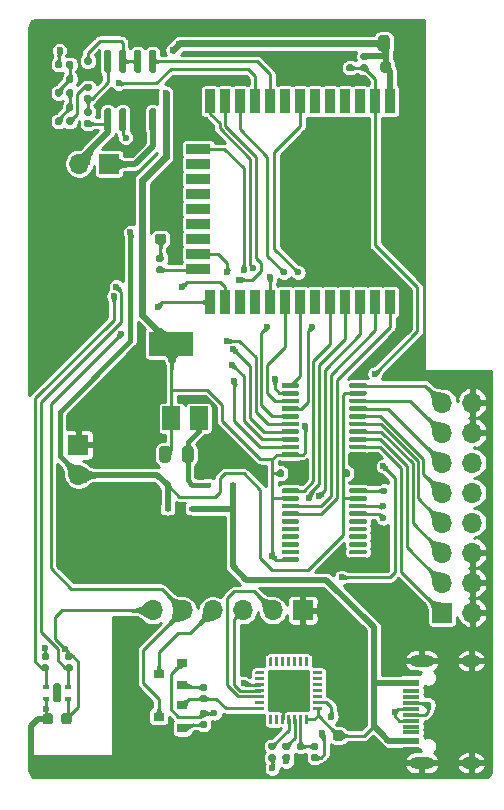
<source format=gbr>
%TF.GenerationSoftware,KiCad,Pcbnew,(5.1.6)-1*%
%TF.CreationDate,2020-11-13T23:46:33+08:00*%
%TF.ProjectId,matrix-clock,6d617472-6978-42d6-936c-6f636b2e6b69,rev?*%
%TF.SameCoordinates,Original*%
%TF.FileFunction,Copper,L1,Top*%
%TF.FilePolarity,Positive*%
%FSLAX46Y46*%
G04 Gerber Fmt 4.6, Leading zero omitted, Abs format (unit mm)*
G04 Created by KiCad (PCBNEW (5.1.6)-1) date 2020-11-13 23:46:33*
%MOMM*%
%LPD*%
G01*
G04 APERTURE LIST*
%TA.AperFunction,SMDPad,CuDef*%
%ADD10R,3.350000X3.350000*%
%TD*%
%TA.AperFunction,SMDPad,CuDef*%
%ADD11R,1.500000X2.000000*%
%TD*%
%TA.AperFunction,SMDPad,CuDef*%
%ADD12R,3.800000X2.000000*%
%TD*%
%TA.AperFunction,SMDPad,CuDef*%
%ADD13R,0.900000X2.000000*%
%TD*%
%TA.AperFunction,SMDPad,CuDef*%
%ADD14R,2.000000X0.900000*%
%TD*%
%TA.AperFunction,SMDPad,CuDef*%
%ADD15R,5.000000X5.000000*%
%TD*%
%TA.AperFunction,SMDPad,CuDef*%
%ADD16R,0.900000X0.800000*%
%TD*%
%TA.AperFunction,ComponentPad*%
%ADD17O,1.700000X1.700000*%
%TD*%
%TA.AperFunction,ComponentPad*%
%ADD18R,1.700000X1.700000*%
%TD*%
%TA.AperFunction,SMDPad,CuDef*%
%ADD19R,1.450000X0.600000*%
%TD*%
%TA.AperFunction,SMDPad,CuDef*%
%ADD20R,1.450000X0.300000*%
%TD*%
%TA.AperFunction,ComponentPad*%
%ADD21O,2.100000X1.000000*%
%TD*%
%TA.AperFunction,ComponentPad*%
%ADD22O,1.600000X1.000000*%
%TD*%
%TA.AperFunction,SMDPad,CuDef*%
%ADD23R,0.600000X0.450000*%
%TD*%
%TA.AperFunction,ViaPad*%
%ADD24C,0.600000*%
%TD*%
%TA.AperFunction,Conductor*%
%ADD25C,0.250000*%
%TD*%
%TA.AperFunction,Conductor*%
%ADD26C,0.600000*%
%TD*%
%TA.AperFunction,Conductor*%
%ADD27C,0.500000*%
%TD*%
%TA.AperFunction,Conductor*%
%ADD28C,0.400000*%
%TD*%
%TA.AperFunction,Conductor*%
%ADD29C,0.254000*%
%TD*%
%TA.AperFunction,Conductor*%
%ADD30C,0.025400*%
%TD*%
G04 APERTURE END LIST*
%TO.P,U3,20*%
%TO.N,/_LED_SCK*%
%TA.AperFunction,SMDPad,CuDef*%
G36*
G01*
X158525000Y-96475000D02*
X158525000Y-96275000D01*
G75*
G02*
X158625000Y-96175000I100000J0D01*
G01*
X159900000Y-96175000D01*
G75*
G02*
X160000000Y-96275000I0J-100000D01*
G01*
X160000000Y-96475000D01*
G75*
G02*
X159900000Y-96575000I-100000J0D01*
G01*
X158625000Y-96575000D01*
G75*
G02*
X158525000Y-96475000I0J100000D01*
G01*
G37*
%TD.AperFunction*%
%TO.P,U3,19*%
%TO.N,+5V*%
%TA.AperFunction,SMDPad,CuDef*%
G36*
G01*
X158525000Y-97125000D02*
X158525000Y-96925000D01*
G75*
G02*
X158625000Y-96825000I100000J0D01*
G01*
X159900000Y-96825000D01*
G75*
G02*
X160000000Y-96925000I0J-100000D01*
G01*
X160000000Y-97125000D01*
G75*
G02*
X159900000Y-97225000I-100000J0D01*
G01*
X158625000Y-97225000D01*
G75*
G02*
X158525000Y-97125000I0J100000D01*
G01*
G37*
%TD.AperFunction*%
%TO.P,U3,18*%
%TO.N,/_LED_STCP*%
%TA.AperFunction,SMDPad,CuDef*%
G36*
G01*
X158525000Y-97775000D02*
X158525000Y-97575000D01*
G75*
G02*
X158625000Y-97475000I100000J0D01*
G01*
X159900000Y-97475000D01*
G75*
G02*
X160000000Y-97575000I0J-100000D01*
G01*
X160000000Y-97775000D01*
G75*
G02*
X159900000Y-97875000I-100000J0D01*
G01*
X158625000Y-97875000D01*
G75*
G02*
X158525000Y-97775000I0J100000D01*
G01*
G37*
%TD.AperFunction*%
%TO.P,U3,17*%
%TO.N,/_LED_G2*%
%TA.AperFunction,SMDPad,CuDef*%
G36*
G01*
X158525000Y-98425000D02*
X158525000Y-98225000D01*
G75*
G02*
X158625000Y-98125000I100000J0D01*
G01*
X159900000Y-98125000D01*
G75*
G02*
X160000000Y-98225000I0J-100000D01*
G01*
X160000000Y-98425000D01*
G75*
G02*
X159900000Y-98525000I-100000J0D01*
G01*
X158625000Y-98525000D01*
G75*
G02*
X158525000Y-98425000I0J100000D01*
G01*
G37*
%TD.AperFunction*%
%TO.P,U3,16*%
%TO.N,/_LED_G1*%
%TA.AperFunction,SMDPad,CuDef*%
G36*
G01*
X158525000Y-99075000D02*
X158525000Y-98875000D01*
G75*
G02*
X158625000Y-98775000I100000J0D01*
G01*
X159900000Y-98775000D01*
G75*
G02*
X160000000Y-98875000I0J-100000D01*
G01*
X160000000Y-99075000D01*
G75*
G02*
X159900000Y-99175000I-100000J0D01*
G01*
X158625000Y-99175000D01*
G75*
G02*
X158525000Y-99075000I0J100000D01*
G01*
G37*
%TD.AperFunction*%
%TO.P,U3,15*%
%TO.N,/_LED_D*%
%TA.AperFunction,SMDPad,CuDef*%
G36*
G01*
X158525000Y-99725000D02*
X158525000Y-99525000D01*
G75*
G02*
X158625000Y-99425000I100000J0D01*
G01*
X159900000Y-99425000D01*
G75*
G02*
X160000000Y-99525000I0J-100000D01*
G01*
X160000000Y-99725000D01*
G75*
G02*
X159900000Y-99825000I-100000J0D01*
G01*
X158625000Y-99825000D01*
G75*
G02*
X158525000Y-99725000I0J100000D01*
G01*
G37*
%TD.AperFunction*%
%TO.P,U3,14*%
%TO.N,/_LED_C*%
%TA.AperFunction,SMDPad,CuDef*%
G36*
G01*
X158525000Y-100375000D02*
X158525000Y-100175000D01*
G75*
G02*
X158625000Y-100075000I100000J0D01*
G01*
X159900000Y-100075000D01*
G75*
G02*
X160000000Y-100175000I0J-100000D01*
G01*
X160000000Y-100375000D01*
G75*
G02*
X159900000Y-100475000I-100000J0D01*
G01*
X158625000Y-100475000D01*
G75*
G02*
X158525000Y-100375000I0J100000D01*
G01*
G37*
%TD.AperFunction*%
%TO.P,U3,13*%
%TO.N,/_LED_B*%
%TA.AperFunction,SMDPad,CuDef*%
G36*
G01*
X158525000Y-101025000D02*
X158525000Y-100825000D01*
G75*
G02*
X158625000Y-100725000I100000J0D01*
G01*
X159900000Y-100725000D01*
G75*
G02*
X160000000Y-100825000I0J-100000D01*
G01*
X160000000Y-101025000D01*
G75*
G02*
X159900000Y-101125000I-100000J0D01*
G01*
X158625000Y-101125000D01*
G75*
G02*
X158525000Y-101025000I0J100000D01*
G01*
G37*
%TD.AperFunction*%
%TO.P,U3,12*%
%TO.N,/_LED_A*%
%TA.AperFunction,SMDPad,CuDef*%
G36*
G01*
X158525000Y-101675000D02*
X158525000Y-101475000D01*
G75*
G02*
X158625000Y-101375000I100000J0D01*
G01*
X159900000Y-101375000D01*
G75*
G02*
X160000000Y-101475000I0J-100000D01*
G01*
X160000000Y-101675000D01*
G75*
G02*
X159900000Y-101775000I-100000J0D01*
G01*
X158625000Y-101775000D01*
G75*
G02*
X158525000Y-101675000I0J100000D01*
G01*
G37*
%TD.AperFunction*%
%TO.P,U3,11*%
%TO.N,GND*%
%TA.AperFunction,SMDPad,CuDef*%
G36*
G01*
X158525000Y-102325000D02*
X158525000Y-102125000D01*
G75*
G02*
X158625000Y-102025000I100000J0D01*
G01*
X159900000Y-102025000D01*
G75*
G02*
X160000000Y-102125000I0J-100000D01*
G01*
X160000000Y-102325000D01*
G75*
G02*
X159900000Y-102425000I-100000J0D01*
G01*
X158625000Y-102425000D01*
G75*
G02*
X158525000Y-102325000I0J100000D01*
G01*
G37*
%TD.AperFunction*%
%TO.P,U3,10*%
%TO.N,+3V3*%
%TA.AperFunction,SMDPad,CuDef*%
G36*
G01*
X152800000Y-102325000D02*
X152800000Y-102125000D01*
G75*
G02*
X152900000Y-102025000I100000J0D01*
G01*
X154175000Y-102025000D01*
G75*
G02*
X154275000Y-102125000I0J-100000D01*
G01*
X154275000Y-102325000D01*
G75*
G02*
X154175000Y-102425000I-100000J0D01*
G01*
X152900000Y-102425000D01*
G75*
G02*
X152800000Y-102325000I0J100000D01*
G01*
G37*
%TD.AperFunction*%
%TO.P,U3,9*%
%TO.N,/LED_A*%
%TA.AperFunction,SMDPad,CuDef*%
G36*
G01*
X152800000Y-101675000D02*
X152800000Y-101475000D01*
G75*
G02*
X152900000Y-101375000I100000J0D01*
G01*
X154175000Y-101375000D01*
G75*
G02*
X154275000Y-101475000I0J-100000D01*
G01*
X154275000Y-101675000D01*
G75*
G02*
X154175000Y-101775000I-100000J0D01*
G01*
X152900000Y-101775000D01*
G75*
G02*
X152800000Y-101675000I0J100000D01*
G01*
G37*
%TD.AperFunction*%
%TO.P,U3,8*%
%TO.N,/LED_B*%
%TA.AperFunction,SMDPad,CuDef*%
G36*
G01*
X152800000Y-101025000D02*
X152800000Y-100825000D01*
G75*
G02*
X152900000Y-100725000I100000J0D01*
G01*
X154175000Y-100725000D01*
G75*
G02*
X154275000Y-100825000I0J-100000D01*
G01*
X154275000Y-101025000D01*
G75*
G02*
X154175000Y-101125000I-100000J0D01*
G01*
X152900000Y-101125000D01*
G75*
G02*
X152800000Y-101025000I0J100000D01*
G01*
G37*
%TD.AperFunction*%
%TO.P,U3,7*%
%TO.N,/LED_C*%
%TA.AperFunction,SMDPad,CuDef*%
G36*
G01*
X152800000Y-100375000D02*
X152800000Y-100175000D01*
G75*
G02*
X152900000Y-100075000I100000J0D01*
G01*
X154175000Y-100075000D01*
G75*
G02*
X154275000Y-100175000I0J-100000D01*
G01*
X154275000Y-100375000D01*
G75*
G02*
X154175000Y-100475000I-100000J0D01*
G01*
X152900000Y-100475000D01*
G75*
G02*
X152800000Y-100375000I0J100000D01*
G01*
G37*
%TD.AperFunction*%
%TO.P,U3,6*%
%TO.N,/LED_D*%
%TA.AperFunction,SMDPad,CuDef*%
G36*
G01*
X152800000Y-99725000D02*
X152800000Y-99525000D01*
G75*
G02*
X152900000Y-99425000I100000J0D01*
G01*
X154175000Y-99425000D01*
G75*
G02*
X154275000Y-99525000I0J-100000D01*
G01*
X154275000Y-99725000D01*
G75*
G02*
X154175000Y-99825000I-100000J0D01*
G01*
X152900000Y-99825000D01*
G75*
G02*
X152800000Y-99725000I0J100000D01*
G01*
G37*
%TD.AperFunction*%
%TO.P,U3,5*%
%TO.N,/LED_G1*%
%TA.AperFunction,SMDPad,CuDef*%
G36*
G01*
X152800000Y-99075000D02*
X152800000Y-98875000D01*
G75*
G02*
X152900000Y-98775000I100000J0D01*
G01*
X154175000Y-98775000D01*
G75*
G02*
X154275000Y-98875000I0J-100000D01*
G01*
X154275000Y-99075000D01*
G75*
G02*
X154175000Y-99175000I-100000J0D01*
G01*
X152900000Y-99175000D01*
G75*
G02*
X152800000Y-99075000I0J100000D01*
G01*
G37*
%TD.AperFunction*%
%TO.P,U3,4*%
%TO.N,/LED_G2*%
%TA.AperFunction,SMDPad,CuDef*%
G36*
G01*
X152800000Y-98425000D02*
X152800000Y-98225000D01*
G75*
G02*
X152900000Y-98125000I100000J0D01*
G01*
X154175000Y-98125000D01*
G75*
G02*
X154275000Y-98225000I0J-100000D01*
G01*
X154275000Y-98425000D01*
G75*
G02*
X154175000Y-98525000I-100000J0D01*
G01*
X152900000Y-98525000D01*
G75*
G02*
X152800000Y-98425000I0J100000D01*
G01*
G37*
%TD.AperFunction*%
%TO.P,U3,3*%
%TO.N,/LED_STCP*%
%TA.AperFunction,SMDPad,CuDef*%
G36*
G01*
X152800000Y-97775000D02*
X152800000Y-97575000D01*
G75*
G02*
X152900000Y-97475000I100000J0D01*
G01*
X154175000Y-97475000D01*
G75*
G02*
X154275000Y-97575000I0J-100000D01*
G01*
X154275000Y-97775000D01*
G75*
G02*
X154175000Y-97875000I-100000J0D01*
G01*
X152900000Y-97875000D01*
G75*
G02*
X152800000Y-97775000I0J100000D01*
G01*
G37*
%TD.AperFunction*%
%TO.P,U3,2*%
%TO.N,+3V3*%
%TA.AperFunction,SMDPad,CuDef*%
G36*
G01*
X152800000Y-97125000D02*
X152800000Y-96925000D01*
G75*
G02*
X152900000Y-96825000I100000J0D01*
G01*
X154175000Y-96825000D01*
G75*
G02*
X154275000Y-96925000I0J-100000D01*
G01*
X154275000Y-97125000D01*
G75*
G02*
X154175000Y-97225000I-100000J0D01*
G01*
X152900000Y-97225000D01*
G75*
G02*
X152800000Y-97125000I0J100000D01*
G01*
G37*
%TD.AperFunction*%
%TO.P,U3,1*%
%TO.N,/LED_SCK*%
%TA.AperFunction,SMDPad,CuDef*%
G36*
G01*
X152800000Y-96475000D02*
X152800000Y-96275000D01*
G75*
G02*
X152900000Y-96175000I100000J0D01*
G01*
X154175000Y-96175000D01*
G75*
G02*
X154275000Y-96275000I0J-100000D01*
G01*
X154275000Y-96475000D01*
G75*
G02*
X154175000Y-96575000I-100000J0D01*
G01*
X152900000Y-96575000D01*
G75*
G02*
X152800000Y-96475000I0J100000D01*
G01*
G37*
%TD.AperFunction*%
%TD*%
%TO.P,U7,8*%
%TO.N,Net-(J5-Pad1)*%
%TA.AperFunction,SMDPad,CuDef*%
G36*
G01*
X141755000Y-72900000D02*
X142055000Y-72900000D01*
G75*
G02*
X142205000Y-73050000I0J-150000D01*
G01*
X142205000Y-74700000D01*
G75*
G02*
X142055000Y-74850000I-150000J0D01*
G01*
X141755000Y-74850000D01*
G75*
G02*
X141605000Y-74700000I0J150000D01*
G01*
X141605000Y-73050000D01*
G75*
G02*
X141755000Y-72900000I150000J0D01*
G01*
G37*
%TD.AperFunction*%
%TO.P,U7,7*%
%TO.N,GND*%
%TA.AperFunction,SMDPad,CuDef*%
G36*
G01*
X140485000Y-72900000D02*
X140785000Y-72900000D01*
G75*
G02*
X140935000Y-73050000I0J-150000D01*
G01*
X140935000Y-74700000D01*
G75*
G02*
X140785000Y-74850000I-150000J0D01*
G01*
X140485000Y-74850000D01*
G75*
G02*
X140335000Y-74700000I0J150000D01*
G01*
X140335000Y-73050000D01*
G75*
G02*
X140485000Y-72900000I150000J0D01*
G01*
G37*
%TD.AperFunction*%
%TO.P,U7,6*%
%TO.N,+5V*%
%TA.AperFunction,SMDPad,CuDef*%
G36*
G01*
X139215000Y-72900000D02*
X139515000Y-72900000D01*
G75*
G02*
X139665000Y-73050000I0J-150000D01*
G01*
X139665000Y-74700000D01*
G75*
G02*
X139515000Y-74850000I-150000J0D01*
G01*
X139215000Y-74850000D01*
G75*
G02*
X139065000Y-74700000I0J150000D01*
G01*
X139065000Y-73050000D01*
G75*
G02*
X139215000Y-72900000I150000J0D01*
G01*
G37*
%TD.AperFunction*%
%TO.P,U7,5*%
%TO.N,Net-(J5-Pad2)*%
%TA.AperFunction,SMDPad,CuDef*%
G36*
G01*
X137945000Y-72900000D02*
X138245000Y-72900000D01*
G75*
G02*
X138395000Y-73050000I0J-150000D01*
G01*
X138395000Y-74700000D01*
G75*
G02*
X138245000Y-74850000I-150000J0D01*
G01*
X137945000Y-74850000D01*
G75*
G02*
X137795000Y-74700000I0J150000D01*
G01*
X137795000Y-73050000D01*
G75*
G02*
X137945000Y-72900000I150000J0D01*
G01*
G37*
%TD.AperFunction*%
%TO.P,U7,4*%
%TO.N,Net-(R12-Pad1)*%
%TA.AperFunction,SMDPad,CuDef*%
G36*
G01*
X137945000Y-67950000D02*
X138245000Y-67950000D01*
G75*
G02*
X138395000Y-68100000I0J-150000D01*
G01*
X138395000Y-69750000D01*
G75*
G02*
X138245000Y-69900000I-150000J0D01*
G01*
X137945000Y-69900000D01*
G75*
G02*
X137795000Y-69750000I0J150000D01*
G01*
X137795000Y-68100000D01*
G75*
G02*
X137945000Y-67950000I150000J0D01*
G01*
G37*
%TD.AperFunction*%
%TO.P,U7,3*%
%TO.N,Net-(C14-Pad1)*%
%TA.AperFunction,SMDPad,CuDef*%
G36*
G01*
X139215000Y-67950000D02*
X139515000Y-67950000D01*
G75*
G02*
X139665000Y-68100000I0J-150000D01*
G01*
X139665000Y-69750000D01*
G75*
G02*
X139515000Y-69900000I-150000J0D01*
G01*
X139215000Y-69900000D01*
G75*
G02*
X139065000Y-69750000I0J150000D01*
G01*
X139065000Y-68100000D01*
G75*
G02*
X139215000Y-67950000I150000J0D01*
G01*
G37*
%TD.AperFunction*%
%TO.P,U7,2*%
%TA.AperFunction,SMDPad,CuDef*%
G36*
G01*
X140485000Y-67950000D02*
X140785000Y-67950000D01*
G75*
G02*
X140935000Y-68100000I0J-150000D01*
G01*
X140935000Y-69750000D01*
G75*
G02*
X140785000Y-69900000I-150000J0D01*
G01*
X140485000Y-69900000D01*
G75*
G02*
X140335000Y-69750000I0J150000D01*
G01*
X140335000Y-68100000D01*
G75*
G02*
X140485000Y-67950000I150000J0D01*
G01*
G37*
%TD.AperFunction*%
%TO.P,U7,1*%
%TO.N,/Sheet5FA7C877/SHUTDOWN*%
%TA.AperFunction,SMDPad,CuDef*%
G36*
G01*
X141755000Y-67950000D02*
X142055000Y-67950000D01*
G75*
G02*
X142205000Y-68100000I0J-150000D01*
G01*
X142205000Y-69750000D01*
G75*
G02*
X142055000Y-69900000I-150000J0D01*
G01*
X141755000Y-69900000D01*
G75*
G02*
X141605000Y-69750000I0J150000D01*
G01*
X141605000Y-68100000D01*
G75*
G02*
X141755000Y-67950000I150000J0D01*
G01*
G37*
%TD.AperFunction*%
%TD*%
D10*
%TO.P,U6,29*%
%TO.N,GND*%
X153400000Y-122200000D03*
%TO.P,U6,28*%
%TO.N,Net-(Q2-Pad2)*%
%TA.AperFunction,SMDPad,CuDef*%
G36*
G01*
X151287500Y-123825000D02*
X150612500Y-123825000D01*
G75*
G02*
X150550000Y-123762500I0J62500D01*
G01*
X150550000Y-123637500D01*
G75*
G02*
X150612500Y-123575000I62500J0D01*
G01*
X151287500Y-123575000D01*
G75*
G02*
X151350000Y-123637500I0J-62500D01*
G01*
X151350000Y-123762500D01*
G75*
G02*
X151287500Y-123825000I-62500J0D01*
G01*
G37*
%TD.AperFunction*%
%TO.P,U6,27*%
%TO.N,Net-(U6-Pad27)*%
%TA.AperFunction,SMDPad,CuDef*%
G36*
G01*
X151287500Y-123325000D02*
X150612500Y-123325000D01*
G75*
G02*
X150550000Y-123262500I0J62500D01*
G01*
X150550000Y-123137500D01*
G75*
G02*
X150612500Y-123075000I62500J0D01*
G01*
X151287500Y-123075000D01*
G75*
G02*
X151350000Y-123137500I0J-62500D01*
G01*
X151350000Y-123262500D01*
G75*
G02*
X151287500Y-123325000I-62500J0D01*
G01*
G37*
%TD.AperFunction*%
%TO.P,U6,26*%
%TO.N,/RXD0*%
%TA.AperFunction,SMDPad,CuDef*%
G36*
G01*
X151287500Y-122825000D02*
X150612500Y-122825000D01*
G75*
G02*
X150550000Y-122762500I0J62500D01*
G01*
X150550000Y-122637500D01*
G75*
G02*
X150612500Y-122575000I62500J0D01*
G01*
X151287500Y-122575000D01*
G75*
G02*
X151350000Y-122637500I0J-62500D01*
G01*
X151350000Y-122762500D01*
G75*
G02*
X151287500Y-122825000I-62500J0D01*
G01*
G37*
%TD.AperFunction*%
%TO.P,U6,25*%
%TO.N,/TXD0*%
%TA.AperFunction,SMDPad,CuDef*%
G36*
G01*
X151287500Y-122325000D02*
X150612500Y-122325000D01*
G75*
G02*
X150550000Y-122262500I0J62500D01*
G01*
X150550000Y-122137500D01*
G75*
G02*
X150612500Y-122075000I62500J0D01*
G01*
X151287500Y-122075000D01*
G75*
G02*
X151350000Y-122137500I0J-62500D01*
G01*
X151350000Y-122262500D01*
G75*
G02*
X151287500Y-122325000I-62500J0D01*
G01*
G37*
%TD.AperFunction*%
%TO.P,U6,24*%
%TO.N,Net-(Q1-Pad2)*%
%TA.AperFunction,SMDPad,CuDef*%
G36*
G01*
X151287500Y-121825000D02*
X150612500Y-121825000D01*
G75*
G02*
X150550000Y-121762500I0J62500D01*
G01*
X150550000Y-121637500D01*
G75*
G02*
X150612500Y-121575000I62500J0D01*
G01*
X151287500Y-121575000D01*
G75*
G02*
X151350000Y-121637500I0J-62500D01*
G01*
X151350000Y-121762500D01*
G75*
G02*
X151287500Y-121825000I-62500J0D01*
G01*
G37*
%TD.AperFunction*%
%TO.P,U6,23*%
%TO.N,Net-(U6-Pad23)*%
%TA.AperFunction,SMDPad,CuDef*%
G36*
G01*
X151287500Y-121325000D02*
X150612500Y-121325000D01*
G75*
G02*
X150550000Y-121262500I0J62500D01*
G01*
X150550000Y-121137500D01*
G75*
G02*
X150612500Y-121075000I62500J0D01*
G01*
X151287500Y-121075000D01*
G75*
G02*
X151350000Y-121137500I0J-62500D01*
G01*
X151350000Y-121262500D01*
G75*
G02*
X151287500Y-121325000I-62500J0D01*
G01*
G37*
%TD.AperFunction*%
%TO.P,U6,22*%
%TO.N,Net-(U6-Pad22)*%
%TA.AperFunction,SMDPad,CuDef*%
G36*
G01*
X151287500Y-120825000D02*
X150612500Y-120825000D01*
G75*
G02*
X150550000Y-120762500I0J62500D01*
G01*
X150550000Y-120637500D01*
G75*
G02*
X150612500Y-120575000I62500J0D01*
G01*
X151287500Y-120575000D01*
G75*
G02*
X151350000Y-120637500I0J-62500D01*
G01*
X151350000Y-120762500D01*
G75*
G02*
X151287500Y-120825000I-62500J0D01*
G01*
G37*
%TD.AperFunction*%
%TO.P,U6,21*%
%TO.N,Net-(U6-Pad21)*%
%TA.AperFunction,SMDPad,CuDef*%
G36*
G01*
X151962500Y-120150000D02*
X151837500Y-120150000D01*
G75*
G02*
X151775000Y-120087500I0J62500D01*
G01*
X151775000Y-119412500D01*
G75*
G02*
X151837500Y-119350000I62500J0D01*
G01*
X151962500Y-119350000D01*
G75*
G02*
X152025000Y-119412500I0J-62500D01*
G01*
X152025000Y-120087500D01*
G75*
G02*
X151962500Y-120150000I-62500J0D01*
G01*
G37*
%TD.AperFunction*%
%TO.P,U6,20*%
%TO.N,Net-(U6-Pad20)*%
%TA.AperFunction,SMDPad,CuDef*%
G36*
G01*
X152462500Y-120150000D02*
X152337500Y-120150000D01*
G75*
G02*
X152275000Y-120087500I0J62500D01*
G01*
X152275000Y-119412500D01*
G75*
G02*
X152337500Y-119350000I62500J0D01*
G01*
X152462500Y-119350000D01*
G75*
G02*
X152525000Y-119412500I0J-62500D01*
G01*
X152525000Y-120087500D01*
G75*
G02*
X152462500Y-120150000I-62500J0D01*
G01*
G37*
%TD.AperFunction*%
%TO.P,U6,19*%
%TO.N,Net-(U6-Pad19)*%
%TA.AperFunction,SMDPad,CuDef*%
G36*
G01*
X152962500Y-120150000D02*
X152837500Y-120150000D01*
G75*
G02*
X152775000Y-120087500I0J62500D01*
G01*
X152775000Y-119412500D01*
G75*
G02*
X152837500Y-119350000I62500J0D01*
G01*
X152962500Y-119350000D01*
G75*
G02*
X153025000Y-119412500I0J-62500D01*
G01*
X153025000Y-120087500D01*
G75*
G02*
X152962500Y-120150000I-62500J0D01*
G01*
G37*
%TD.AperFunction*%
%TO.P,U6,18*%
%TO.N,Net-(U6-Pad18)*%
%TA.AperFunction,SMDPad,CuDef*%
G36*
G01*
X153462500Y-120150000D02*
X153337500Y-120150000D01*
G75*
G02*
X153275000Y-120087500I0J62500D01*
G01*
X153275000Y-119412500D01*
G75*
G02*
X153337500Y-119350000I62500J0D01*
G01*
X153462500Y-119350000D01*
G75*
G02*
X153525000Y-119412500I0J-62500D01*
G01*
X153525000Y-120087500D01*
G75*
G02*
X153462500Y-120150000I-62500J0D01*
G01*
G37*
%TD.AperFunction*%
%TO.P,U6,17*%
%TO.N,Net-(U6-Pad17)*%
%TA.AperFunction,SMDPad,CuDef*%
G36*
G01*
X153962500Y-120150000D02*
X153837500Y-120150000D01*
G75*
G02*
X153775000Y-120087500I0J62500D01*
G01*
X153775000Y-119412500D01*
G75*
G02*
X153837500Y-119350000I62500J0D01*
G01*
X153962500Y-119350000D01*
G75*
G02*
X154025000Y-119412500I0J-62500D01*
G01*
X154025000Y-120087500D01*
G75*
G02*
X153962500Y-120150000I-62500J0D01*
G01*
G37*
%TD.AperFunction*%
%TO.P,U6,16*%
%TO.N,Net-(U6-Pad16)*%
%TA.AperFunction,SMDPad,CuDef*%
G36*
G01*
X154462500Y-120150000D02*
X154337500Y-120150000D01*
G75*
G02*
X154275000Y-120087500I0J62500D01*
G01*
X154275000Y-119412500D01*
G75*
G02*
X154337500Y-119350000I62500J0D01*
G01*
X154462500Y-119350000D01*
G75*
G02*
X154525000Y-119412500I0J-62500D01*
G01*
X154525000Y-120087500D01*
G75*
G02*
X154462500Y-120150000I-62500J0D01*
G01*
G37*
%TD.AperFunction*%
%TO.P,U6,15*%
%TO.N,Net-(U6-Pad15)*%
%TA.AperFunction,SMDPad,CuDef*%
G36*
G01*
X154962500Y-120150000D02*
X154837500Y-120150000D01*
G75*
G02*
X154775000Y-120087500I0J62500D01*
G01*
X154775000Y-119412500D01*
G75*
G02*
X154837500Y-119350000I62500J0D01*
G01*
X154962500Y-119350000D01*
G75*
G02*
X155025000Y-119412500I0J-62500D01*
G01*
X155025000Y-120087500D01*
G75*
G02*
X154962500Y-120150000I-62500J0D01*
G01*
G37*
%TD.AperFunction*%
%TO.P,U6,14*%
%TO.N,Net-(U6-Pad14)*%
%TA.AperFunction,SMDPad,CuDef*%
G36*
G01*
X156187500Y-120825000D02*
X155512500Y-120825000D01*
G75*
G02*
X155450000Y-120762500I0J62500D01*
G01*
X155450000Y-120637500D01*
G75*
G02*
X155512500Y-120575000I62500J0D01*
G01*
X156187500Y-120575000D01*
G75*
G02*
X156250000Y-120637500I0J-62500D01*
G01*
X156250000Y-120762500D01*
G75*
G02*
X156187500Y-120825000I-62500J0D01*
G01*
G37*
%TD.AperFunction*%
%TO.P,U6,13*%
%TO.N,Net-(U6-Pad13)*%
%TA.AperFunction,SMDPad,CuDef*%
G36*
G01*
X156187500Y-121325000D02*
X155512500Y-121325000D01*
G75*
G02*
X155450000Y-121262500I0J62500D01*
G01*
X155450000Y-121137500D01*
G75*
G02*
X155512500Y-121075000I62500J0D01*
G01*
X156187500Y-121075000D01*
G75*
G02*
X156250000Y-121137500I0J-62500D01*
G01*
X156250000Y-121262500D01*
G75*
G02*
X156187500Y-121325000I-62500J0D01*
G01*
G37*
%TD.AperFunction*%
%TO.P,U6,12*%
%TO.N,Net-(U6-Pad12)*%
%TA.AperFunction,SMDPad,CuDef*%
G36*
G01*
X156187500Y-121825000D02*
X155512500Y-121825000D01*
G75*
G02*
X155450000Y-121762500I0J62500D01*
G01*
X155450000Y-121637500D01*
G75*
G02*
X155512500Y-121575000I62500J0D01*
G01*
X156187500Y-121575000D01*
G75*
G02*
X156250000Y-121637500I0J-62500D01*
G01*
X156250000Y-121762500D01*
G75*
G02*
X156187500Y-121825000I-62500J0D01*
G01*
G37*
%TD.AperFunction*%
%TO.P,U6,11*%
%TO.N,Net-(U6-Pad11)*%
%TA.AperFunction,SMDPad,CuDef*%
G36*
G01*
X156187500Y-122325000D02*
X155512500Y-122325000D01*
G75*
G02*
X155450000Y-122262500I0J62500D01*
G01*
X155450000Y-122137500D01*
G75*
G02*
X155512500Y-122075000I62500J0D01*
G01*
X156187500Y-122075000D01*
G75*
G02*
X156250000Y-122137500I0J-62500D01*
G01*
X156250000Y-122262500D01*
G75*
G02*
X156187500Y-122325000I-62500J0D01*
G01*
G37*
%TD.AperFunction*%
%TO.P,U6,10*%
%TO.N,Net-(U6-Pad10)*%
%TA.AperFunction,SMDPad,CuDef*%
G36*
G01*
X156187500Y-122825000D02*
X155512500Y-122825000D01*
G75*
G02*
X155450000Y-122762500I0J62500D01*
G01*
X155450000Y-122637500D01*
G75*
G02*
X155512500Y-122575000I62500J0D01*
G01*
X156187500Y-122575000D01*
G75*
G02*
X156250000Y-122637500I0J-62500D01*
G01*
X156250000Y-122762500D01*
G75*
G02*
X156187500Y-122825000I-62500J0D01*
G01*
G37*
%TD.AperFunction*%
%TO.P,U6,9*%
%TO.N,Net-(R7-Pad1)*%
%TA.AperFunction,SMDPad,CuDef*%
G36*
G01*
X156187500Y-123325000D02*
X155512500Y-123325000D01*
G75*
G02*
X155450000Y-123262500I0J62500D01*
G01*
X155450000Y-123137500D01*
G75*
G02*
X155512500Y-123075000I62500J0D01*
G01*
X156187500Y-123075000D01*
G75*
G02*
X156250000Y-123137500I0J-62500D01*
G01*
X156250000Y-123262500D01*
G75*
G02*
X156187500Y-123325000I-62500J0D01*
G01*
G37*
%TD.AperFunction*%
%TO.P,U6,8*%
%TO.N,VBUS*%
%TA.AperFunction,SMDPad,CuDef*%
G36*
G01*
X156187500Y-123825000D02*
X155512500Y-123825000D01*
G75*
G02*
X155450000Y-123762500I0J62500D01*
G01*
X155450000Y-123637500D01*
G75*
G02*
X155512500Y-123575000I62500J0D01*
G01*
X156187500Y-123575000D01*
G75*
G02*
X156250000Y-123637500I0J-62500D01*
G01*
X156250000Y-123762500D01*
G75*
G02*
X156187500Y-123825000I-62500J0D01*
G01*
G37*
%TD.AperFunction*%
%TO.P,U6,7*%
%TA.AperFunction,SMDPad,CuDef*%
G36*
G01*
X154962500Y-125050000D02*
X154837500Y-125050000D01*
G75*
G02*
X154775000Y-124987500I0J62500D01*
G01*
X154775000Y-124312500D01*
G75*
G02*
X154837500Y-124250000I62500J0D01*
G01*
X154962500Y-124250000D01*
G75*
G02*
X155025000Y-124312500I0J-62500D01*
G01*
X155025000Y-124987500D01*
G75*
G02*
X154962500Y-125050000I-62500J0D01*
G01*
G37*
%TD.AperFunction*%
%TO.P,U6,6*%
%TO.N,Net-(C10-Pad2)*%
%TA.AperFunction,SMDPad,CuDef*%
G36*
G01*
X154462500Y-125050000D02*
X154337500Y-125050000D01*
G75*
G02*
X154275000Y-124987500I0J62500D01*
G01*
X154275000Y-124312500D01*
G75*
G02*
X154337500Y-124250000I62500J0D01*
G01*
X154462500Y-124250000D01*
G75*
G02*
X154525000Y-124312500I0J-62500D01*
G01*
X154525000Y-124987500D01*
G75*
G02*
X154462500Y-125050000I-62500J0D01*
G01*
G37*
%TD.AperFunction*%
%TO.P,U6,5*%
%TO.N,Net-(R5-Pad2)*%
%TA.AperFunction,SMDPad,CuDef*%
G36*
G01*
X153962500Y-125050000D02*
X153837500Y-125050000D01*
G75*
G02*
X153775000Y-124987500I0J62500D01*
G01*
X153775000Y-124312500D01*
G75*
G02*
X153837500Y-124250000I62500J0D01*
G01*
X153962500Y-124250000D01*
G75*
G02*
X154025000Y-124312500I0J-62500D01*
G01*
X154025000Y-124987500D01*
G75*
G02*
X153962500Y-125050000I-62500J0D01*
G01*
G37*
%TD.AperFunction*%
%TO.P,U6,4*%
%TO.N,Net-(R6-Pad2)*%
%TA.AperFunction,SMDPad,CuDef*%
G36*
G01*
X153462500Y-125050000D02*
X153337500Y-125050000D01*
G75*
G02*
X153275000Y-124987500I0J62500D01*
G01*
X153275000Y-124312500D01*
G75*
G02*
X153337500Y-124250000I62500J0D01*
G01*
X153462500Y-124250000D01*
G75*
G02*
X153525000Y-124312500I0J-62500D01*
G01*
X153525000Y-124987500D01*
G75*
G02*
X153462500Y-125050000I-62500J0D01*
G01*
G37*
%TD.AperFunction*%
%TO.P,U6,3*%
%TO.N,GND*%
%TA.AperFunction,SMDPad,CuDef*%
G36*
G01*
X152962500Y-125050000D02*
X152837500Y-125050000D01*
G75*
G02*
X152775000Y-124987500I0J62500D01*
G01*
X152775000Y-124312500D01*
G75*
G02*
X152837500Y-124250000I62500J0D01*
G01*
X152962500Y-124250000D01*
G75*
G02*
X153025000Y-124312500I0J-62500D01*
G01*
X153025000Y-124987500D01*
G75*
G02*
X152962500Y-125050000I-62500J0D01*
G01*
G37*
%TD.AperFunction*%
%TO.P,U6,2*%
%TO.N,Net-(U6-Pad2)*%
%TA.AperFunction,SMDPad,CuDef*%
G36*
G01*
X152462500Y-125050000D02*
X152337500Y-125050000D01*
G75*
G02*
X152275000Y-124987500I0J62500D01*
G01*
X152275000Y-124312500D01*
G75*
G02*
X152337500Y-124250000I62500J0D01*
G01*
X152462500Y-124250000D01*
G75*
G02*
X152525000Y-124312500I0J-62500D01*
G01*
X152525000Y-124987500D01*
G75*
G02*
X152462500Y-125050000I-62500J0D01*
G01*
G37*
%TD.AperFunction*%
%TO.P,U6,1*%
%TO.N,Net-(U6-Pad1)*%
%TA.AperFunction,SMDPad,CuDef*%
G36*
G01*
X151962500Y-125050000D02*
X151837500Y-125050000D01*
G75*
G02*
X151775000Y-124987500I0J62500D01*
G01*
X151775000Y-124312500D01*
G75*
G02*
X151837500Y-124250000I62500J0D01*
G01*
X151962500Y-124250000D01*
G75*
G02*
X152025000Y-124312500I0J-62500D01*
G01*
X152025000Y-124987500D01*
G75*
G02*
X151962500Y-125050000I-62500J0D01*
G01*
G37*
%TD.AperFunction*%
%TD*%
D11*
%TO.P,U5,1*%
%TO.N,GND*%
X141180000Y-99160000D03*
%TO.P,U5,3*%
%TO.N,Net-(C7-Pad1)*%
X145780000Y-99160000D03*
%TO.P,U5,2*%
%TO.N,+3V3*%
X143480000Y-99160000D03*
D12*
X143480000Y-92860000D03*
%TD*%
%TO.P,U4,20*%
%TO.N,/_LED_R2*%
%TA.AperFunction,SMDPad,CuDef*%
G36*
G01*
X158525000Y-105375000D02*
X158525000Y-105175000D01*
G75*
G02*
X158625000Y-105075000I100000J0D01*
G01*
X159900000Y-105075000D01*
G75*
G02*
X160000000Y-105175000I0J-100000D01*
G01*
X160000000Y-105375000D01*
G75*
G02*
X159900000Y-105475000I-100000J0D01*
G01*
X158625000Y-105475000D01*
G75*
G02*
X158525000Y-105375000I0J100000D01*
G01*
G37*
%TD.AperFunction*%
%TO.P,U4,19*%
%TO.N,+5V*%
%TA.AperFunction,SMDPad,CuDef*%
G36*
G01*
X158525000Y-106025000D02*
X158525000Y-105825000D01*
G75*
G02*
X158625000Y-105725000I100000J0D01*
G01*
X159900000Y-105725000D01*
G75*
G02*
X160000000Y-105825000I0J-100000D01*
G01*
X160000000Y-106025000D01*
G75*
G02*
X159900000Y-106125000I-100000J0D01*
G01*
X158625000Y-106125000D01*
G75*
G02*
X158525000Y-106025000I0J100000D01*
G01*
G37*
%TD.AperFunction*%
%TO.P,U4,18*%
%TO.N,/_LED_R1*%
%TA.AperFunction,SMDPad,CuDef*%
G36*
G01*
X158525000Y-106675000D02*
X158525000Y-106475000D01*
G75*
G02*
X158625000Y-106375000I100000J0D01*
G01*
X159900000Y-106375000D01*
G75*
G02*
X160000000Y-106475000I0J-100000D01*
G01*
X160000000Y-106675000D01*
G75*
G02*
X159900000Y-106775000I-100000J0D01*
G01*
X158625000Y-106775000D01*
G75*
G02*
X158525000Y-106675000I0J100000D01*
G01*
G37*
%TD.AperFunction*%
%TO.P,U4,17*%
%TO.N,/_LED_OE*%
%TA.AperFunction,SMDPad,CuDef*%
G36*
G01*
X158525000Y-107325000D02*
X158525000Y-107125000D01*
G75*
G02*
X158625000Y-107025000I100000J0D01*
G01*
X159900000Y-107025000D01*
G75*
G02*
X160000000Y-107125000I0J-100000D01*
G01*
X160000000Y-107325000D01*
G75*
G02*
X159900000Y-107425000I-100000J0D01*
G01*
X158625000Y-107425000D01*
G75*
G02*
X158525000Y-107325000I0J100000D01*
G01*
G37*
%TD.AperFunction*%
%TO.P,U4,16*%
%TO.N,Net-(U4-Pad16)*%
%TA.AperFunction,SMDPad,CuDef*%
G36*
G01*
X158525000Y-107975000D02*
X158525000Y-107775000D01*
G75*
G02*
X158625000Y-107675000I100000J0D01*
G01*
X159900000Y-107675000D01*
G75*
G02*
X160000000Y-107775000I0J-100000D01*
G01*
X160000000Y-107975000D01*
G75*
G02*
X159900000Y-108075000I-100000J0D01*
G01*
X158625000Y-108075000D01*
G75*
G02*
X158525000Y-107975000I0J100000D01*
G01*
G37*
%TD.AperFunction*%
%TO.P,U4,15*%
%TO.N,Net-(U4-Pad15)*%
%TA.AperFunction,SMDPad,CuDef*%
G36*
G01*
X158525000Y-108625000D02*
X158525000Y-108425000D01*
G75*
G02*
X158625000Y-108325000I100000J0D01*
G01*
X159900000Y-108325000D01*
G75*
G02*
X160000000Y-108425000I0J-100000D01*
G01*
X160000000Y-108625000D01*
G75*
G02*
X159900000Y-108725000I-100000J0D01*
G01*
X158625000Y-108725000D01*
G75*
G02*
X158525000Y-108625000I0J100000D01*
G01*
G37*
%TD.AperFunction*%
%TO.P,U4,14*%
%TO.N,Net-(U4-Pad14)*%
%TA.AperFunction,SMDPad,CuDef*%
G36*
G01*
X158525000Y-109275000D02*
X158525000Y-109075000D01*
G75*
G02*
X158625000Y-108975000I100000J0D01*
G01*
X159900000Y-108975000D01*
G75*
G02*
X160000000Y-109075000I0J-100000D01*
G01*
X160000000Y-109275000D01*
G75*
G02*
X159900000Y-109375000I-100000J0D01*
G01*
X158625000Y-109375000D01*
G75*
G02*
X158525000Y-109275000I0J100000D01*
G01*
G37*
%TD.AperFunction*%
%TO.P,U4,13*%
%TO.N,Net-(U4-Pad13)*%
%TA.AperFunction,SMDPad,CuDef*%
G36*
G01*
X158525000Y-109925000D02*
X158525000Y-109725000D01*
G75*
G02*
X158625000Y-109625000I100000J0D01*
G01*
X159900000Y-109625000D01*
G75*
G02*
X160000000Y-109725000I0J-100000D01*
G01*
X160000000Y-109925000D01*
G75*
G02*
X159900000Y-110025000I-100000J0D01*
G01*
X158625000Y-110025000D01*
G75*
G02*
X158525000Y-109925000I0J100000D01*
G01*
G37*
%TD.AperFunction*%
%TO.P,U4,12*%
%TO.N,Net-(U4-Pad12)*%
%TA.AperFunction,SMDPad,CuDef*%
G36*
G01*
X158525000Y-110575000D02*
X158525000Y-110375000D01*
G75*
G02*
X158625000Y-110275000I100000J0D01*
G01*
X159900000Y-110275000D01*
G75*
G02*
X160000000Y-110375000I0J-100000D01*
G01*
X160000000Y-110575000D01*
G75*
G02*
X159900000Y-110675000I-100000J0D01*
G01*
X158625000Y-110675000D01*
G75*
G02*
X158525000Y-110575000I0J100000D01*
G01*
G37*
%TD.AperFunction*%
%TO.P,U4,11*%
%TO.N,GND*%
%TA.AperFunction,SMDPad,CuDef*%
G36*
G01*
X158525000Y-111225000D02*
X158525000Y-111025000D01*
G75*
G02*
X158625000Y-110925000I100000J0D01*
G01*
X159900000Y-110925000D01*
G75*
G02*
X160000000Y-111025000I0J-100000D01*
G01*
X160000000Y-111225000D01*
G75*
G02*
X159900000Y-111325000I-100000J0D01*
G01*
X158625000Y-111325000D01*
G75*
G02*
X158525000Y-111225000I0J100000D01*
G01*
G37*
%TD.AperFunction*%
%TO.P,U4,10*%
%TO.N,+3V3*%
%TA.AperFunction,SMDPad,CuDef*%
G36*
G01*
X152800000Y-111225000D02*
X152800000Y-111025000D01*
G75*
G02*
X152900000Y-110925000I100000J0D01*
G01*
X154175000Y-110925000D01*
G75*
G02*
X154275000Y-111025000I0J-100000D01*
G01*
X154275000Y-111225000D01*
G75*
G02*
X154175000Y-111325000I-100000J0D01*
G01*
X152900000Y-111325000D01*
G75*
G02*
X152800000Y-111225000I0J100000D01*
G01*
G37*
%TD.AperFunction*%
%TO.P,U4,9*%
%TO.N,Net-(U4-Pad9)*%
%TA.AperFunction,SMDPad,CuDef*%
G36*
G01*
X152800000Y-110575000D02*
X152800000Y-110375000D01*
G75*
G02*
X152900000Y-110275000I100000J0D01*
G01*
X154175000Y-110275000D01*
G75*
G02*
X154275000Y-110375000I0J-100000D01*
G01*
X154275000Y-110575000D01*
G75*
G02*
X154175000Y-110675000I-100000J0D01*
G01*
X152900000Y-110675000D01*
G75*
G02*
X152800000Y-110575000I0J100000D01*
G01*
G37*
%TD.AperFunction*%
%TO.P,U4,8*%
%TO.N,Net-(U4-Pad8)*%
%TA.AperFunction,SMDPad,CuDef*%
G36*
G01*
X152800000Y-109925000D02*
X152800000Y-109725000D01*
G75*
G02*
X152900000Y-109625000I100000J0D01*
G01*
X154175000Y-109625000D01*
G75*
G02*
X154275000Y-109725000I0J-100000D01*
G01*
X154275000Y-109925000D01*
G75*
G02*
X154175000Y-110025000I-100000J0D01*
G01*
X152900000Y-110025000D01*
G75*
G02*
X152800000Y-109925000I0J100000D01*
G01*
G37*
%TD.AperFunction*%
%TO.P,U4,7*%
%TO.N,Net-(U4-Pad7)*%
%TA.AperFunction,SMDPad,CuDef*%
G36*
G01*
X152800000Y-109275000D02*
X152800000Y-109075000D01*
G75*
G02*
X152900000Y-108975000I100000J0D01*
G01*
X154175000Y-108975000D01*
G75*
G02*
X154275000Y-109075000I0J-100000D01*
G01*
X154275000Y-109275000D01*
G75*
G02*
X154175000Y-109375000I-100000J0D01*
G01*
X152900000Y-109375000D01*
G75*
G02*
X152800000Y-109275000I0J100000D01*
G01*
G37*
%TD.AperFunction*%
%TO.P,U4,6*%
%TO.N,Net-(U4-Pad6)*%
%TA.AperFunction,SMDPad,CuDef*%
G36*
G01*
X152800000Y-108625000D02*
X152800000Y-108425000D01*
G75*
G02*
X152900000Y-108325000I100000J0D01*
G01*
X154175000Y-108325000D01*
G75*
G02*
X154275000Y-108425000I0J-100000D01*
G01*
X154275000Y-108625000D01*
G75*
G02*
X154175000Y-108725000I-100000J0D01*
G01*
X152900000Y-108725000D01*
G75*
G02*
X152800000Y-108625000I0J100000D01*
G01*
G37*
%TD.AperFunction*%
%TO.P,U4,5*%
%TO.N,Net-(U4-Pad5)*%
%TA.AperFunction,SMDPad,CuDef*%
G36*
G01*
X152800000Y-107975000D02*
X152800000Y-107775000D01*
G75*
G02*
X152900000Y-107675000I100000J0D01*
G01*
X154175000Y-107675000D01*
G75*
G02*
X154275000Y-107775000I0J-100000D01*
G01*
X154275000Y-107975000D01*
G75*
G02*
X154175000Y-108075000I-100000J0D01*
G01*
X152900000Y-108075000D01*
G75*
G02*
X152800000Y-107975000I0J100000D01*
G01*
G37*
%TD.AperFunction*%
%TO.P,U4,4*%
%TO.N,/LED_OE*%
%TA.AperFunction,SMDPad,CuDef*%
G36*
G01*
X152800000Y-107325000D02*
X152800000Y-107125000D01*
G75*
G02*
X152900000Y-107025000I100000J0D01*
G01*
X154175000Y-107025000D01*
G75*
G02*
X154275000Y-107125000I0J-100000D01*
G01*
X154275000Y-107325000D01*
G75*
G02*
X154175000Y-107425000I-100000J0D01*
G01*
X152900000Y-107425000D01*
G75*
G02*
X152800000Y-107325000I0J100000D01*
G01*
G37*
%TD.AperFunction*%
%TO.P,U4,3*%
%TO.N,/LED_R1*%
%TA.AperFunction,SMDPad,CuDef*%
G36*
G01*
X152800000Y-106675000D02*
X152800000Y-106475000D01*
G75*
G02*
X152900000Y-106375000I100000J0D01*
G01*
X154175000Y-106375000D01*
G75*
G02*
X154275000Y-106475000I0J-100000D01*
G01*
X154275000Y-106675000D01*
G75*
G02*
X154175000Y-106775000I-100000J0D01*
G01*
X152900000Y-106775000D01*
G75*
G02*
X152800000Y-106675000I0J100000D01*
G01*
G37*
%TD.AperFunction*%
%TO.P,U4,2*%
%TO.N,+3V3*%
%TA.AperFunction,SMDPad,CuDef*%
G36*
G01*
X152800000Y-106025000D02*
X152800000Y-105825000D01*
G75*
G02*
X152900000Y-105725000I100000J0D01*
G01*
X154175000Y-105725000D01*
G75*
G02*
X154275000Y-105825000I0J-100000D01*
G01*
X154275000Y-106025000D01*
G75*
G02*
X154175000Y-106125000I-100000J0D01*
G01*
X152900000Y-106125000D01*
G75*
G02*
X152800000Y-106025000I0J100000D01*
G01*
G37*
%TD.AperFunction*%
%TO.P,U4,1*%
%TO.N,/LED_R2*%
%TA.AperFunction,SMDPad,CuDef*%
G36*
G01*
X152800000Y-105375000D02*
X152800000Y-105175000D01*
G75*
G02*
X152900000Y-105075000I100000J0D01*
G01*
X154175000Y-105075000D01*
G75*
G02*
X154275000Y-105175000I0J-100000D01*
G01*
X154275000Y-105375000D01*
G75*
G02*
X154175000Y-105475000I-100000J0D01*
G01*
X152900000Y-105475000D01*
G75*
G02*
X152800000Y-105375000I0J100000D01*
G01*
G37*
%TD.AperFunction*%
%TD*%
%TO.P,U2,5*%
%TO.N,Net-(U2-Pad5)*%
%TA.AperFunction,SMDPad,CuDef*%
G36*
G01*
X134150000Y-121775000D02*
X134150000Y-123025000D01*
G75*
G02*
X133975000Y-123200000I-175000J0D01*
G01*
X133625000Y-123200000D01*
G75*
G02*
X133450000Y-123025000I0J175000D01*
G01*
X133450000Y-121775000D01*
G75*
G02*
X133625000Y-121600000I175000J0D01*
G01*
X133975000Y-121600000D01*
G75*
G02*
X134150000Y-121775000I0J-175000D01*
G01*
G37*
%TD.AperFunction*%
%TO.P,U2,4*%
%TO.N,GND*%
%TA.AperFunction,SMDPad,CuDef*%
G36*
G01*
X133150000Y-122812500D02*
X133150000Y-122987500D01*
G75*
G02*
X133062500Y-123075000I-87500J0D01*
G01*
X132687500Y-123075000D01*
G75*
G02*
X132600000Y-122987500I0J87500D01*
G01*
X132600000Y-122812500D01*
G75*
G02*
X132687500Y-122725000I87500J0D01*
G01*
X133062500Y-122725000D01*
G75*
G02*
X133150000Y-122812500I0J-87500D01*
G01*
G37*
%TD.AperFunction*%
%TO.P,U2,3*%
%TO.N,Net-(R4-Pad2)*%
%TA.AperFunction,SMDPad,CuDef*%
G36*
G01*
X133150000Y-121812500D02*
X133150000Y-121987500D01*
G75*
G02*
X133062500Y-122075000I-87500J0D01*
G01*
X132687500Y-122075000D01*
G75*
G02*
X132600000Y-121987500I0J87500D01*
G01*
X132600000Y-121812500D01*
G75*
G02*
X132687500Y-121725000I87500J0D01*
G01*
X133062500Y-121725000D01*
G75*
G02*
X133150000Y-121812500I0J-87500D01*
G01*
G37*
%TD.AperFunction*%
%TO.P,U2,2*%
%TO.N,Net-(R3-Pad2)*%
%TA.AperFunction,SMDPad,CuDef*%
G36*
G01*
X135000000Y-121812500D02*
X135000000Y-121987500D01*
G75*
G02*
X134912500Y-122075000I-87500J0D01*
G01*
X134537500Y-122075000D01*
G75*
G02*
X134450000Y-121987500I0J87500D01*
G01*
X134450000Y-121812500D01*
G75*
G02*
X134537500Y-121725000I87500J0D01*
G01*
X134912500Y-121725000D01*
G75*
G02*
X135000000Y-121812500I0J-87500D01*
G01*
G37*
%TD.AperFunction*%
%TO.P,U2,1*%
%TO.N,+3V3*%
%TA.AperFunction,SMDPad,CuDef*%
G36*
G01*
X135000000Y-122812500D02*
X135000000Y-122987500D01*
G75*
G02*
X134912500Y-123075000I-87500J0D01*
G01*
X134537500Y-123075000D01*
G75*
G02*
X134450000Y-122987500I0J87500D01*
G01*
X134450000Y-122812500D01*
G75*
G02*
X134537500Y-122725000I87500J0D01*
G01*
X134912500Y-122725000D01*
G75*
G02*
X135000000Y-122812500I0J-87500D01*
G01*
G37*
%TD.AperFunction*%
%TD*%
D13*
%TO.P,U1,38*%
%TO.N,GND*%
X163255000Y-89300000D03*
%TO.P,U1,37*%
%TO.N,/LED_OE*%
X161985000Y-89300000D03*
%TO.P,U1,36*%
%TO.N,/LED_R1*%
X160715000Y-89300000D03*
%TO.P,U1,35*%
%TO.N,/TXD0*%
X159445000Y-89300000D03*
%TO.P,U1,34*%
%TO.N,/RXD0*%
X158175000Y-89300000D03*
%TO.P,U1,33*%
%TO.N,/LED_R2*%
X156905000Y-89300000D03*
%TO.P,U1,32*%
%TO.N,Net-(U1-Pad32)*%
X155635000Y-89300000D03*
%TO.P,U1,31*%
%TO.N,/LED_SCK*%
X154365000Y-89300000D03*
%TO.P,U1,30*%
%TO.N,/LED_STCP*%
X153095000Y-89300000D03*
%TO.P,U1,29*%
%TO.N,Net-(R4-Pad2)*%
X151825000Y-89300000D03*
%TO.P,U1,28*%
%TO.N,Net-(U1-Pad28)*%
X150555000Y-89300000D03*
%TO.P,U1,27*%
%TO.N,Net-(U1-Pad27)*%
X149285000Y-89300000D03*
%TO.P,U1,26*%
%TO.N,Net-(R3-Pad2)*%
X148015000Y-89300000D03*
%TO.P,U1,25*%
%TO.N,/BOOT*%
X146745000Y-89300000D03*
D14*
%TO.P,U1,24*%
%TO.N,Net-(R2-Pad2)*%
X145745000Y-86515000D03*
%TO.P,U1,23*%
%TO.N,/LED_D*%
X145745000Y-85245000D03*
%TO.P,U1,22*%
%TO.N,Net-(U1-Pad22)*%
X145745000Y-83975000D03*
%TO.P,U1,21*%
%TO.N,Net-(U1-Pad21)*%
X145745000Y-82705000D03*
%TO.P,U1,20*%
%TO.N,Net-(U1-Pad20)*%
X145745000Y-81435000D03*
%TO.P,U1,19*%
%TO.N,Net-(U1-Pad19)*%
X145745000Y-80165000D03*
%TO.P,U1,18*%
%TO.N,Net-(U1-Pad18)*%
X145745000Y-78895000D03*
%TO.P,U1,17*%
%TO.N,Net-(U1-Pad17)*%
X145745000Y-77625000D03*
%TO.P,U1,16*%
%TO.N,/LED_B*%
X145745000Y-76355000D03*
%TO.P,U1,15*%
%TO.N,GND*%
X145745000Y-75085000D03*
D13*
%TO.P,U1,14*%
%TO.N,/LED_A*%
X146745000Y-72300000D03*
%TO.P,U1,13*%
%TO.N,/LED_C*%
X148015000Y-72300000D03*
%TO.P,U1,12*%
%TO.N,/LED_G1*%
X149285000Y-72300000D03*
%TO.P,U1,11*%
%TO.N,/Sheet5FA7C877/INPUT*%
X150555000Y-72300000D03*
%TO.P,U1,10*%
%TO.N,/Sheet5FA7C877/SHUTDOWN*%
X151825000Y-72300000D03*
%TO.P,U1,9*%
%TO.N,Net-(U1-Pad9)*%
X153095000Y-72300000D03*
%TO.P,U1,8*%
%TO.N,/LED_G2*%
X154365000Y-72300000D03*
%TO.P,U1,7*%
%TO.N,Net-(U1-Pad7)*%
X155635000Y-72300000D03*
%TO.P,U1,6*%
%TO.N,Net-(U1-Pad6)*%
X156905000Y-72300000D03*
%TO.P,U1,5*%
%TO.N,Net-(U1-Pad5)*%
X158175000Y-72300000D03*
%TO.P,U1,4*%
%TO.N,Net-(U1-Pad4)*%
X159445000Y-72300000D03*
%TO.P,U1,3*%
%TO.N,/EN*%
X160715000Y-72300000D03*
%TO.P,U1,2*%
%TO.N,+3V3*%
X161985000Y-72300000D03*
%TO.P,U1,1*%
%TO.N,GND*%
X163255000Y-72300000D03*
D15*
%TO.P,U1,39*%
X155755000Y-79800000D03*
%TD*%
%TO.P,R13,2*%
%TO.N,Net-(R12-Pad1)*%
%TA.AperFunction,SMDPad,CuDef*%
G36*
G01*
X136572500Y-73525000D02*
X136227500Y-73525000D01*
G75*
G02*
X136080000Y-73377500I0J147500D01*
G01*
X136080000Y-73082500D01*
G75*
G02*
X136227500Y-72935000I147500J0D01*
G01*
X136572500Y-72935000D01*
G75*
G02*
X136720000Y-73082500I0J-147500D01*
G01*
X136720000Y-73377500D01*
G75*
G02*
X136572500Y-73525000I-147500J0D01*
G01*
G37*
%TD.AperFunction*%
%TO.P,R13,1*%
%TO.N,Net-(J5-Pad2)*%
%TA.AperFunction,SMDPad,CuDef*%
G36*
G01*
X136572500Y-74495000D02*
X136227500Y-74495000D01*
G75*
G02*
X136080000Y-74347500I0J147500D01*
G01*
X136080000Y-74052500D01*
G75*
G02*
X136227500Y-73905000I147500J0D01*
G01*
X136572500Y-73905000D01*
G75*
G02*
X136720000Y-74052500I0J-147500D01*
G01*
X136720000Y-74347500D01*
G75*
G02*
X136572500Y-74495000I-147500J0D01*
G01*
G37*
%TD.AperFunction*%
%TD*%
%TO.P,R12,2*%
%TO.N,Net-(C13-Pad1)*%
%TA.AperFunction,SMDPad,CuDef*%
G36*
G01*
X136572500Y-71410000D02*
X136227500Y-71410000D01*
G75*
G02*
X136080000Y-71262500I0J147500D01*
G01*
X136080000Y-70967500D01*
G75*
G02*
X136227500Y-70820000I147500J0D01*
G01*
X136572500Y-70820000D01*
G75*
G02*
X136720000Y-70967500I0J-147500D01*
G01*
X136720000Y-71262500D01*
G75*
G02*
X136572500Y-71410000I-147500J0D01*
G01*
G37*
%TD.AperFunction*%
%TO.P,R12,1*%
%TO.N,Net-(R12-Pad1)*%
%TA.AperFunction,SMDPad,CuDef*%
G36*
G01*
X136572500Y-72380000D02*
X136227500Y-72380000D01*
G75*
G02*
X136080000Y-72232500I0J147500D01*
G01*
X136080000Y-71937500D01*
G75*
G02*
X136227500Y-71790000I147500J0D01*
G01*
X136572500Y-71790000D01*
G75*
G02*
X136720000Y-71937500I0J-147500D01*
G01*
X136720000Y-72232500D01*
G75*
G02*
X136572500Y-72380000I-147500J0D01*
G01*
G37*
%TD.AperFunction*%
%TD*%
%TO.P,R11,2*%
%TO.N,Net-(C11-Pad2)*%
%TA.AperFunction,SMDPad,CuDef*%
G36*
G01*
X134210000Y-71427500D02*
X134210000Y-71772500D01*
G75*
G02*
X134062500Y-71920000I-147500J0D01*
G01*
X133767500Y-71920000D01*
G75*
G02*
X133620000Y-71772500I0J147500D01*
G01*
X133620000Y-71427500D01*
G75*
G02*
X133767500Y-71280000I147500J0D01*
G01*
X134062500Y-71280000D01*
G75*
G02*
X134210000Y-71427500I0J-147500D01*
G01*
G37*
%TD.AperFunction*%
%TO.P,R11,1*%
%TO.N,Net-(C12-Pad2)*%
%TA.AperFunction,SMDPad,CuDef*%
G36*
G01*
X135180000Y-71427500D02*
X135180000Y-71772500D01*
G75*
G02*
X135032500Y-71920000I-147500J0D01*
G01*
X134737500Y-71920000D01*
G75*
G02*
X134590000Y-71772500I0J147500D01*
G01*
X134590000Y-71427500D01*
G75*
G02*
X134737500Y-71280000I147500J0D01*
G01*
X135032500Y-71280000D01*
G75*
G02*
X135180000Y-71427500I0J-147500D01*
G01*
G37*
%TD.AperFunction*%
%TD*%
%TO.P,R10,2*%
%TO.N,/Sheet5FA7C877/INPUT*%
%TA.AperFunction,SMDPad,CuDef*%
G36*
G01*
X134210000Y-69027500D02*
X134210000Y-69372500D01*
G75*
G02*
X134062500Y-69520000I-147500J0D01*
G01*
X133767500Y-69520000D01*
G75*
G02*
X133620000Y-69372500I0J147500D01*
G01*
X133620000Y-69027500D01*
G75*
G02*
X133767500Y-68880000I147500J0D01*
G01*
X134062500Y-68880000D01*
G75*
G02*
X134210000Y-69027500I0J-147500D01*
G01*
G37*
%TD.AperFunction*%
%TO.P,R10,1*%
%TO.N,Net-(C11-Pad2)*%
%TA.AperFunction,SMDPad,CuDef*%
G36*
G01*
X135180000Y-69027500D02*
X135180000Y-69372500D01*
G75*
G02*
X135032500Y-69520000I-147500J0D01*
G01*
X134737500Y-69520000D01*
G75*
G02*
X134590000Y-69372500I0J147500D01*
G01*
X134590000Y-69027500D01*
G75*
G02*
X134737500Y-68880000I147500J0D01*
G01*
X135032500Y-68880000D01*
G75*
G02*
X135180000Y-69027500I0J-147500D01*
G01*
G37*
%TD.AperFunction*%
%TD*%
%TO.P,R9,2*%
%TO.N,Net-(Q1-Pad2)*%
%TA.AperFunction,SMDPad,CuDef*%
G36*
G01*
X146372500Y-124410000D02*
X146027500Y-124410000D01*
G75*
G02*
X145880000Y-124262500I0J147500D01*
G01*
X145880000Y-123967500D01*
G75*
G02*
X146027500Y-123820000I147500J0D01*
G01*
X146372500Y-123820000D01*
G75*
G02*
X146520000Y-123967500I0J-147500D01*
G01*
X146520000Y-124262500D01*
G75*
G02*
X146372500Y-124410000I-147500J0D01*
G01*
G37*
%TD.AperFunction*%
%TO.P,R9,1*%
%TO.N,Net-(Q2-Pad1)*%
%TA.AperFunction,SMDPad,CuDef*%
G36*
G01*
X146372500Y-125380000D02*
X146027500Y-125380000D01*
G75*
G02*
X145880000Y-125232500I0J147500D01*
G01*
X145880000Y-124937500D01*
G75*
G02*
X146027500Y-124790000I147500J0D01*
G01*
X146372500Y-124790000D01*
G75*
G02*
X146520000Y-124937500I0J-147500D01*
G01*
X146520000Y-125232500D01*
G75*
G02*
X146372500Y-125380000I-147500J0D01*
G01*
G37*
%TD.AperFunction*%
%TD*%
%TO.P,R8,2*%
%TO.N,Net-(Q2-Pad2)*%
%TA.AperFunction,SMDPad,CuDef*%
G36*
G01*
X146027500Y-122590000D02*
X146372500Y-122590000D01*
G75*
G02*
X146520000Y-122737500I0J-147500D01*
G01*
X146520000Y-123032500D01*
G75*
G02*
X146372500Y-123180000I-147500J0D01*
G01*
X146027500Y-123180000D01*
G75*
G02*
X145880000Y-123032500I0J147500D01*
G01*
X145880000Y-122737500D01*
G75*
G02*
X146027500Y-122590000I147500J0D01*
G01*
G37*
%TD.AperFunction*%
%TO.P,R8,1*%
%TO.N,Net-(Q1-Pad1)*%
%TA.AperFunction,SMDPad,CuDef*%
G36*
G01*
X146027500Y-121620000D02*
X146372500Y-121620000D01*
G75*
G02*
X146520000Y-121767500I0J-147500D01*
G01*
X146520000Y-122062500D01*
G75*
G02*
X146372500Y-122210000I-147500J0D01*
G01*
X146027500Y-122210000D01*
G75*
G02*
X145880000Y-122062500I0J147500D01*
G01*
X145880000Y-121767500D01*
G75*
G02*
X146027500Y-121620000I147500J0D01*
G01*
G37*
%TD.AperFunction*%
%TD*%
%TO.P,R7,2*%
%TO.N,Net-(C10-Pad2)*%
%TA.AperFunction,SMDPad,CuDef*%
G36*
G01*
X155772500Y-127210000D02*
X155427500Y-127210000D01*
G75*
G02*
X155280000Y-127062500I0J147500D01*
G01*
X155280000Y-126767500D01*
G75*
G02*
X155427500Y-126620000I147500J0D01*
G01*
X155772500Y-126620000D01*
G75*
G02*
X155920000Y-126767500I0J-147500D01*
G01*
X155920000Y-127062500D01*
G75*
G02*
X155772500Y-127210000I-147500J0D01*
G01*
G37*
%TD.AperFunction*%
%TO.P,R7,1*%
%TO.N,Net-(R7-Pad1)*%
%TA.AperFunction,SMDPad,CuDef*%
G36*
G01*
X155772500Y-128180000D02*
X155427500Y-128180000D01*
G75*
G02*
X155280000Y-128032500I0J147500D01*
G01*
X155280000Y-127737500D01*
G75*
G02*
X155427500Y-127590000I147500J0D01*
G01*
X155772500Y-127590000D01*
G75*
G02*
X155920000Y-127737500I0J-147500D01*
G01*
X155920000Y-128032500D01*
G75*
G02*
X155772500Y-128180000I-147500J0D01*
G01*
G37*
%TD.AperFunction*%
%TD*%
%TO.P,R6,2*%
%TO.N,Net-(R6-Pad2)*%
%TA.AperFunction,SMDPad,CuDef*%
G36*
G01*
X152172500Y-127210000D02*
X151827500Y-127210000D01*
G75*
G02*
X151680000Y-127062500I0J147500D01*
G01*
X151680000Y-126767500D01*
G75*
G02*
X151827500Y-126620000I147500J0D01*
G01*
X152172500Y-126620000D01*
G75*
G02*
X152320000Y-126767500I0J-147500D01*
G01*
X152320000Y-127062500D01*
G75*
G02*
X152172500Y-127210000I-147500J0D01*
G01*
G37*
%TD.AperFunction*%
%TO.P,R6,1*%
%TO.N,Net-(J4-PadA6)*%
%TA.AperFunction,SMDPad,CuDef*%
G36*
G01*
X152172500Y-128180000D02*
X151827500Y-128180000D01*
G75*
G02*
X151680000Y-128032500I0J147500D01*
G01*
X151680000Y-127737500D01*
G75*
G02*
X151827500Y-127590000I147500J0D01*
G01*
X152172500Y-127590000D01*
G75*
G02*
X152320000Y-127737500I0J-147500D01*
G01*
X152320000Y-128032500D01*
G75*
G02*
X152172500Y-128180000I-147500J0D01*
G01*
G37*
%TD.AperFunction*%
%TD*%
%TO.P,R5,2*%
%TO.N,Net-(R5-Pad2)*%
%TA.AperFunction,SMDPad,CuDef*%
G36*
G01*
X153372500Y-127210000D02*
X153027500Y-127210000D01*
G75*
G02*
X152880000Y-127062500I0J147500D01*
G01*
X152880000Y-126767500D01*
G75*
G02*
X153027500Y-126620000I147500J0D01*
G01*
X153372500Y-126620000D01*
G75*
G02*
X153520000Y-126767500I0J-147500D01*
G01*
X153520000Y-127062500D01*
G75*
G02*
X153372500Y-127210000I-147500J0D01*
G01*
G37*
%TD.AperFunction*%
%TO.P,R5,1*%
%TO.N,Net-(J4-PadA7)*%
%TA.AperFunction,SMDPad,CuDef*%
G36*
G01*
X153372500Y-128180000D02*
X153027500Y-128180000D01*
G75*
G02*
X152880000Y-128032500I0J147500D01*
G01*
X152880000Y-127737500D01*
G75*
G02*
X153027500Y-127590000I147500J0D01*
G01*
X153372500Y-127590000D01*
G75*
G02*
X153520000Y-127737500I0J-147500D01*
G01*
X153520000Y-128032500D01*
G75*
G02*
X153372500Y-128180000I-147500J0D01*
G01*
G37*
%TD.AperFunction*%
%TD*%
%TO.P,R4,2*%
%TO.N,Net-(R4-Pad2)*%
%TA.AperFunction,SMDPad,CuDef*%
G36*
G01*
X132627500Y-119990000D02*
X132972500Y-119990000D01*
G75*
G02*
X133120000Y-120137500I0J-147500D01*
G01*
X133120000Y-120432500D01*
G75*
G02*
X132972500Y-120580000I-147500J0D01*
G01*
X132627500Y-120580000D01*
G75*
G02*
X132480000Y-120432500I0J147500D01*
G01*
X132480000Y-120137500D01*
G75*
G02*
X132627500Y-119990000I147500J0D01*
G01*
G37*
%TD.AperFunction*%
%TO.P,R4,1*%
%TO.N,+3V3*%
%TA.AperFunction,SMDPad,CuDef*%
G36*
G01*
X132627500Y-119020000D02*
X132972500Y-119020000D01*
G75*
G02*
X133120000Y-119167500I0J-147500D01*
G01*
X133120000Y-119462500D01*
G75*
G02*
X132972500Y-119610000I-147500J0D01*
G01*
X132627500Y-119610000D01*
G75*
G02*
X132480000Y-119462500I0J147500D01*
G01*
X132480000Y-119167500D01*
G75*
G02*
X132627500Y-119020000I147500J0D01*
G01*
G37*
%TD.AperFunction*%
%TD*%
%TO.P,R3,2*%
%TO.N,Net-(R3-Pad2)*%
%TA.AperFunction,SMDPad,CuDef*%
G36*
G01*
X134627500Y-119990000D02*
X134972500Y-119990000D01*
G75*
G02*
X135120000Y-120137500I0J-147500D01*
G01*
X135120000Y-120432500D01*
G75*
G02*
X134972500Y-120580000I-147500J0D01*
G01*
X134627500Y-120580000D01*
G75*
G02*
X134480000Y-120432500I0J147500D01*
G01*
X134480000Y-120137500D01*
G75*
G02*
X134627500Y-119990000I147500J0D01*
G01*
G37*
%TD.AperFunction*%
%TO.P,R3,1*%
%TO.N,+3V3*%
%TA.AperFunction,SMDPad,CuDef*%
G36*
G01*
X134627500Y-119020000D02*
X134972500Y-119020000D01*
G75*
G02*
X135120000Y-119167500I0J-147500D01*
G01*
X135120000Y-119462500D01*
G75*
G02*
X134972500Y-119610000I-147500J0D01*
G01*
X134627500Y-119610000D01*
G75*
G02*
X134480000Y-119462500I0J147500D01*
G01*
X134480000Y-119167500D01*
G75*
G02*
X134627500Y-119020000I147500J0D01*
G01*
G37*
%TD.AperFunction*%
%TD*%
%TO.P,R2,2*%
%TO.N,Net-(R2-Pad2)*%
%TA.AperFunction,SMDPad,CuDef*%
G36*
G01*
X142327500Y-86290000D02*
X142672500Y-86290000D01*
G75*
G02*
X142820000Y-86437500I0J-147500D01*
G01*
X142820000Y-86732500D01*
G75*
G02*
X142672500Y-86880000I-147500J0D01*
G01*
X142327500Y-86880000D01*
G75*
G02*
X142180000Y-86732500I0J147500D01*
G01*
X142180000Y-86437500D01*
G75*
G02*
X142327500Y-86290000I147500J0D01*
G01*
G37*
%TD.AperFunction*%
%TO.P,R2,1*%
%TO.N,Net-(D1-Pad2)*%
%TA.AperFunction,SMDPad,CuDef*%
G36*
G01*
X142327500Y-85320000D02*
X142672500Y-85320000D01*
G75*
G02*
X142820000Y-85467500I0J-147500D01*
G01*
X142820000Y-85762500D01*
G75*
G02*
X142672500Y-85910000I-147500J0D01*
G01*
X142327500Y-85910000D01*
G75*
G02*
X142180000Y-85762500I0J147500D01*
G01*
X142180000Y-85467500D01*
G75*
G02*
X142327500Y-85320000I147500J0D01*
G01*
G37*
%TD.AperFunction*%
%TD*%
%TO.P,R1,2*%
%TO.N,/EN*%
%TA.AperFunction,SMDPad,CuDef*%
G36*
G01*
X159627500Y-69190000D02*
X159972500Y-69190000D01*
G75*
G02*
X160120000Y-69337500I0J-147500D01*
G01*
X160120000Y-69632500D01*
G75*
G02*
X159972500Y-69780000I-147500J0D01*
G01*
X159627500Y-69780000D01*
G75*
G02*
X159480000Y-69632500I0J147500D01*
G01*
X159480000Y-69337500D01*
G75*
G02*
X159627500Y-69190000I147500J0D01*
G01*
G37*
%TD.AperFunction*%
%TO.P,R1,1*%
%TO.N,+3V3*%
%TA.AperFunction,SMDPad,CuDef*%
G36*
G01*
X159627500Y-68220000D02*
X159972500Y-68220000D01*
G75*
G02*
X160120000Y-68367500I0J-147500D01*
G01*
X160120000Y-68662500D01*
G75*
G02*
X159972500Y-68810000I-147500J0D01*
G01*
X159627500Y-68810000D01*
G75*
G02*
X159480000Y-68662500I0J147500D01*
G01*
X159480000Y-68367500D01*
G75*
G02*
X159627500Y-68220000I147500J0D01*
G01*
G37*
%TD.AperFunction*%
%TD*%
D16*
%TO.P,Q2,3*%
%TO.N,/BOOT*%
X142400000Y-124400000D03*
%TO.P,Q2,2*%
%TO.N,Net-(Q2-Pad2)*%
X144400000Y-123450000D03*
%TO.P,Q2,1*%
%TO.N,Net-(Q2-Pad1)*%
X144400000Y-125350000D03*
%TD*%
%TO.P,Q1,3*%
%TO.N,/EN*%
X142400000Y-120800000D03*
%TO.P,Q1,2*%
%TO.N,Net-(Q1-Pad2)*%
X144400000Y-119850000D03*
%TO.P,Q1,1*%
%TO.N,Net-(Q1-Pad1)*%
X144400000Y-121750000D03*
%TD*%
D17*
%TO.P,J5,2*%
%TO.N,Net-(J5-Pad2)*%
X135660000Y-77600000D03*
D18*
%TO.P,J5,1*%
%TO.N,Net-(J5-Pad1)*%
X138200000Y-77600000D03*
%TD*%
D19*
%TO.P,J4,B1*%
%TO.N,GND*%
X163755000Y-120750000D03*
%TO.P,J4,A9*%
%TO.N,VBUS*%
X163755000Y-121550000D03*
%TO.P,J4,B9*%
X163755000Y-126450000D03*
%TO.P,J4,B12*%
%TO.N,GND*%
X163755000Y-127250000D03*
%TO.P,J4,A1*%
X163755000Y-127250000D03*
%TO.P,J4,A4*%
%TO.N,VBUS*%
X163755000Y-126450000D03*
%TO.P,J4,B4*%
X163755000Y-121550000D03*
%TO.P,J4,A12*%
%TO.N,GND*%
X163755000Y-120750000D03*
D20*
%TO.P,J4,B8*%
%TO.N,Net-(J4-PadB8)*%
X163755000Y-125750000D03*
%TO.P,J4,A5*%
%TO.N,Net-(J4-PadA5)*%
X163755000Y-125250000D03*
%TO.P,J4,B7*%
%TO.N,Net-(J4-PadA7)*%
X163755000Y-124750000D03*
%TO.P,J4,A7*%
X163755000Y-123750000D03*
%TO.P,J4,B6*%
%TO.N,Net-(J4-PadA6)*%
X163755000Y-123250000D03*
%TO.P,J4,A8*%
%TO.N,Net-(J4-PadA8)*%
X163755000Y-122750000D03*
%TO.P,J4,B5*%
%TO.N,Net-(J4-PadB5)*%
X163755000Y-122250000D03*
%TO.P,J4,A6*%
%TO.N,Net-(J4-PadA6)*%
X163755000Y-124250000D03*
D21*
%TO.P,J4,S1*%
%TO.N,GND*%
X164670000Y-119680000D03*
X164670000Y-128320000D03*
D22*
X168850000Y-128320000D03*
X168850000Y-119680000D03*
%TD*%
D17*
%TO.P,J3,2*%
%TO.N,+5V*%
X135600000Y-103940000D03*
D18*
%TO.P,J3,1*%
%TO.N,GND*%
X135600000Y-101400000D03*
%TD*%
D17*
%TO.P,J2,16*%
%TO.N,GND*%
X168940000Y-97820000D03*
%TO.P,J2,15*%
%TO.N,/_LED_SCK*%
X166400000Y-97820000D03*
%TO.P,J2,14*%
%TO.N,GND*%
X168940000Y-100360000D03*
%TO.P,J2,13*%
%TO.N,/_LED_STCP*%
X166400000Y-100360000D03*
%TO.P,J2,12*%
%TO.N,/_LED_R2*%
X168940000Y-102900000D03*
%TO.P,J2,11*%
%TO.N,/_LED_G2*%
X166400000Y-102900000D03*
%TO.P,J2,10*%
%TO.N,/_LED_R1*%
X168940000Y-105440000D03*
%TO.P,J2,9*%
%TO.N,/_LED_G1*%
X166400000Y-105440000D03*
%TO.P,J2,8*%
%TO.N,/_LED_OE*%
X168940000Y-107980000D03*
%TO.P,J2,7*%
%TO.N,/_LED_D*%
X166400000Y-107980000D03*
%TO.P,J2,6*%
%TO.N,GND*%
X168940000Y-110520000D03*
%TO.P,J2,5*%
%TO.N,/_LED_C*%
X166400000Y-110520000D03*
%TO.P,J2,4*%
%TO.N,GND*%
X168940000Y-113060000D03*
%TO.P,J2,3*%
%TO.N,/_LED_B*%
X166400000Y-113060000D03*
%TO.P,J2,2*%
%TO.N,GND*%
X168940000Y-115600000D03*
D18*
%TO.P,J2,1*%
%TO.N,/_LED_A*%
X166400000Y-115600000D03*
%TD*%
D17*
%TO.P,J1,6*%
%TO.N,+3V3*%
X141900000Y-115400000D03*
%TO.P,J1,5*%
%TO.N,/BOOT*%
X144440000Y-115400000D03*
%TO.P,J1,4*%
%TO.N,/EN*%
X146980000Y-115400000D03*
%TO.P,J1,3*%
%TO.N,/TXD0*%
X149520000Y-115400000D03*
%TO.P,J1,2*%
%TO.N,/RXD0*%
X152060000Y-115400000D03*
D18*
%TO.P,J1,1*%
%TO.N,GND*%
X154600000Y-115400000D03*
%TD*%
D23*
%TO.P,D4,2*%
%TO.N,+5V*%
X143150000Y-104800000D03*
%TO.P,D4,1*%
%TO.N,Net-(C7-Pad1)*%
X145250000Y-104800000D03*
%TD*%
%TO.P,D3,2*%
%TO.N,VBUS*%
X148650000Y-104800000D03*
%TO.P,D3,1*%
%TO.N,Net-(C7-Pad1)*%
X146550000Y-104800000D03*
%TD*%
%TO.P,D2,2*%
%TO.N,VBUS*%
X145250000Y-106800000D03*
%TO.P,D2,1*%
%TO.N,+5V*%
X143150000Y-106800000D03*
%TD*%
%TO.P,D1,2*%
%TO.N,Net-(D1-Pad2)*%
%TA.AperFunction,SMDPad,CuDef*%
G36*
G01*
X142293750Y-83530000D02*
X142806250Y-83530000D01*
G75*
G02*
X143025000Y-83748750I0J-218750D01*
G01*
X143025000Y-84186250D01*
G75*
G02*
X142806250Y-84405000I-218750J0D01*
G01*
X142293750Y-84405000D01*
G75*
G02*
X142075000Y-84186250I0J218750D01*
G01*
X142075000Y-83748750D01*
G75*
G02*
X142293750Y-83530000I218750J0D01*
G01*
G37*
%TD.AperFunction*%
%TO.P,D1,1*%
%TO.N,GND*%
%TA.AperFunction,SMDPad,CuDef*%
G36*
G01*
X142293750Y-81955000D02*
X142806250Y-81955000D01*
G75*
G02*
X143025000Y-82173750I0J-218750D01*
G01*
X143025000Y-82611250D01*
G75*
G02*
X142806250Y-82830000I-218750J0D01*
G01*
X142293750Y-82830000D01*
G75*
G02*
X142075000Y-82611250I0J218750D01*
G01*
X142075000Y-82173750D01*
G75*
G02*
X142293750Y-81955000I218750J0D01*
G01*
G37*
%TD.AperFunction*%
%TD*%
%TO.P,C14,2*%
%TO.N,GND*%
%TA.AperFunction,SMDPad,CuDef*%
G36*
G01*
X136227500Y-69590000D02*
X136572500Y-69590000D01*
G75*
G02*
X136720000Y-69737500I0J-147500D01*
G01*
X136720000Y-70032500D01*
G75*
G02*
X136572500Y-70180000I-147500J0D01*
G01*
X136227500Y-70180000D01*
G75*
G02*
X136080000Y-70032500I0J147500D01*
G01*
X136080000Y-69737500D01*
G75*
G02*
X136227500Y-69590000I147500J0D01*
G01*
G37*
%TD.AperFunction*%
%TO.P,C14,1*%
%TO.N,Net-(C14-Pad1)*%
%TA.AperFunction,SMDPad,CuDef*%
G36*
G01*
X136227500Y-68620000D02*
X136572500Y-68620000D01*
G75*
G02*
X136720000Y-68767500I0J-147500D01*
G01*
X136720000Y-69062500D01*
G75*
G02*
X136572500Y-69210000I-147500J0D01*
G01*
X136227500Y-69210000D01*
G75*
G02*
X136080000Y-69062500I0J147500D01*
G01*
X136080000Y-68767500D01*
G75*
G02*
X136227500Y-68620000I147500J0D01*
G01*
G37*
%TD.AperFunction*%
%TD*%
%TO.P,C13,2*%
%TO.N,Net-(C12-Pad2)*%
%TA.AperFunction,SMDPad,CuDef*%
G36*
G01*
X134210000Y-73827500D02*
X134210000Y-74172500D01*
G75*
G02*
X134062500Y-74320000I-147500J0D01*
G01*
X133767500Y-74320000D01*
G75*
G02*
X133620000Y-74172500I0J147500D01*
G01*
X133620000Y-73827500D01*
G75*
G02*
X133767500Y-73680000I147500J0D01*
G01*
X134062500Y-73680000D01*
G75*
G02*
X134210000Y-73827500I0J-147500D01*
G01*
G37*
%TD.AperFunction*%
%TO.P,C13,1*%
%TO.N,Net-(C13-Pad1)*%
%TA.AperFunction,SMDPad,CuDef*%
G36*
G01*
X135180000Y-73827500D02*
X135180000Y-74172500D01*
G75*
G02*
X135032500Y-74320000I-147500J0D01*
G01*
X134737500Y-74320000D01*
G75*
G02*
X134590000Y-74172500I0J147500D01*
G01*
X134590000Y-73827500D01*
G75*
G02*
X134737500Y-73680000I147500J0D01*
G01*
X135032500Y-73680000D01*
G75*
G02*
X135180000Y-73827500I0J-147500D01*
G01*
G37*
%TD.AperFunction*%
%TD*%
%TO.P,C12,2*%
%TO.N,Net-(C12-Pad2)*%
%TA.AperFunction,SMDPad,CuDef*%
G36*
G01*
X134590000Y-72972500D02*
X134590000Y-72627500D01*
G75*
G02*
X134737500Y-72480000I147500J0D01*
G01*
X135032500Y-72480000D01*
G75*
G02*
X135180000Y-72627500I0J-147500D01*
G01*
X135180000Y-72972500D01*
G75*
G02*
X135032500Y-73120000I-147500J0D01*
G01*
X134737500Y-73120000D01*
G75*
G02*
X134590000Y-72972500I0J147500D01*
G01*
G37*
%TD.AperFunction*%
%TO.P,C12,1*%
%TO.N,GND*%
%TA.AperFunction,SMDPad,CuDef*%
G36*
G01*
X133620000Y-72972500D02*
X133620000Y-72627500D01*
G75*
G02*
X133767500Y-72480000I147500J0D01*
G01*
X134062500Y-72480000D01*
G75*
G02*
X134210000Y-72627500I0J-147500D01*
G01*
X134210000Y-72972500D01*
G75*
G02*
X134062500Y-73120000I-147500J0D01*
G01*
X133767500Y-73120000D01*
G75*
G02*
X133620000Y-72972500I0J147500D01*
G01*
G37*
%TD.AperFunction*%
%TD*%
%TO.P,C11,2*%
%TO.N,Net-(C11-Pad2)*%
%TA.AperFunction,SMDPad,CuDef*%
G36*
G01*
X134590000Y-70572500D02*
X134590000Y-70227500D01*
G75*
G02*
X134737500Y-70080000I147500J0D01*
G01*
X135032500Y-70080000D01*
G75*
G02*
X135180000Y-70227500I0J-147500D01*
G01*
X135180000Y-70572500D01*
G75*
G02*
X135032500Y-70720000I-147500J0D01*
G01*
X134737500Y-70720000D01*
G75*
G02*
X134590000Y-70572500I0J147500D01*
G01*
G37*
%TD.AperFunction*%
%TO.P,C11,1*%
%TO.N,GND*%
%TA.AperFunction,SMDPad,CuDef*%
G36*
G01*
X133620000Y-70572500D02*
X133620000Y-70227500D01*
G75*
G02*
X133767500Y-70080000I147500J0D01*
G01*
X134062500Y-70080000D01*
G75*
G02*
X134210000Y-70227500I0J-147500D01*
G01*
X134210000Y-70572500D01*
G75*
G02*
X134062500Y-70720000I-147500J0D01*
G01*
X133767500Y-70720000D01*
G75*
G02*
X133620000Y-70572500I0J147500D01*
G01*
G37*
%TD.AperFunction*%
%TD*%
%TO.P,C10,2*%
%TO.N,Net-(C10-Pad2)*%
%TA.AperFunction,SMDPad,CuDef*%
G36*
G01*
X154572500Y-127210000D02*
X154227500Y-127210000D01*
G75*
G02*
X154080000Y-127062500I0J147500D01*
G01*
X154080000Y-126767500D01*
G75*
G02*
X154227500Y-126620000I147500J0D01*
G01*
X154572500Y-126620000D01*
G75*
G02*
X154720000Y-126767500I0J-147500D01*
G01*
X154720000Y-127062500D01*
G75*
G02*
X154572500Y-127210000I-147500J0D01*
G01*
G37*
%TD.AperFunction*%
%TO.P,C10,1*%
%TO.N,GND*%
%TA.AperFunction,SMDPad,CuDef*%
G36*
G01*
X154572500Y-128180000D02*
X154227500Y-128180000D01*
G75*
G02*
X154080000Y-128032500I0J147500D01*
G01*
X154080000Y-127737500D01*
G75*
G02*
X154227500Y-127590000I147500J0D01*
G01*
X154572500Y-127590000D01*
G75*
G02*
X154720000Y-127737500I0J-147500D01*
G01*
X154720000Y-128032500D01*
G75*
G02*
X154572500Y-128180000I-147500J0D01*
G01*
G37*
%TD.AperFunction*%
%TD*%
%TO.P,C9,2*%
%TO.N,GND*%
%TA.AperFunction,SMDPad,CuDef*%
G36*
G01*
X141550000Y-101743750D02*
X141550000Y-102656250D01*
G75*
G02*
X141306250Y-102900000I-243750J0D01*
G01*
X140818750Y-102900000D01*
G75*
G02*
X140575000Y-102656250I0J243750D01*
G01*
X140575000Y-101743750D01*
G75*
G02*
X140818750Y-101500000I243750J0D01*
G01*
X141306250Y-101500000D01*
G75*
G02*
X141550000Y-101743750I0J-243750D01*
G01*
G37*
%TD.AperFunction*%
%TO.P,C9,1*%
%TO.N,+3V3*%
%TA.AperFunction,SMDPad,CuDef*%
G36*
G01*
X143425000Y-101743750D02*
X143425000Y-102656250D01*
G75*
G02*
X143181250Y-102900000I-243750J0D01*
G01*
X142693750Y-102900000D01*
G75*
G02*
X142450000Y-102656250I0J243750D01*
G01*
X142450000Y-101743750D01*
G75*
G02*
X142693750Y-101500000I243750J0D01*
G01*
X143181250Y-101500000D01*
G75*
G02*
X143425000Y-101743750I0J-243750D01*
G01*
G37*
%TD.AperFunction*%
%TD*%
%TO.P,C8,2*%
%TO.N,GND*%
%TA.AperFunction,SMDPad,CuDef*%
G36*
G01*
X157343750Y-127150000D02*
X157856250Y-127150000D01*
G75*
G02*
X158075000Y-127368750I0J-218750D01*
G01*
X158075000Y-127806250D01*
G75*
G02*
X157856250Y-128025000I-218750J0D01*
G01*
X157343750Y-128025000D01*
G75*
G02*
X157125000Y-127806250I0J218750D01*
G01*
X157125000Y-127368750D01*
G75*
G02*
X157343750Y-127150000I218750J0D01*
G01*
G37*
%TD.AperFunction*%
%TO.P,C8,1*%
%TO.N,VBUS*%
%TA.AperFunction,SMDPad,CuDef*%
G36*
G01*
X157343750Y-125575000D02*
X157856250Y-125575000D01*
G75*
G02*
X158075000Y-125793750I0J-218750D01*
G01*
X158075000Y-126231250D01*
G75*
G02*
X157856250Y-126450000I-218750J0D01*
G01*
X157343750Y-126450000D01*
G75*
G02*
X157125000Y-126231250I0J218750D01*
G01*
X157125000Y-125793750D01*
G75*
G02*
X157343750Y-125575000I218750J0D01*
G01*
G37*
%TD.AperFunction*%
%TD*%
%TO.P,C7,2*%
%TO.N,GND*%
%TA.AperFunction,SMDPad,CuDef*%
G36*
G01*
X146250000Y-102656250D02*
X146250000Y-101743750D01*
G75*
G02*
X146493750Y-101500000I243750J0D01*
G01*
X146981250Y-101500000D01*
G75*
G02*
X147225000Y-101743750I0J-243750D01*
G01*
X147225000Y-102656250D01*
G75*
G02*
X146981250Y-102900000I-243750J0D01*
G01*
X146493750Y-102900000D01*
G75*
G02*
X146250000Y-102656250I0J243750D01*
G01*
G37*
%TD.AperFunction*%
%TO.P,C7,1*%
%TO.N,Net-(C7-Pad1)*%
%TA.AperFunction,SMDPad,CuDef*%
G36*
G01*
X144375000Y-102656250D02*
X144375000Y-101743750D01*
G75*
G02*
X144618750Y-101500000I243750J0D01*
G01*
X145106250Y-101500000D01*
G75*
G02*
X145350000Y-101743750I0J-243750D01*
G01*
X145350000Y-102656250D01*
G75*
G02*
X145106250Y-102900000I-243750J0D01*
G01*
X144618750Y-102900000D01*
G75*
G02*
X144375000Y-102656250I0J243750D01*
G01*
G37*
%TD.AperFunction*%
%TD*%
%TO.P,C6,2*%
%TO.N,+5V*%
%TA.AperFunction,SMDPad,CuDef*%
G36*
G01*
X158610000Y-103627500D02*
X158610000Y-103972500D01*
G75*
G02*
X158462500Y-104120000I-147500J0D01*
G01*
X158167500Y-104120000D01*
G75*
G02*
X158020000Y-103972500I0J147500D01*
G01*
X158020000Y-103627500D01*
G75*
G02*
X158167500Y-103480000I147500J0D01*
G01*
X158462500Y-103480000D01*
G75*
G02*
X158610000Y-103627500I0J-147500D01*
G01*
G37*
%TD.AperFunction*%
%TO.P,C6,1*%
%TO.N,GND*%
%TA.AperFunction,SMDPad,CuDef*%
G36*
G01*
X159580000Y-103627500D02*
X159580000Y-103972500D01*
G75*
G02*
X159432500Y-104120000I-147500J0D01*
G01*
X159137500Y-104120000D01*
G75*
G02*
X158990000Y-103972500I0J147500D01*
G01*
X158990000Y-103627500D01*
G75*
G02*
X159137500Y-103480000I147500J0D01*
G01*
X159432500Y-103480000D01*
G75*
G02*
X159580000Y-103627500I0J-147500D01*
G01*
G37*
%TD.AperFunction*%
%TD*%
%TO.P,C5,2*%
%TO.N,+3V3*%
%TA.AperFunction,SMDPad,CuDef*%
G36*
G01*
X153010000Y-103627500D02*
X153010000Y-103972500D01*
G75*
G02*
X152862500Y-104120000I-147500J0D01*
G01*
X152567500Y-104120000D01*
G75*
G02*
X152420000Y-103972500I0J147500D01*
G01*
X152420000Y-103627500D01*
G75*
G02*
X152567500Y-103480000I147500J0D01*
G01*
X152862500Y-103480000D01*
G75*
G02*
X153010000Y-103627500I0J-147500D01*
G01*
G37*
%TD.AperFunction*%
%TO.P,C5,1*%
%TO.N,GND*%
%TA.AperFunction,SMDPad,CuDef*%
G36*
G01*
X153980000Y-103627500D02*
X153980000Y-103972500D01*
G75*
G02*
X153832500Y-104120000I-147500J0D01*
G01*
X153537500Y-104120000D01*
G75*
G02*
X153390000Y-103972500I0J147500D01*
G01*
X153390000Y-103627500D01*
G75*
G02*
X153537500Y-103480000I147500J0D01*
G01*
X153832500Y-103480000D01*
G75*
G02*
X153980000Y-103627500I0J-147500D01*
G01*
G37*
%TD.AperFunction*%
%TD*%
%TO.P,C4,2*%
%TO.N,+3V3*%
%TA.AperFunction,SMDPad,CuDef*%
G36*
G01*
X134150000Y-124856250D02*
X134150000Y-124343750D01*
G75*
G02*
X134368750Y-124125000I218750J0D01*
G01*
X134806250Y-124125000D01*
G75*
G02*
X135025000Y-124343750I0J-218750D01*
G01*
X135025000Y-124856250D01*
G75*
G02*
X134806250Y-125075000I-218750J0D01*
G01*
X134368750Y-125075000D01*
G75*
G02*
X134150000Y-124856250I0J218750D01*
G01*
G37*
%TD.AperFunction*%
%TO.P,C4,1*%
%TO.N,GND*%
%TA.AperFunction,SMDPad,CuDef*%
G36*
G01*
X132575000Y-124856250D02*
X132575000Y-124343750D01*
G75*
G02*
X132793750Y-124125000I218750J0D01*
G01*
X133231250Y-124125000D01*
G75*
G02*
X133450000Y-124343750I0J-218750D01*
G01*
X133450000Y-124856250D01*
G75*
G02*
X133231250Y-125075000I-218750J0D01*
G01*
X132793750Y-125075000D01*
G75*
G02*
X132575000Y-124856250I0J218750D01*
G01*
G37*
%TD.AperFunction*%
%TD*%
%TO.P,C3,2*%
%TO.N,GND*%
%TA.AperFunction,SMDPad,CuDef*%
G36*
G01*
X162850000Y-67856250D02*
X162850000Y-66943750D01*
G75*
G02*
X163093750Y-66700000I243750J0D01*
G01*
X163581250Y-66700000D01*
G75*
G02*
X163825000Y-66943750I0J-243750D01*
G01*
X163825000Y-67856250D01*
G75*
G02*
X163581250Y-68100000I-243750J0D01*
G01*
X163093750Y-68100000D01*
G75*
G02*
X162850000Y-67856250I0J243750D01*
G01*
G37*
%TD.AperFunction*%
%TO.P,C3,1*%
%TO.N,+3V3*%
%TA.AperFunction,SMDPad,CuDef*%
G36*
G01*
X160975000Y-67856250D02*
X160975000Y-66943750D01*
G75*
G02*
X161218750Y-66700000I243750J0D01*
G01*
X161706250Y-66700000D01*
G75*
G02*
X161950000Y-66943750I0J-243750D01*
G01*
X161950000Y-67856250D01*
G75*
G02*
X161706250Y-68100000I-243750J0D01*
G01*
X161218750Y-68100000D01*
G75*
G02*
X160975000Y-67856250I0J243750D01*
G01*
G37*
%TD.AperFunction*%
%TD*%
%TO.P,C2,2*%
%TO.N,GND*%
%TA.AperFunction,SMDPad,CuDef*%
G36*
G01*
X162750000Y-69656250D02*
X162750000Y-69143750D01*
G75*
G02*
X162968750Y-68925000I218750J0D01*
G01*
X163406250Y-68925000D01*
G75*
G02*
X163625000Y-69143750I0J-218750D01*
G01*
X163625000Y-69656250D01*
G75*
G02*
X163406250Y-69875000I-218750J0D01*
G01*
X162968750Y-69875000D01*
G75*
G02*
X162750000Y-69656250I0J218750D01*
G01*
G37*
%TD.AperFunction*%
%TO.P,C2,1*%
%TO.N,+3V3*%
%TA.AperFunction,SMDPad,CuDef*%
G36*
G01*
X161175000Y-69656250D02*
X161175000Y-69143750D01*
G75*
G02*
X161393750Y-68925000I218750J0D01*
G01*
X161831250Y-68925000D01*
G75*
G02*
X162050000Y-69143750I0J-218750D01*
G01*
X162050000Y-69656250D01*
G75*
G02*
X161831250Y-69875000I-218750J0D01*
G01*
X161393750Y-69875000D01*
G75*
G02*
X161175000Y-69656250I0J218750D01*
G01*
G37*
%TD.AperFunction*%
%TD*%
%TO.P,C1,2*%
%TO.N,GND*%
%TA.AperFunction,SMDPad,CuDef*%
G36*
G01*
X158772500Y-68810000D02*
X158427500Y-68810000D01*
G75*
G02*
X158280000Y-68662500I0J147500D01*
G01*
X158280000Y-68367500D01*
G75*
G02*
X158427500Y-68220000I147500J0D01*
G01*
X158772500Y-68220000D01*
G75*
G02*
X158920000Y-68367500I0J-147500D01*
G01*
X158920000Y-68662500D01*
G75*
G02*
X158772500Y-68810000I-147500J0D01*
G01*
G37*
%TD.AperFunction*%
%TO.P,C1,1*%
%TO.N,/EN*%
%TA.AperFunction,SMDPad,CuDef*%
G36*
G01*
X158772500Y-69780000D02*
X158427500Y-69780000D01*
G75*
G02*
X158280000Y-69632500I0J147500D01*
G01*
X158280000Y-69337500D01*
G75*
G02*
X158427500Y-69190000I147500J0D01*
G01*
X158772500Y-69190000D01*
G75*
G02*
X158920000Y-69337500I0J-147500D01*
G01*
X158920000Y-69632500D01*
G75*
G02*
X158772500Y-69780000I-147500J0D01*
G01*
G37*
%TD.AperFunction*%
%TD*%
D24*
%TO.N,GND*%
X155600000Y-80000000D03*
X135371428Y-129000000D03*
X133000000Y-129000000D03*
X156600000Y-81000000D03*
X154600000Y-81000000D03*
X156600000Y-78800000D03*
X154600000Y-78800000D03*
X152800000Y-122600000D03*
X154000000Y-122600000D03*
X154000000Y-121600000D03*
X152800000Y-121600000D03*
X156885000Y-68515000D03*
X157485000Y-68515000D03*
X163187500Y-66012500D03*
X144600000Y-73800000D03*
X145100000Y-74300000D03*
X137085000Y-69885000D03*
X140635000Y-72235000D03*
X159262500Y-103137500D03*
X148200000Y-102200000D03*
X157525000Y-111125000D03*
X154400000Y-128200000D03*
X142550000Y-80650000D03*
X132875000Y-123725000D03*
X141062500Y-100337500D03*
X141062500Y-101137500D03*
X133000000Y-70800000D03*
X163255000Y-74400000D03*
X163255000Y-91345000D03*
X154200000Y-103800000D03*
X165200000Y-95400000D03*
X166400000Y-95400000D03*
X167600000Y-95400000D03*
X168800000Y-95400000D03*
X170000000Y-95400000D03*
X164400000Y-86200000D03*
X164400000Y-84514284D03*
X164400000Y-82828570D03*
X164400000Y-81142856D03*
X164400000Y-79457142D03*
X164400000Y-77771428D03*
X164400000Y-76085714D03*
X164400000Y-74400000D03*
X164400000Y-72400000D03*
X164400000Y-70400000D03*
X164400000Y-68400000D03*
X164400000Y-66400000D03*
X137742856Y-129000000D03*
X132000000Y-71800000D03*
X132000000Y-74222222D03*
X132000000Y-76644444D03*
X132000000Y-79066666D03*
X132000000Y-81488888D03*
X132000000Y-83911110D03*
X132000000Y-86333332D03*
X132000000Y-88755554D03*
X132000000Y-91177776D03*
X132000000Y-93600000D03*
X140114284Y-129000000D03*
X142485712Y-129000000D03*
X144857140Y-129000000D03*
X147228568Y-129000000D03*
X149600000Y-129000000D03*
X138000000Y-105000000D03*
X139600000Y-105000000D03*
X141200000Y-105000000D03*
X138000000Y-112800000D03*
X139600000Y-112800000D03*
X141200000Y-112800000D03*
%TO.N,/EN*%
X160700000Y-95400000D03*
X161400000Y-103200000D03*
X157900000Y-112600000D03*
%TO.N,+3V3*%
X143600000Y-68000000D03*
X144100000Y-67500000D03*
X143000000Y-72400000D03*
X143000000Y-71600000D03*
X134500000Y-118700000D03*
X132800000Y-118600000D03*
X152225010Y-95800000D03*
X154800000Y-99800000D03*
X152000000Y-110800000D03*
%TO.N,+5V*%
X139600000Y-75400000D03*
X140000000Y-83400000D03*
%TO.N,/BOOT*%
X142300000Y-89700000D03*
X139200000Y-92000000D03*
%TO.N,/TXD0*%
X156000000Y-105700000D03*
%TO.N,/RXD0*%
X155100000Y-105900000D03*
%TO.N,Net-(J4-PadA7)*%
X162400000Y-124000000D03*
X153200000Y-128200000D03*
%TO.N,Net-(J4-PadA6)*%
X165200000Y-123400000D03*
X152000000Y-128800000D03*
%TO.N,Net-(Q1-Pad2)*%
X149600000Y-121600000D03*
X147115000Y-124115000D03*
%TO.N,Net-(R3-Pad2)*%
X144400000Y-88000000D03*
X138800000Y-88000000D03*
%TO.N,Net-(R4-Pad2)*%
X151825000Y-87225000D03*
X138600000Y-88800000D03*
%TO.N,Net-(R7-Pad1)*%
X157000000Y-124400000D03*
X156200000Y-125800000D03*
%TO.N,/Sheet5FA7C877/INPUT*%
X134000000Y-68000000D03*
X139000000Y-70800000D03*
%TO.N,/LED_G2*%
X155400000Y-91400000D03*
X154200000Y-86800000D03*
%TO.N,/LED_G1*%
X153000000Y-86800000D03*
X151600000Y-91400000D03*
%TO.N,/LED_D*%
X148200000Y-92600000D03*
X148200000Y-86800000D03*
%TO.N,/LED_B*%
X149600000Y-86600000D03*
X148600000Y-94600000D03*
%TO.N,/LED_A*%
X150400000Y-86400000D03*
X148800000Y-96000000D03*
%TO.N,/LED_C*%
X149200000Y-87400000D03*
X148700000Y-93300000D03*
%TO.N,/_LED_R2*%
X161475000Y-105275000D03*
%TO.N,/_LED_R1*%
X161400000Y-106600000D03*
%TO.N,/_LED_OE*%
X161400000Y-107600000D03*
%TD*%
D25*
%TO.N,GND*%
X152900000Y-122700000D02*
X153400000Y-122200000D01*
X152900000Y-124650000D02*
X152900000Y-122700000D01*
X158600000Y-68515000D02*
X157485000Y-68515000D01*
X156885000Y-68515000D02*
X156885000Y-68515000D01*
X157485000Y-68515000D02*
X156885000Y-68515000D01*
X163187500Y-69400000D02*
X163187500Y-66012500D01*
X163187500Y-66012500D02*
X163187500Y-66012500D01*
X163255000Y-69467500D02*
X163187500Y-69400000D01*
X163255000Y-72300000D02*
X163255000Y-69467500D01*
D26*
X145745000Y-75085000D02*
X145745000Y-74945000D01*
X145745000Y-74945000D02*
X145100000Y-74300000D01*
X144600000Y-73800000D02*
X144600000Y-73800000D01*
X145100000Y-74300000D02*
X144600000Y-73800000D01*
D25*
X136400000Y-69885000D02*
X137085000Y-69885000D01*
X137085000Y-69885000D02*
X137085000Y-69885000D01*
X133400000Y-72800000D02*
X133915000Y-72800000D01*
X133000000Y-70800000D02*
X133000000Y-70800000D01*
X133915000Y-70400000D02*
X133400000Y-70400000D01*
X133000000Y-72400000D02*
X133400000Y-72800000D01*
X133400000Y-70400000D02*
X133000000Y-70800000D01*
X140635000Y-73875000D02*
X140635000Y-72235000D01*
X140635000Y-72235000D02*
X140635000Y-72235000D01*
X159262500Y-103777500D02*
X159285000Y-103800000D01*
X159262500Y-102225000D02*
X159262500Y-103137500D01*
X159262500Y-103137500D02*
X159262500Y-103777500D01*
X141062500Y-99277500D02*
X141180000Y-99160000D01*
X141062500Y-102200000D02*
X141062500Y-101137500D01*
X140262500Y-101400000D02*
X141062500Y-102200000D01*
X135600000Y-101400000D02*
X140262500Y-101400000D01*
D27*
X146737500Y-102200000D02*
X148200000Y-102200000D01*
X148200000Y-102200000D02*
X148200000Y-102200000D01*
D25*
X159262500Y-111125000D02*
X157525000Y-111125000D01*
X157525000Y-111125000D02*
X157525000Y-111125000D01*
X154400000Y-127885000D02*
X154400000Y-128200000D01*
X142550000Y-82392500D02*
X142550000Y-80650000D01*
X142550000Y-80650000D02*
X142550000Y-80650000D01*
X132875000Y-124462500D02*
X133012500Y-124600000D01*
X132875000Y-122900000D02*
X132875000Y-123725000D01*
X132875000Y-123725000D02*
X132875000Y-124462500D01*
X141062500Y-100337500D02*
X141062500Y-99277500D01*
X141062500Y-101137500D02*
X141062500Y-100337500D01*
X133000000Y-70800000D02*
X133000000Y-72400000D01*
X163255000Y-72300000D02*
X163255000Y-74345000D01*
X163255000Y-74345000D02*
X163255000Y-74345000D01*
X163255000Y-89300000D02*
X163255000Y-91345000D01*
X163255000Y-91345000D02*
X163255000Y-91345000D01*
D27*
X133012500Y-124600000D02*
X132200000Y-124600000D01*
X132200000Y-124600000D02*
X131600000Y-125200000D01*
X131600000Y-125200000D02*
X131600000Y-128000000D01*
D25*
%TO.N,/EN*%
X158600000Y-69485000D02*
X159800000Y-69485000D01*
X160715000Y-70400000D02*
X160715000Y-72300000D01*
X159800000Y-69485000D02*
X160715000Y-70400000D01*
X160715000Y-72300000D02*
X160715000Y-84485000D01*
X160715000Y-84485000D02*
X164300000Y-88070000D01*
X164300000Y-88070000D02*
X164300000Y-91800000D01*
X164300000Y-91800000D02*
X160700000Y-95400000D01*
X160700000Y-95400000D02*
X160700000Y-95400000D01*
X142400000Y-120800000D02*
X142400000Y-118900000D01*
X142400000Y-118900000D02*
X144000000Y-117300000D01*
X145080000Y-117300000D02*
X146980000Y-115400000D01*
X144000000Y-117300000D02*
X145080000Y-117300000D01*
X162000000Y-112600000D02*
X157900000Y-112600000D01*
X162400000Y-112200000D02*
X162000000Y-112600000D01*
X161400000Y-103200000D02*
X162400000Y-104200000D01*
X162400000Y-104200000D02*
X162400000Y-112200000D01*
X157900000Y-112600000D02*
X157900000Y-112600000D01*
D27*
%TO.N,+3V3*%
X161985000Y-69772500D02*
X161612500Y-69400000D01*
X161985000Y-72300000D02*
X161985000Y-69772500D01*
X161612500Y-67550000D02*
X161462500Y-67400000D01*
X161515000Y-68515000D02*
X161612500Y-68612500D01*
X159800000Y-68515000D02*
X161515000Y-68515000D01*
X161612500Y-69400000D02*
X161612500Y-68612500D01*
X161612500Y-68612500D02*
X161612500Y-67550000D01*
D26*
X161462500Y-67400000D02*
X144200000Y-67400000D01*
X144200000Y-67400000D02*
X144100000Y-67500000D01*
X143600000Y-68000000D02*
X143600000Y-68000000D01*
X144100000Y-67500000D02*
X143600000Y-68000000D01*
D25*
X153537500Y-111125000D02*
X152325000Y-111125000D01*
X152325000Y-111125000D02*
X152000000Y-110800000D01*
X152075000Y-105925000D02*
X152000000Y-106000000D01*
X153537500Y-105925000D02*
X152075000Y-105925000D01*
X152000000Y-110800000D02*
X152000000Y-106000000D01*
X152000000Y-106000000D02*
X152000000Y-104515000D01*
X153537500Y-102225000D02*
X152375000Y-102225000D01*
X152375000Y-102225000D02*
X152000000Y-102600000D01*
X152715000Y-103800000D02*
X152000000Y-103800000D01*
X152000000Y-102600000D02*
X152000000Y-103800000D01*
X152000000Y-103800000D02*
X152000000Y-104515000D01*
X152200000Y-95800000D02*
X152200000Y-95800000D01*
X143480000Y-101657500D02*
X142937500Y-102200000D01*
X152000000Y-102600000D02*
X151000000Y-102600000D01*
X151000000Y-102600000D02*
X147800000Y-99400000D01*
X147800000Y-99400000D02*
X147800000Y-98000000D01*
X147800000Y-98000000D02*
X146520000Y-96720000D01*
X143480000Y-92860000D02*
X143480000Y-96720000D01*
X146520000Y-96720000D02*
X143480000Y-96720000D01*
X143480000Y-96720000D02*
X143480000Y-101657500D01*
D26*
X141000000Y-90380000D02*
X143480000Y-92860000D01*
X141000000Y-79000000D02*
X141000000Y-90380000D01*
X143000000Y-71600000D02*
X143000000Y-77000000D01*
X143000000Y-77000000D02*
X141000000Y-79000000D01*
D25*
X132800000Y-119315000D02*
X132800000Y-118600000D01*
X134800000Y-119315000D02*
X134800000Y-119000000D01*
X134800000Y-119000000D02*
X134500000Y-118700000D01*
X132800000Y-118600000D02*
X132800000Y-118600000D01*
X134725000Y-124462500D02*
X134587500Y-124600000D01*
X134725000Y-122900000D02*
X134725000Y-124462500D01*
X135600000Y-123587500D02*
X134587500Y-124600000D01*
X135600000Y-119795000D02*
X135600000Y-123587500D01*
X134800000Y-119315000D02*
X135120000Y-119315000D01*
X135120000Y-119315000D02*
X135600000Y-119795000D01*
X133600000Y-116000000D02*
X134200000Y-115400000D01*
X134200000Y-115400000D02*
X141900000Y-115400000D01*
X134500000Y-118700000D02*
X133600000Y-117800000D01*
X133600000Y-117800000D02*
X133600000Y-116000000D01*
X152225010Y-96625010D02*
X152225010Y-95800000D01*
X152625000Y-97025000D02*
X152225010Y-96625010D01*
X153537500Y-97025000D02*
X152625000Y-97025000D01*
X154800000Y-102000000D02*
X154800000Y-99800000D01*
X153537500Y-102225000D02*
X154575000Y-102225000D01*
X154575000Y-102225000D02*
X154800000Y-102000000D01*
%TO.N,+5V*%
X158315000Y-103800000D02*
X158000000Y-103800000D01*
X139365000Y-73875000D02*
X139365000Y-75165000D01*
X139365000Y-75165000D02*
X139600000Y-75400000D01*
X139600000Y-75400000D02*
X139600000Y-75400000D01*
D27*
X142290000Y-103940000D02*
X143150000Y-104800000D01*
X135600000Y-103940000D02*
X142290000Y-103940000D01*
X143150000Y-104800000D02*
X143150000Y-106800000D01*
D28*
X140000000Y-83400000D02*
X140000000Y-83400000D01*
X134000000Y-102340000D02*
X135600000Y-103940000D01*
X134000000Y-98600000D02*
X134000000Y-102340000D01*
X140000000Y-83400000D02*
X140000000Y-92600000D01*
X140000000Y-92600000D02*
X134000000Y-98600000D01*
D25*
X159262500Y-97025000D02*
X158175000Y-97025000D01*
X158000000Y-97200000D02*
X158000000Y-103800000D01*
X158175000Y-97025000D02*
X158000000Y-97200000D01*
X147600000Y-104200000D02*
X148000000Y-103800000D01*
X147600000Y-105400000D02*
X147600000Y-104200000D01*
X143150000Y-104800000D02*
X144150000Y-105800000D01*
X144150000Y-105800000D02*
X147200000Y-105800000D01*
X148000000Y-103800000D02*
X149600000Y-103800000D01*
X149600000Y-103800000D02*
X151000000Y-105200000D01*
X151000000Y-111000000D02*
X152000000Y-112000000D01*
X147200000Y-105800000D02*
X147600000Y-105400000D01*
X151000000Y-105200000D02*
X151000000Y-111000000D01*
X152000000Y-112000000D02*
X155000000Y-112000000D01*
X155000000Y-112000000D02*
X157900000Y-109100000D01*
X158125000Y-105925000D02*
X159262500Y-105925000D01*
X158000000Y-109000000D02*
X157900000Y-109100000D01*
X158000000Y-103800000D02*
X158000000Y-109000000D01*
D28*
%TO.N,Net-(C7-Pad1)*%
X145780000Y-99160000D02*
X145780000Y-100220000D01*
X144862500Y-101137500D02*
X144862500Y-102200000D01*
X145780000Y-100220000D02*
X144862500Y-101137500D01*
X144862500Y-104412500D02*
X145250000Y-104800000D01*
X144862500Y-102200000D02*
X144862500Y-104412500D01*
X145250000Y-104800000D02*
X146550000Y-104800000D01*
D25*
%TO.N,VBUS*%
X154900000Y-124650000D02*
X155550000Y-124650000D01*
X155850000Y-124350000D02*
X155850000Y-123700000D01*
X155550000Y-124650000D02*
X155850000Y-124350000D01*
D27*
X161850000Y-126450000D02*
X163755000Y-126450000D01*
X161300000Y-125900000D02*
X161850000Y-126450000D01*
D25*
X155937500Y-124350000D02*
X157600000Y-126012500D01*
X155850000Y-124350000D02*
X155937500Y-124350000D01*
D27*
X160600000Y-125200000D02*
X161300000Y-125900000D01*
X160600000Y-122800000D02*
X160600000Y-125200000D01*
X160600000Y-122800000D02*
X160600000Y-116800000D01*
X160600000Y-116800000D02*
X156600000Y-112800000D01*
X156600000Y-112800000D02*
X149800000Y-112800000D01*
X148650000Y-111650000D02*
X148650000Y-104800000D01*
X149800000Y-112800000D02*
X148650000Y-111650000D01*
X148600000Y-106800000D02*
X148650000Y-106850000D01*
X145250000Y-106800000D02*
X148600000Y-106800000D01*
X160750000Y-121550000D02*
X160600000Y-121400000D01*
X163755000Y-121550000D02*
X160750000Y-121550000D01*
D25*
X159787500Y-126012500D02*
X160600000Y-125200000D01*
X157600000Y-126012500D02*
X159787500Y-126012500D01*
%TO.N,Net-(C10-Pad2)*%
X154400000Y-124650000D02*
X154400000Y-126915000D01*
X155600000Y-126915000D02*
X154400000Y-126915000D01*
%TO.N,Net-(C11-Pad2)*%
X133915000Y-71388232D02*
X134885000Y-70418232D01*
X134885000Y-70418232D02*
X134885000Y-70400000D01*
X133915000Y-71600000D02*
X133915000Y-71388232D01*
X134885000Y-69200000D02*
X134885000Y-70400000D01*
%TO.N,Net-(C12-Pad2)*%
X133915000Y-73788232D02*
X134885000Y-72818232D01*
X134885000Y-72818232D02*
X134885000Y-72800000D01*
X133915000Y-74000000D02*
X133915000Y-73788232D01*
X134885000Y-71600000D02*
X134885000Y-72800000D01*
%TO.N,Net-(C13-Pad1)*%
X136080000Y-71115000D02*
X136400000Y-71115000D01*
X135505010Y-71689990D02*
X136080000Y-71115000D01*
X135505010Y-73379990D02*
X135505010Y-71689990D01*
X134885000Y-74000000D02*
X135505010Y-73379990D01*
%TO.N,Net-(C14-Pad1)*%
X136400000Y-68915000D02*
X136400000Y-68200000D01*
X136400000Y-68200000D02*
X137400000Y-67200000D01*
X137400000Y-67200000D02*
X139200000Y-67200000D01*
X139365000Y-67365000D02*
X139365000Y-68925000D01*
X139200000Y-67200000D02*
X139365000Y-67365000D01*
X140635000Y-68925000D02*
X139365000Y-68925000D01*
%TO.N,Net-(D1-Pad2)*%
X142550000Y-85565000D02*
X142500000Y-85615000D01*
X142550000Y-83967500D02*
X142550000Y-85565000D01*
%TO.N,/BOOT*%
X146745000Y-89300000D02*
X142700000Y-89300000D01*
X142700000Y-89300000D02*
X142300000Y-89700000D01*
X142300000Y-89700000D02*
X142200000Y-89800000D01*
X133250010Y-111850010D02*
X135000000Y-113600000D01*
X135000000Y-113600000D02*
X142640000Y-113600000D01*
X139200000Y-92000000D02*
X133250010Y-97949990D01*
X142640000Y-113600000D02*
X144440000Y-115400000D01*
X133250010Y-97949990D02*
X133250010Y-111850010D01*
X142400000Y-124400000D02*
X142400000Y-122900000D01*
X142400000Y-122900000D02*
X141100000Y-121600000D01*
X141100000Y-118740000D02*
X144440000Y-115400000D01*
X141100000Y-121600000D02*
X141100000Y-118740000D01*
%TO.N,/TXD0*%
X148800000Y-121725002D02*
X148800000Y-116120000D01*
X148800000Y-116120000D02*
X149520000Y-115400000D01*
X149299999Y-122225001D02*
X148800000Y-121725002D01*
X150950000Y-122200000D02*
X150924999Y-122225001D01*
X150924999Y-122225001D02*
X149299999Y-122225001D01*
X159445000Y-89300000D02*
X159445000Y-92055000D01*
X156449990Y-95050010D02*
X156449990Y-105000000D01*
X159445000Y-92055000D02*
X156449990Y-95050010D01*
X156449990Y-105000000D02*
X156449990Y-105250010D01*
X156449990Y-105250010D02*
X156000000Y-105700000D01*
X156000000Y-105700000D02*
X156000000Y-105700000D01*
%TO.N,/RXD0*%
X150460000Y-113800000D02*
X152060000Y-115400000D01*
X149138588Y-122700000D02*
X148200000Y-121761412D01*
X150950000Y-122700000D02*
X149138588Y-122700000D01*
X148200000Y-114400000D02*
X148800000Y-113800000D01*
X148200000Y-121761412D02*
X148200000Y-114400000D01*
X148800000Y-113800000D02*
X150460000Y-113800000D01*
X155950010Y-104749990D02*
X155100000Y-105600000D01*
X155950010Y-94649990D02*
X155950010Y-104749990D01*
X158175000Y-89300000D02*
X158175000Y-92425000D01*
X158175000Y-92425000D02*
X155950010Y-94649990D01*
X155100000Y-105600000D02*
X155100000Y-105900000D01*
X155100000Y-105900000D02*
X155100000Y-105900000D01*
%TO.N,Net-(J4-PadA7)*%
X162780000Y-124750000D02*
X162400000Y-124370000D01*
X163755000Y-124750000D02*
X162780000Y-124750000D01*
X162400000Y-124370000D02*
X162400000Y-124000000D01*
X162650000Y-123750000D02*
X163755000Y-123750000D01*
X162400000Y-124000000D02*
X162650000Y-123750000D01*
X162400000Y-124000000D02*
X162400000Y-124000000D01*
X153200000Y-128200000D02*
X153200000Y-127885000D01*
%TO.N,Net-(J4-PadA6)*%
X165050000Y-123250000D02*
X163755000Y-123250000D01*
X165200000Y-123400000D02*
X165200000Y-123400000D01*
X165200000Y-124000000D02*
X165200000Y-123400000D01*
X163755000Y-124250000D02*
X164950000Y-124250000D01*
X164950000Y-124250000D02*
X165200000Y-124000000D01*
X165200000Y-123400000D02*
X165050000Y-123250000D01*
X152000000Y-128800000D02*
X152000000Y-127885000D01*
%TO.N,Net-(J5-Pad2)*%
X137770000Y-74200000D02*
X138095000Y-73875000D01*
X136400000Y-74200000D02*
X137770000Y-74200000D01*
D27*
X138095000Y-73875000D02*
X138095000Y-74905000D01*
X135660000Y-77340000D02*
X135660000Y-77600000D01*
X138095000Y-74905000D02*
X135660000Y-77340000D01*
%TO.N,Net-(J5-Pad1)*%
X138200000Y-77600000D02*
X140400000Y-77600000D01*
X141905000Y-76095000D02*
X141905000Y-73875000D01*
X140400000Y-77600000D02*
X141905000Y-76095000D01*
D25*
%TO.N,Net-(Q1-Pad2)*%
X150950000Y-121700000D02*
X149700000Y-121700000D01*
X149700000Y-121700000D02*
X149600000Y-121600000D01*
X149600000Y-121600000D02*
X149600000Y-121600000D01*
X144400000Y-119850000D02*
X144350000Y-119850000D01*
X144350000Y-119850000D02*
X143400000Y-120800000D01*
X143400000Y-120800000D02*
X143400000Y-123800000D01*
X143400000Y-123800000D02*
X144000000Y-124400000D01*
X145915000Y-124400000D02*
X146200000Y-124115000D01*
X144000000Y-124400000D02*
X145915000Y-124400000D01*
X146200000Y-124115000D02*
X147115000Y-124115000D01*
X147115000Y-124115000D02*
X147115000Y-124115000D01*
%TO.N,Net-(Q1-Pad1)*%
X144565000Y-121915000D02*
X144400000Y-121750000D01*
X146200000Y-121915000D02*
X144565000Y-121915000D01*
%TO.N,Net-(Q2-Pad2)*%
X150950000Y-123700000D02*
X148100000Y-123700000D01*
X147285000Y-122885000D02*
X146200000Y-122885000D01*
X148100000Y-123700000D02*
X147285000Y-122885000D01*
X144965000Y-122885000D02*
X144400000Y-123450000D01*
X146200000Y-122885000D02*
X144965000Y-122885000D01*
%TO.N,Net-(Q2-Pad1)*%
X144665000Y-125085000D02*
X144400000Y-125350000D01*
X146200000Y-125085000D02*
X144665000Y-125085000D01*
%TO.N,Net-(R2-Pad2)*%
X145675000Y-86585000D02*
X145745000Y-86515000D01*
X142500000Y-86585000D02*
X145675000Y-86585000D01*
%TO.N,Net-(R3-Pad2)*%
X147600000Y-87600000D02*
X144800000Y-87600000D01*
X144800000Y-87600000D02*
X144400000Y-88000000D01*
X148015000Y-89300000D02*
X148015000Y-88015000D01*
X148015000Y-88015000D02*
X147600000Y-87600000D01*
X144400000Y-88000000D02*
X144400000Y-88000000D01*
X134725000Y-120360000D02*
X134800000Y-120285000D01*
X134725000Y-121900000D02*
X134725000Y-120360000D01*
X134480000Y-120285000D02*
X134800000Y-120285000D01*
X133850010Y-119655010D02*
X134480000Y-120285000D01*
X132400000Y-117236410D02*
X133850010Y-118686420D01*
X138800000Y-88000000D02*
X139225001Y-88425001D01*
X139225001Y-88425001D02*
X139225001Y-90974999D01*
X139225001Y-90974999D02*
X132400000Y-97800000D01*
X132400000Y-97800000D02*
X132400000Y-117236410D01*
X133850010Y-118686420D02*
X133850010Y-119655010D01*
%TO.N,Net-(R4-Pad2)*%
X151825000Y-89300000D02*
X151825000Y-87225000D01*
X151825000Y-87225000D02*
X151825000Y-87225000D01*
X132875000Y-120360000D02*
X132800000Y-120285000D01*
X132875000Y-121900000D02*
X132875000Y-120360000D01*
X138600000Y-90800000D02*
X138600000Y-88800000D01*
X131949989Y-97450011D02*
X138600000Y-90800000D01*
X131949989Y-119754989D02*
X131949989Y-97450011D01*
X132800000Y-120285000D02*
X132480000Y-120285000D01*
X132480000Y-120285000D02*
X131949989Y-119754989D01*
%TO.N,Net-(R5-Pad2)*%
X153900000Y-126215000D02*
X153200000Y-126915000D01*
X153900000Y-124650000D02*
X153900000Y-126215000D01*
%TO.N,Net-(R6-Pad2)*%
X153400000Y-125515000D02*
X152000000Y-126915000D01*
X153400000Y-124650000D02*
X153400000Y-125515000D01*
%TO.N,Net-(R7-Pad1)*%
X155850000Y-123200000D02*
X156600000Y-123200000D01*
X156600000Y-123200000D02*
X157000000Y-123600000D01*
X157000000Y-123600000D02*
X157000000Y-124400000D01*
X157000000Y-124400000D02*
X157000000Y-124400000D01*
X155600000Y-127885000D02*
X156115000Y-127885000D01*
X156115000Y-127885000D02*
X156400000Y-127600000D01*
X156400000Y-127600000D02*
X156400000Y-126000000D01*
X156400000Y-126000000D02*
X156200000Y-125800000D01*
X156200000Y-125800000D02*
X156200000Y-125800000D01*
%TO.N,/Sheet5FA7C877/INPUT*%
X133915000Y-68085000D02*
X134000000Y-68000000D01*
X133915000Y-69200000D02*
X133915000Y-68085000D01*
X150555000Y-70155000D02*
X150000000Y-69600000D01*
X150555000Y-72300000D02*
X150555000Y-70155000D01*
X150000000Y-69600000D02*
X143400000Y-69600000D01*
X143400000Y-69600000D02*
X142200000Y-70800000D01*
X142200000Y-70800000D02*
X139000000Y-70800000D01*
X139000000Y-70800000D02*
X139000000Y-70800000D01*
%TO.N,Net-(R12-Pad1)*%
X136400000Y-73230000D02*
X136400000Y-72085000D01*
X138095000Y-70710000D02*
X138095000Y-68925000D01*
X136720000Y-72085000D02*
X138095000Y-70710000D01*
X136400000Y-72085000D02*
X136720000Y-72085000D01*
%TO.N,/LED_OE*%
X157500000Y-105900000D02*
X156175000Y-107225000D01*
X156175000Y-107225000D02*
X153537500Y-107225000D01*
X157500000Y-95936410D02*
X157500000Y-105900000D01*
X161985000Y-89300000D02*
X161985000Y-91451410D01*
X161985000Y-91451410D02*
X157500000Y-95936410D01*
%TO.N,/LED_SCK*%
X154365000Y-95547500D02*
X153537500Y-96375000D01*
X154365000Y-89300000D02*
X154365000Y-95547500D01*
%TO.N,/LED_STCP*%
X151600000Y-94600000D02*
X151600000Y-97000000D01*
X152275000Y-97675000D02*
X153537500Y-97675000D01*
X151600000Y-97000000D02*
X152275000Y-97675000D01*
X153095000Y-93105000D02*
X151600000Y-94600000D01*
X153095000Y-89300000D02*
X153095000Y-93105000D01*
%TO.N,/LED_G2*%
X154365000Y-72300000D02*
X154365000Y-74435000D01*
X154365000Y-74435000D02*
X152200000Y-76600000D01*
X152200000Y-76600000D02*
X152200000Y-84800000D01*
X152200000Y-84800000D02*
X154200000Y-86800000D01*
X154200000Y-86800000D02*
X154200000Y-86800000D01*
X153537500Y-98325000D02*
X154475000Y-98325000D01*
X154475000Y-98325000D02*
X155000000Y-97800000D01*
X155000000Y-97800000D02*
X155000000Y-91800000D01*
X155000000Y-91800000D02*
X155400000Y-91400000D01*
X155400000Y-91400000D02*
X155400000Y-91400000D01*
X154200000Y-86800000D02*
X154200000Y-86800000D01*
%TO.N,/LED_G1*%
X153000000Y-86800000D02*
X153000000Y-86800000D01*
X151600000Y-85400000D02*
X153000000Y-86800000D01*
X151600000Y-77000000D02*
X151600000Y-85400000D01*
X149285000Y-72300000D02*
X149285000Y-74685000D01*
X149285000Y-74685000D02*
X151600000Y-77000000D01*
X153537500Y-98975000D02*
X151975000Y-98975000D01*
X151975000Y-98975000D02*
X151200000Y-98200000D01*
X151200000Y-98200000D02*
X151050010Y-98050010D01*
X151050010Y-98050010D02*
X151050010Y-91949990D01*
X151050010Y-91949990D02*
X151600000Y-91400000D01*
X153000000Y-86800000D02*
X153000000Y-86800000D01*
X151600000Y-91400000D02*
X151600000Y-91400000D01*
%TO.N,/LED_D*%
X145745000Y-85245000D02*
X147445000Y-85245000D01*
X147445000Y-85245000D02*
X148200000Y-86000000D01*
X148200000Y-86000000D02*
X148200000Y-86000000D01*
X148200000Y-86000000D02*
X148200000Y-86800000D01*
X149200000Y-92600000D02*
X148200000Y-92600000D01*
X150600000Y-94000000D02*
X149200000Y-92600000D01*
X151625000Y-99625000D02*
X150600000Y-98600000D01*
X150600000Y-98600000D02*
X150600000Y-94000000D01*
X153537500Y-99625000D02*
X151625000Y-99625000D01*
%TO.N,/LED_B*%
X145745000Y-76355000D02*
X147955000Y-76355000D01*
X147955000Y-76355000D02*
X149600000Y-78000000D01*
X149600000Y-78000000D02*
X149600000Y-86600000D01*
X149600000Y-86600000D02*
X149600000Y-86600000D01*
X149600000Y-95600000D02*
X148600000Y-94600000D01*
X149600000Y-99400000D02*
X149600000Y-95600000D01*
X153537500Y-100925000D02*
X151125000Y-100925000D01*
X151125000Y-100925000D02*
X149600000Y-99400000D01*
%TO.N,/LED_A*%
X146745000Y-72300000D02*
X146745000Y-73345000D01*
X146745000Y-73345000D02*
X147564990Y-74164990D01*
X147564990Y-74164990D02*
X147564991Y-74601401D01*
X147564991Y-74601401D02*
X150149990Y-77186400D01*
X150149990Y-77186400D02*
X150149990Y-86149990D01*
X150149990Y-86149990D02*
X150400000Y-86400000D01*
X150400000Y-86400000D02*
X150400000Y-86400000D01*
X153537500Y-101575000D02*
X150975000Y-101575000D01*
X148800000Y-99400000D02*
X148800000Y-96000000D01*
X150975000Y-101575000D02*
X148800000Y-99400000D01*
X148800000Y-96000000D02*
X148800000Y-96000000D01*
%TO.N,/LED_C*%
X148015000Y-72300000D02*
X148015000Y-74415000D01*
X148015000Y-74415000D02*
X150600000Y-77000000D01*
X150600000Y-77000000D02*
X150600000Y-85600000D01*
X150600000Y-85600000D02*
X151025001Y-86025001D01*
X151025001Y-86700001D02*
X150325002Y-87400000D01*
X151025001Y-86025001D02*
X151025001Y-86700001D01*
X150325002Y-87400000D02*
X149200000Y-87400000D01*
X149200000Y-87400000D02*
X149200000Y-87400000D01*
X150149989Y-94749989D02*
X150149989Y-99149989D01*
X148700000Y-93300000D02*
X150149989Y-94749989D01*
X151275000Y-100275000D02*
X153537500Y-100275000D01*
X150149989Y-99149989D02*
X151275000Y-100275000D01*
%TO.N,/LED_R1*%
X160715000Y-91685000D02*
X160715000Y-89300000D01*
X156949990Y-95450010D02*
X160715000Y-91685000D01*
X156949990Y-105750010D02*
X156949990Y-95450010D01*
X153537500Y-106575000D02*
X156125000Y-106575000D01*
X156125000Y-106575000D02*
X156949990Y-105750010D01*
%TO.N,/Sheet5FA7C877/SHUTDOWN*%
X151825000Y-72300000D02*
X151825000Y-70025000D01*
X151825000Y-70025000D02*
X150725000Y-68925000D01*
X150725000Y-68925000D02*
X141905000Y-68925000D01*
%TO.N,/LED_R2*%
X156905000Y-92895000D02*
X156905000Y-89300000D01*
X155500000Y-94300000D02*
X156905000Y-92895000D01*
X153537500Y-105275000D02*
X154725000Y-105275000D01*
X155500000Y-104500000D02*
X155500000Y-94300000D01*
X154725000Y-105275000D02*
X155500000Y-104500000D01*
%TO.N,/_LED_SCK*%
X164955000Y-96375000D02*
X166400000Y-97820000D01*
X159262500Y-96375000D02*
X164955000Y-96375000D01*
%TO.N,/_LED_STCP*%
X163715000Y-97675000D02*
X166400000Y-100360000D01*
X159262500Y-97675000D02*
X163715000Y-97675000D01*
%TO.N,/_LED_R2*%
X159262500Y-105275000D02*
X161475000Y-105275000D01*
X161475000Y-105275000D02*
X161475000Y-105275000D01*
%TO.N,/_LED_G2*%
X161825000Y-98325000D02*
X166400000Y-102900000D01*
X159262500Y-98325000D02*
X161825000Y-98325000D01*
%TO.N,/_LED_R1*%
X161375000Y-106575000D02*
X161415001Y-106615001D01*
X159262500Y-106575000D02*
X161375000Y-106575000D01*
%TO.N,/_LED_G1*%
X159262500Y-98975000D02*
X161175000Y-98975000D01*
X161175000Y-98975000D02*
X164800000Y-102600000D01*
X164800000Y-103840000D02*
X166400000Y-105440000D01*
X164800000Y-102600000D02*
X164800000Y-103840000D01*
%TO.N,/_LED_OE*%
X161025000Y-107225000D02*
X161400000Y-107600000D01*
X159262500Y-107225000D02*
X161025000Y-107225000D01*
%TO.N,/_LED_D*%
X166400000Y-107980000D02*
X164349990Y-105929990D01*
X164349990Y-105929990D02*
X164349990Y-102786400D01*
X161188590Y-99625000D02*
X159262500Y-99625000D01*
X164349990Y-102786400D02*
X161188590Y-99625000D01*
%TO.N,/_LED_C*%
X159262500Y-100275000D02*
X161202180Y-100275000D01*
X161202180Y-100275000D02*
X163899980Y-102972800D01*
X163899980Y-108019980D02*
X163899980Y-107500020D01*
X166400000Y-110520000D02*
X163899980Y-108019980D01*
X163899980Y-102972800D02*
X163899980Y-107500020D01*
%TO.N,/_LED_B*%
X166400000Y-113060000D02*
X163400000Y-110060000D01*
X163400000Y-110060000D02*
X163400000Y-103200000D01*
X161125000Y-100925000D02*
X159262500Y-100925000D01*
X163400000Y-103200000D02*
X161125000Y-100925000D01*
%TO.N,/_LED_A*%
X159262500Y-101575000D02*
X161138590Y-101575000D01*
X161138590Y-101575000D02*
X162949990Y-103386400D01*
X162949990Y-112149990D02*
X166400000Y-115600000D01*
X162949990Y-103386400D02*
X162949990Y-112149990D01*
%TD*%
D29*
%TO.N,GND*%
G36*
X164873000Y-95000000D02*
G01*
X164875440Y-95024776D01*
X164882667Y-95048601D01*
X164894403Y-95070557D01*
X164910197Y-95089803D01*
X164929443Y-95105597D01*
X164951399Y-95117333D01*
X164975224Y-95124560D01*
X165000000Y-95127000D01*
X170548000Y-95127000D01*
X170548001Y-128977881D01*
X170535436Y-129106023D01*
X170504648Y-129207999D01*
X170454634Y-129302061D01*
X170387307Y-129384612D01*
X170305227Y-129452515D01*
X170211520Y-129503182D01*
X170109755Y-129534684D01*
X169983062Y-129548000D01*
X132022109Y-129548000D01*
X131893977Y-129535436D01*
X131792001Y-129504648D01*
X131697939Y-129454634D01*
X131615388Y-129387307D01*
X131547485Y-129305227D01*
X131496818Y-129211520D01*
X131465316Y-129109755D01*
X131452000Y-128983062D01*
X131452000Y-127727000D01*
X138400000Y-127727000D01*
X138424776Y-127724560D01*
X138448601Y-127717333D01*
X138470557Y-127705597D01*
X138489803Y-127689803D01*
X138505597Y-127670557D01*
X138517333Y-127648601D01*
X138524560Y-127624776D01*
X138527000Y-127600000D01*
X138527000Y-115952000D01*
X140142227Y-115952000D01*
X140253452Y-115955893D01*
X140351411Y-115966529D01*
X140443777Y-115983835D01*
X140531182Y-116007604D01*
X140614283Y-116037765D01*
X140693799Y-116074435D01*
X140770428Y-116117920D01*
X140844750Y-116168675D01*
X140917186Y-116227257D01*
X140994060Y-116300011D01*
X141085960Y-116391911D01*
X141295114Y-116531663D01*
X141527513Y-116627926D01*
X141774226Y-116677000D01*
X142025774Y-116677000D01*
X142272487Y-116627926D01*
X142504886Y-116531663D01*
X142573615Y-116485740D01*
X140728852Y-118330504D01*
X140707790Y-118347789D01*
X140675158Y-118387552D01*
X140638809Y-118431843D01*
X140587552Y-118527738D01*
X140567938Y-118592398D01*
X140565022Y-118602013D01*
X140555989Y-118631790D01*
X140545330Y-118740000D01*
X140548001Y-118767116D01*
X140548000Y-121572894D01*
X140545330Y-121600000D01*
X140548000Y-121627106D01*
X140548000Y-121627108D01*
X140555988Y-121708210D01*
X140587552Y-121812262D01*
X140638809Y-121908158D01*
X140707789Y-121992211D01*
X140728856Y-122009500D01*
X141848001Y-123128647D01*
X141848001Y-123584727D01*
X141785804Y-123603595D01*
X141711624Y-123643245D01*
X141646605Y-123696605D01*
X141593245Y-123761624D01*
X141553595Y-123835804D01*
X141529178Y-123916293D01*
X141520934Y-124000000D01*
X141520934Y-124800000D01*
X141529178Y-124883707D01*
X141553595Y-124964196D01*
X141593245Y-125038376D01*
X141646605Y-125103395D01*
X141711624Y-125156755D01*
X141785804Y-125196405D01*
X141866293Y-125220822D01*
X141950000Y-125229066D01*
X142850000Y-125229066D01*
X142933707Y-125220822D01*
X143014196Y-125196405D01*
X143088376Y-125156755D01*
X143153395Y-125103395D01*
X143206755Y-125038376D01*
X143246405Y-124964196D01*
X143270822Y-124883707D01*
X143279066Y-124800000D01*
X143279066Y-124459711D01*
X143571556Y-124752202D01*
X143553595Y-124785804D01*
X143529178Y-124866293D01*
X143520934Y-124950000D01*
X143520934Y-125750000D01*
X143529178Y-125833707D01*
X143553595Y-125914196D01*
X143593245Y-125988376D01*
X143646605Y-126053395D01*
X143711624Y-126106755D01*
X143785804Y-126146405D01*
X143866293Y-126170822D01*
X143950000Y-126179066D01*
X144850000Y-126179066D01*
X144933707Y-126170822D01*
X145014196Y-126146405D01*
X145088376Y-126106755D01*
X145153395Y-126053395D01*
X145206755Y-125988376D01*
X145246405Y-125914196D01*
X145270822Y-125833707D01*
X145279066Y-125750000D01*
X145279066Y-125728468D01*
X145283297Y-125725896D01*
X145358587Y-125681904D01*
X145438170Y-125637000D01*
X145617185Y-125637000D01*
X145619806Y-125640194D01*
X145707177Y-125711897D01*
X145806858Y-125765178D01*
X145915018Y-125797987D01*
X146027500Y-125809066D01*
X146372500Y-125809066D01*
X146484982Y-125797987D01*
X146593142Y-125765178D01*
X146692823Y-125711897D01*
X146780194Y-125640194D01*
X146851897Y-125552823D01*
X146905178Y-125453142D01*
X146937987Y-125344982D01*
X146949066Y-125232500D01*
X146949066Y-124937500D01*
X146937987Y-124825018D01*
X146936701Y-124820777D01*
X147043397Y-124842000D01*
X147186603Y-124842000D01*
X147327058Y-124814062D01*
X147459364Y-124759259D01*
X147578436Y-124679698D01*
X147679698Y-124578436D01*
X147759259Y-124459364D01*
X147814062Y-124327058D01*
X147841749Y-124187867D01*
X147887737Y-124212448D01*
X147991789Y-124244012D01*
X148072891Y-124252000D01*
X148072893Y-124252000D01*
X148099999Y-124254670D01*
X148127105Y-124252000D01*
X150591523Y-124252000D01*
X150612500Y-124254066D01*
X151287500Y-124254066D01*
X151352318Y-124247682D01*
X151345934Y-124312500D01*
X151345934Y-124987500D01*
X151355379Y-125083400D01*
X151383352Y-125175614D01*
X151428778Y-125260599D01*
X151489910Y-125335090D01*
X151564401Y-125396222D01*
X151649386Y-125441648D01*
X151741600Y-125469621D01*
X151837500Y-125479066D01*
X151962500Y-125479066D01*
X152058400Y-125469621D01*
X152150000Y-125441834D01*
X152241600Y-125469621D01*
X152337500Y-125479066D01*
X152462500Y-125479066D01*
X152558400Y-125469621D01*
X152650614Y-125441648D01*
X152735599Y-125396222D01*
X152749730Y-125384625D01*
X151943422Y-126190934D01*
X151827500Y-126190934D01*
X151715018Y-126202013D01*
X151606858Y-126234822D01*
X151507177Y-126288103D01*
X151419806Y-126359806D01*
X151348103Y-126447177D01*
X151294822Y-126546858D01*
X151262013Y-126655018D01*
X151250934Y-126767500D01*
X151250934Y-127062500D01*
X151262013Y-127174982D01*
X151294822Y-127283142D01*
X151348103Y-127382823D01*
X151362200Y-127400000D01*
X151348103Y-127417177D01*
X151294822Y-127516858D01*
X151262013Y-127625018D01*
X151250934Y-127737500D01*
X151250934Y-128032500D01*
X151262013Y-128144982D01*
X151294822Y-128253142D01*
X151348103Y-128352823D01*
X151390180Y-128404094D01*
X151355741Y-128455636D01*
X151300938Y-128587942D01*
X151273000Y-128728397D01*
X151273000Y-128871603D01*
X151300938Y-129012058D01*
X151355741Y-129144364D01*
X151435302Y-129263436D01*
X151536564Y-129364698D01*
X151655636Y-129444259D01*
X151787942Y-129499062D01*
X151928397Y-129527000D01*
X152071603Y-129527000D01*
X152212058Y-129499062D01*
X152344364Y-129444259D01*
X152463436Y-129364698D01*
X152564698Y-129263436D01*
X152644259Y-129144364D01*
X152699062Y-129012058D01*
X152727000Y-128871603D01*
X152727000Y-128755134D01*
X152736564Y-128764698D01*
X152855636Y-128844259D01*
X152987942Y-128899062D01*
X153128397Y-128927000D01*
X153271603Y-128927000D01*
X153412058Y-128899062D01*
X153544364Y-128844259D01*
X153663436Y-128764698D01*
X153764698Y-128663436D01*
X153844259Y-128544364D01*
X153899062Y-128412058D01*
X153927000Y-128271603D01*
X153927000Y-128181202D01*
X153937987Y-128144982D01*
X153949066Y-128032500D01*
X153949066Y-127737500D01*
X153937987Y-127625018D01*
X153913856Y-127545467D01*
X154006858Y-127595178D01*
X154115018Y-127627987D01*
X154227500Y-127639066D01*
X154572500Y-127639066D01*
X154684982Y-127627987D01*
X154793142Y-127595178D01*
X154886144Y-127545467D01*
X154862013Y-127625018D01*
X154850934Y-127737500D01*
X154850934Y-128032500D01*
X154862013Y-128144982D01*
X154894822Y-128253142D01*
X154948103Y-128352823D01*
X155019806Y-128440194D01*
X155107177Y-128511897D01*
X155206858Y-128565178D01*
X155315018Y-128597987D01*
X155427500Y-128609066D01*
X155772500Y-128609066D01*
X155884982Y-128597987D01*
X155888314Y-128596976D01*
X163183084Y-128596976D01*
X163237097Y-128757197D01*
X163339355Y-128921042D01*
X163471612Y-129061789D01*
X163628786Y-129174030D01*
X163804837Y-129253451D01*
X163993000Y-129297000D01*
X164543000Y-129297000D01*
X164543000Y-128447000D01*
X164797000Y-128447000D01*
X164797000Y-129297000D01*
X165347000Y-129297000D01*
X165535163Y-129253451D01*
X165711214Y-129174030D01*
X165868388Y-129061789D01*
X166000645Y-128921042D01*
X166102903Y-128757197D01*
X166156916Y-128596976D01*
X167613084Y-128596976D01*
X167667097Y-128757197D01*
X167769355Y-128921042D01*
X167901612Y-129061789D01*
X168058786Y-129174030D01*
X168234837Y-129253451D01*
X168423000Y-129297000D01*
X168723000Y-129297000D01*
X168723000Y-128447000D01*
X168977000Y-128447000D01*
X168977000Y-129297000D01*
X169277000Y-129297000D01*
X169465163Y-129253451D01*
X169641214Y-129174030D01*
X169798388Y-129061789D01*
X169930645Y-128921042D01*
X170032903Y-128757197D01*
X170086916Y-128596976D01*
X169998296Y-128447000D01*
X168977000Y-128447000D01*
X168723000Y-128447000D01*
X167701704Y-128447000D01*
X167613084Y-128596976D01*
X166156916Y-128596976D01*
X166068296Y-128447000D01*
X164797000Y-128447000D01*
X164543000Y-128447000D01*
X163271704Y-128447000D01*
X163183084Y-128596976D01*
X155888314Y-128596976D01*
X155993142Y-128565178D01*
X156092823Y-128511897D01*
X156180194Y-128440194D01*
X156186395Y-128432638D01*
X156223211Y-128429012D01*
X156327263Y-128397448D01*
X156423158Y-128346191D01*
X156507211Y-128277211D01*
X156524501Y-128256143D01*
X156771143Y-128009501D01*
X156792211Y-127992211D01*
X156861191Y-127908158D01*
X156912448Y-127812263D01*
X156944012Y-127708211D01*
X156952000Y-127627109D01*
X156952000Y-127627106D01*
X156954670Y-127600000D01*
X156952000Y-127572894D01*
X156952000Y-126743756D01*
X156983843Y-126769889D01*
X157095842Y-126829754D01*
X157217367Y-126866618D01*
X157343750Y-126879066D01*
X157856250Y-126879066D01*
X157982633Y-126866618D01*
X158104158Y-126829754D01*
X158216157Y-126769889D01*
X158314325Y-126689325D01*
X158394889Y-126591157D01*
X158409138Y-126564500D01*
X159760394Y-126564500D01*
X159787500Y-126567170D01*
X159814606Y-126564500D01*
X159814609Y-126564500D01*
X159895711Y-126556512D01*
X159999763Y-126524948D01*
X160095658Y-126473691D01*
X160179711Y-126404711D01*
X160197000Y-126383644D01*
X160511611Y-126069033D01*
X161347774Y-126905196D01*
X161368973Y-126931027D01*
X161472059Y-127015628D01*
X161589670Y-127078492D01*
X161717285Y-127117204D01*
X161816748Y-127127000D01*
X161816757Y-127127000D01*
X161849999Y-127130274D01*
X161883241Y-127127000D01*
X162829500Y-127127000D01*
X162865804Y-127146405D01*
X162946293Y-127170822D01*
X163030000Y-127179066D01*
X164480000Y-127179066D01*
X164504766Y-127176627D01*
X164533586Y-127246206D01*
X164598262Y-127343000D01*
X163993000Y-127343000D01*
X163804837Y-127386549D01*
X163628786Y-127465970D01*
X163471612Y-127578211D01*
X163339355Y-127718958D01*
X163237097Y-127882803D01*
X163183084Y-128043024D01*
X163271704Y-128193000D01*
X164543000Y-128193000D01*
X164543000Y-128173000D01*
X164797000Y-128173000D01*
X164797000Y-128193000D01*
X166068296Y-128193000D01*
X166156916Y-128043024D01*
X167613084Y-128043024D01*
X167701704Y-128193000D01*
X168723000Y-128193000D01*
X168723000Y-127343000D01*
X168977000Y-127343000D01*
X168977000Y-128193000D01*
X169998296Y-128193000D01*
X170086916Y-128043024D01*
X170032903Y-127882803D01*
X169930645Y-127718958D01*
X169798388Y-127578211D01*
X169641214Y-127465970D01*
X169465163Y-127386549D01*
X169277000Y-127343000D01*
X168977000Y-127343000D01*
X168723000Y-127343000D01*
X168423000Y-127343000D01*
X168234837Y-127386549D01*
X168058786Y-127465970D01*
X167901612Y-127578211D01*
X167769355Y-127718958D01*
X167667097Y-127882803D01*
X167613084Y-128043024D01*
X166156916Y-128043024D01*
X166102903Y-127882803D01*
X166000645Y-127718958D01*
X165868388Y-127578211D01*
X165711214Y-127465970D01*
X165694885Y-127458604D01*
X165784117Y-127369372D01*
X165866414Y-127246206D01*
X165923101Y-127109350D01*
X165952000Y-126964066D01*
X165952000Y-126815934D01*
X165923101Y-126670650D01*
X165866414Y-126533794D01*
X165784117Y-126410628D01*
X165679372Y-126305883D01*
X165556206Y-126223586D01*
X165419350Y-126166899D01*
X165274066Y-126138000D01*
X165125934Y-126138000D01*
X164980650Y-126166899D01*
X164909066Y-126196550D01*
X164909066Y-126150000D01*
X164900822Y-126066293D01*
X164888295Y-126025000D01*
X164900822Y-125983707D01*
X164909066Y-125900000D01*
X164909066Y-125600000D01*
X164900822Y-125516293D01*
X164895879Y-125500000D01*
X164900822Y-125483707D01*
X164909066Y-125400000D01*
X164909066Y-125100000D01*
X164900822Y-125016293D01*
X164895879Y-125000000D01*
X164900822Y-124983707D01*
X164909066Y-124900000D01*
X164909066Y-124802000D01*
X164922894Y-124802000D01*
X164950000Y-124804670D01*
X164977106Y-124802000D01*
X164977109Y-124802000D01*
X165058211Y-124794012D01*
X165162263Y-124762448D01*
X165258158Y-124711191D01*
X165342211Y-124642211D01*
X165359500Y-124621144D01*
X165571148Y-124409497D01*
X165592211Y-124392211D01*
X165661191Y-124308158D01*
X165712448Y-124212263D01*
X165744012Y-124108211D01*
X165752000Y-124027109D01*
X165752000Y-124027099D01*
X165754669Y-124000001D01*
X165752000Y-123972903D01*
X165752000Y-123876134D01*
X165764698Y-123863436D01*
X165844259Y-123744364D01*
X165899062Y-123612058D01*
X165927000Y-123471603D01*
X165927000Y-123328397D01*
X165899062Y-123187942D01*
X165844259Y-123055636D01*
X165764698Y-122936564D01*
X165663436Y-122835302D01*
X165544364Y-122755741D01*
X165412058Y-122700938D01*
X165271603Y-122673000D01*
X165128397Y-122673000D01*
X165002712Y-122698000D01*
X164909066Y-122698000D01*
X164909066Y-122600000D01*
X164900822Y-122516293D01*
X164895879Y-122500000D01*
X164900822Y-122483707D01*
X164909066Y-122400000D01*
X164909066Y-122100000D01*
X164900822Y-122016293D01*
X164888295Y-121975000D01*
X164900822Y-121933707D01*
X164909066Y-121850000D01*
X164909066Y-121803450D01*
X164980650Y-121833101D01*
X165125934Y-121862000D01*
X165274066Y-121862000D01*
X165419350Y-121833101D01*
X165556206Y-121776414D01*
X165679372Y-121694117D01*
X165784117Y-121589372D01*
X165866414Y-121466206D01*
X165923101Y-121329350D01*
X165952000Y-121184066D01*
X165952000Y-121035934D01*
X165923101Y-120890650D01*
X165866414Y-120753794D01*
X165784117Y-120630628D01*
X165694885Y-120541396D01*
X165711214Y-120534030D01*
X165868388Y-120421789D01*
X166000645Y-120281042D01*
X166102903Y-120117197D01*
X166156916Y-119956976D01*
X167613084Y-119956976D01*
X167667097Y-120117197D01*
X167769355Y-120281042D01*
X167901612Y-120421789D01*
X168058786Y-120534030D01*
X168234837Y-120613451D01*
X168423000Y-120657000D01*
X168723000Y-120657000D01*
X168723000Y-119807000D01*
X168977000Y-119807000D01*
X168977000Y-120657000D01*
X169277000Y-120657000D01*
X169465163Y-120613451D01*
X169641214Y-120534030D01*
X169798388Y-120421789D01*
X169930645Y-120281042D01*
X170032903Y-120117197D01*
X170086916Y-119956976D01*
X169998296Y-119807000D01*
X168977000Y-119807000D01*
X168723000Y-119807000D01*
X167701704Y-119807000D01*
X167613084Y-119956976D01*
X166156916Y-119956976D01*
X166068296Y-119807000D01*
X164797000Y-119807000D01*
X164797000Y-119827000D01*
X164543000Y-119827000D01*
X164543000Y-119807000D01*
X163271704Y-119807000D01*
X163183084Y-119956976D01*
X163237097Y-120117197D01*
X163339355Y-120281042D01*
X163471612Y-120421789D01*
X163628786Y-120534030D01*
X163804837Y-120613451D01*
X163993000Y-120657000D01*
X164598262Y-120657000D01*
X164533586Y-120753794D01*
X164504766Y-120823373D01*
X164480000Y-120820934D01*
X163030000Y-120820934D01*
X162946293Y-120829178D01*
X162865804Y-120853595D01*
X162829500Y-120873000D01*
X161277000Y-120873000D01*
X161277000Y-119403024D01*
X163183084Y-119403024D01*
X163271704Y-119553000D01*
X164543000Y-119553000D01*
X164543000Y-118703000D01*
X164797000Y-118703000D01*
X164797000Y-119553000D01*
X166068296Y-119553000D01*
X166156916Y-119403024D01*
X167613084Y-119403024D01*
X167701704Y-119553000D01*
X168723000Y-119553000D01*
X168723000Y-118703000D01*
X168977000Y-118703000D01*
X168977000Y-119553000D01*
X169998296Y-119553000D01*
X170086916Y-119403024D01*
X170032903Y-119242803D01*
X169930645Y-119078958D01*
X169798388Y-118938211D01*
X169641214Y-118825970D01*
X169465163Y-118746549D01*
X169277000Y-118703000D01*
X168977000Y-118703000D01*
X168723000Y-118703000D01*
X168423000Y-118703000D01*
X168234837Y-118746549D01*
X168058786Y-118825970D01*
X167901612Y-118938211D01*
X167769355Y-119078958D01*
X167667097Y-119242803D01*
X167613084Y-119403024D01*
X166156916Y-119403024D01*
X166102903Y-119242803D01*
X166000645Y-119078958D01*
X165868388Y-118938211D01*
X165711214Y-118825970D01*
X165535163Y-118746549D01*
X165347000Y-118703000D01*
X164797000Y-118703000D01*
X164543000Y-118703000D01*
X163993000Y-118703000D01*
X163804837Y-118746549D01*
X163628786Y-118825970D01*
X163471612Y-118938211D01*
X163339355Y-119078958D01*
X163237097Y-119242803D01*
X163183084Y-119403024D01*
X161277000Y-119403024D01*
X161277000Y-116833241D01*
X161280274Y-116799999D01*
X161277000Y-116766757D01*
X161277000Y-116766748D01*
X161267204Y-116667285D01*
X161228492Y-116539670D01*
X161165628Y-116422059D01*
X161081027Y-116318973D01*
X161055196Y-116297774D01*
X158065704Y-113308282D01*
X158112058Y-113299062D01*
X158244364Y-113244259D01*
X158363436Y-113164698D01*
X158376134Y-113152000D01*
X161972894Y-113152000D01*
X162000000Y-113154670D01*
X162027106Y-113152000D01*
X162027109Y-113152000D01*
X162108211Y-113144012D01*
X162212263Y-113112448D01*
X162308158Y-113061191D01*
X162392211Y-112992211D01*
X162409500Y-112971144D01*
X162700001Y-112680645D01*
X164766738Y-114747383D01*
X164842639Y-114828789D01*
X164904386Y-114905578D01*
X164957467Y-114983137D01*
X165002457Y-115061733D01*
X165039893Y-115141828D01*
X165070190Y-115223984D01*
X165093626Y-115308915D01*
X165110289Y-115397357D01*
X165120087Y-115490011D01*
X165120934Y-115520773D01*
X165120934Y-116450000D01*
X165129178Y-116533707D01*
X165153595Y-116614196D01*
X165193245Y-116688376D01*
X165246605Y-116753395D01*
X165311624Y-116806755D01*
X165385804Y-116846405D01*
X165466293Y-116870822D01*
X165550000Y-116879066D01*
X167250000Y-116879066D01*
X167333707Y-116870822D01*
X167414196Y-116846405D01*
X167488376Y-116806755D01*
X167553395Y-116753395D01*
X167606755Y-116688376D01*
X167646405Y-116614196D01*
X167670822Y-116533707D01*
X167679066Y-116450000D01*
X167679066Y-116010690D01*
X167687252Y-116037679D01*
X167796710Y-116273668D01*
X167950104Y-116483769D01*
X168141539Y-116659907D01*
X168363659Y-116795313D01*
X168607927Y-116884784D01*
X168813000Y-116801664D01*
X168813000Y-115727000D01*
X169067000Y-115727000D01*
X169067000Y-116801664D01*
X169272073Y-116884784D01*
X169516341Y-116795313D01*
X169738461Y-116659907D01*
X169929896Y-116483769D01*
X170083290Y-116273668D01*
X170192748Y-116037679D01*
X170224779Y-115932072D01*
X170141054Y-115727000D01*
X169067000Y-115727000D01*
X168813000Y-115727000D01*
X168793000Y-115727000D01*
X168793000Y-115473000D01*
X168813000Y-115473000D01*
X168813000Y-114398336D01*
X168644402Y-114330000D01*
X168813000Y-114261664D01*
X168813000Y-113187000D01*
X169067000Y-113187000D01*
X169067000Y-114261664D01*
X169235598Y-114330000D01*
X169067000Y-114398336D01*
X169067000Y-115473000D01*
X170141054Y-115473000D01*
X170224779Y-115267928D01*
X170192748Y-115162321D01*
X170083290Y-114926332D01*
X169929896Y-114716231D01*
X169738461Y-114540093D01*
X169516341Y-114404687D01*
X169312435Y-114330000D01*
X169516341Y-114255313D01*
X169738461Y-114119907D01*
X169929896Y-113943769D01*
X170083290Y-113733668D01*
X170192748Y-113497679D01*
X170224779Y-113392072D01*
X170141054Y-113187000D01*
X169067000Y-113187000D01*
X168813000Y-113187000D01*
X168793000Y-113187000D01*
X168793000Y-112933000D01*
X168813000Y-112933000D01*
X168813000Y-111858336D01*
X168644402Y-111790000D01*
X168813000Y-111721664D01*
X168813000Y-110647000D01*
X169067000Y-110647000D01*
X169067000Y-111721664D01*
X169235598Y-111790000D01*
X169067000Y-111858336D01*
X169067000Y-112933000D01*
X170141054Y-112933000D01*
X170224779Y-112727928D01*
X170192748Y-112622321D01*
X170083290Y-112386332D01*
X169929896Y-112176231D01*
X169738461Y-112000093D01*
X169516341Y-111864687D01*
X169312435Y-111790000D01*
X169516341Y-111715313D01*
X169738461Y-111579907D01*
X169929896Y-111403769D01*
X170083290Y-111193668D01*
X170192748Y-110957679D01*
X170224779Y-110852072D01*
X170141054Y-110647000D01*
X169067000Y-110647000D01*
X168813000Y-110647000D01*
X168793000Y-110647000D01*
X168793000Y-110393000D01*
X168813000Y-110393000D01*
X168813000Y-110373000D01*
X169067000Y-110373000D01*
X169067000Y-110393000D01*
X170141054Y-110393000D01*
X170224779Y-110187928D01*
X170192748Y-110082321D01*
X170083290Y-109846332D01*
X169929896Y-109636231D01*
X169738461Y-109460093D01*
X169516341Y-109324687D01*
X169272073Y-109235216D01*
X169067002Y-109318335D01*
X169067002Y-109256756D01*
X169312487Y-109207926D01*
X169544886Y-109111663D01*
X169754040Y-108971911D01*
X169931911Y-108794040D01*
X170071663Y-108584886D01*
X170167926Y-108352487D01*
X170217000Y-108105774D01*
X170217000Y-107854226D01*
X170167926Y-107607513D01*
X170071663Y-107375114D01*
X169931911Y-107165960D01*
X169754040Y-106988089D01*
X169544886Y-106848337D01*
X169312487Y-106752074D01*
X169100966Y-106710000D01*
X169312487Y-106667926D01*
X169544886Y-106571663D01*
X169754040Y-106431911D01*
X169931911Y-106254040D01*
X170071663Y-106044886D01*
X170167926Y-105812487D01*
X170217000Y-105565774D01*
X170217000Y-105314226D01*
X170167926Y-105067513D01*
X170071663Y-104835114D01*
X169931911Y-104625960D01*
X169754040Y-104448089D01*
X169544886Y-104308337D01*
X169312487Y-104212074D01*
X169100966Y-104170000D01*
X169312487Y-104127926D01*
X169544886Y-104031663D01*
X169754040Y-103891911D01*
X169931911Y-103714040D01*
X170071663Y-103504886D01*
X170167926Y-103272487D01*
X170217000Y-103025774D01*
X170217000Y-102774226D01*
X170167926Y-102527513D01*
X170071663Y-102295114D01*
X169931911Y-102085960D01*
X169754040Y-101908089D01*
X169544886Y-101768337D01*
X169312487Y-101672074D01*
X169067002Y-101623244D01*
X169067002Y-101561665D01*
X169272073Y-101644784D01*
X169516341Y-101555313D01*
X169738461Y-101419907D01*
X169929896Y-101243769D01*
X170083290Y-101033668D01*
X170192748Y-100797679D01*
X170224779Y-100692072D01*
X170141054Y-100487000D01*
X169067000Y-100487000D01*
X169067000Y-100507000D01*
X168813000Y-100507000D01*
X168813000Y-100487000D01*
X168793000Y-100487000D01*
X168793000Y-100233000D01*
X168813000Y-100233000D01*
X168813000Y-99158336D01*
X168644402Y-99090000D01*
X168813000Y-99021664D01*
X168813000Y-97947000D01*
X169067000Y-97947000D01*
X169067000Y-99021664D01*
X169235598Y-99090000D01*
X169067000Y-99158336D01*
X169067000Y-100233000D01*
X170141054Y-100233000D01*
X170224779Y-100027928D01*
X170192748Y-99922321D01*
X170083290Y-99686332D01*
X169929896Y-99476231D01*
X169738461Y-99300093D01*
X169516341Y-99164687D01*
X169312435Y-99090000D01*
X169516341Y-99015313D01*
X169738461Y-98879907D01*
X169929896Y-98703769D01*
X170083290Y-98493668D01*
X170192748Y-98257679D01*
X170224779Y-98152072D01*
X170141054Y-97947000D01*
X169067000Y-97947000D01*
X168813000Y-97947000D01*
X168793000Y-97947000D01*
X168793000Y-97693000D01*
X168813000Y-97693000D01*
X168813000Y-96618336D01*
X169067000Y-96618336D01*
X169067000Y-97693000D01*
X170141054Y-97693000D01*
X170224779Y-97487928D01*
X170192748Y-97382321D01*
X170083290Y-97146332D01*
X169929896Y-96936231D01*
X169738461Y-96760093D01*
X169516341Y-96624687D01*
X169272073Y-96535216D01*
X169067000Y-96618336D01*
X168813000Y-96618336D01*
X168607927Y-96535216D01*
X168363659Y-96624687D01*
X168141539Y-96760093D01*
X167950104Y-96936231D01*
X167796710Y-97146332D01*
X167687252Y-97382321D01*
X167655221Y-97487928D01*
X167738945Y-97692998D01*
X167676756Y-97692998D01*
X167627926Y-97447513D01*
X167531663Y-97215114D01*
X167391911Y-97005960D01*
X167214040Y-96828089D01*
X167004886Y-96688337D01*
X166772487Y-96592074D01*
X166525774Y-96543000D01*
X166395808Y-96543000D01*
X166290011Y-96540087D01*
X166197357Y-96530289D01*
X166108915Y-96513626D01*
X166023984Y-96490190D01*
X165941828Y-96459893D01*
X165861733Y-96422457D01*
X165783137Y-96377467D01*
X165705578Y-96324386D01*
X165628789Y-96262639D01*
X165547378Y-96186734D01*
X165364500Y-96003856D01*
X165347211Y-95982789D01*
X165263158Y-95913809D01*
X165167263Y-95862552D01*
X165063211Y-95830988D01*
X164982109Y-95823000D01*
X164982106Y-95823000D01*
X164955000Y-95820330D01*
X164927894Y-95823000D01*
X161291716Y-95823000D01*
X161344259Y-95744364D01*
X161399062Y-95612058D01*
X161427000Y-95471603D01*
X161427000Y-95453644D01*
X164671155Y-92209491D01*
X164692211Y-92192211D01*
X164726729Y-92150151D01*
X164761191Y-92108158D01*
X164812448Y-92012263D01*
X164844012Y-91908211D01*
X164854670Y-91800000D01*
X164852000Y-91772891D01*
X164852000Y-88097108D01*
X164854670Y-88070000D01*
X164850423Y-88026875D01*
X164844012Y-87961789D01*
X164812448Y-87857737D01*
X164761191Y-87761842D01*
X164716054Y-87706842D01*
X164709492Y-87698846D01*
X164709491Y-87698845D01*
X164692211Y-87677789D01*
X164671154Y-87660508D01*
X161267000Y-84256356D01*
X161267000Y-73715273D01*
X161329196Y-73696405D01*
X161350000Y-73685285D01*
X161370804Y-73696405D01*
X161451293Y-73720822D01*
X161535000Y-73729066D01*
X162435000Y-73729066D01*
X162518707Y-73720822D01*
X162599196Y-73696405D01*
X162673376Y-73656755D01*
X162738395Y-73603395D01*
X162791755Y-73538376D01*
X162831405Y-73464196D01*
X162855822Y-73383707D01*
X162864066Y-73300000D01*
X162864066Y-71300000D01*
X162855822Y-71216293D01*
X162831405Y-71135804D01*
X162791755Y-71061624D01*
X162738395Y-70996605D01*
X162673376Y-70943245D01*
X162662000Y-70937164D01*
X162662000Y-69805752D01*
X162665275Y-69772500D01*
X162652204Y-69639785D01*
X162613492Y-69512170D01*
X162586672Y-69461993D01*
X162550628Y-69394559D01*
X162479066Y-69307361D01*
X162479066Y-69143750D01*
X162466618Y-69017367D01*
X162429754Y-68895842D01*
X162369889Y-68783843D01*
X162289500Y-68685888D01*
X162289500Y-68645751D01*
X162292775Y-68612500D01*
X162289500Y-68579248D01*
X162289500Y-68185476D01*
X162327851Y-68113726D01*
X162366138Y-67987510D01*
X162379066Y-67856250D01*
X162379066Y-66943750D01*
X162366138Y-66812490D01*
X162327851Y-66686274D01*
X162265676Y-66569953D01*
X162182003Y-66467997D01*
X162080047Y-66384324D01*
X161963726Y-66322149D01*
X161837510Y-66283862D01*
X161706250Y-66270934D01*
X161218750Y-66270934D01*
X161087490Y-66283862D01*
X160961274Y-66322149D01*
X160844953Y-66384324D01*
X160742997Y-66467997D01*
X160659324Y-66569953D01*
X160604244Y-66673000D01*
X144235705Y-66673000D01*
X144199999Y-66669483D01*
X144164294Y-66673000D01*
X144164292Y-66673000D01*
X144057483Y-66683520D01*
X143920443Y-66725090D01*
X143794147Y-66792597D01*
X143683446Y-66883446D01*
X143660674Y-66911194D01*
X143636570Y-66935298D01*
X143636564Y-66935302D01*
X143611182Y-66960684D01*
X143136569Y-67435299D01*
X143136564Y-67435302D01*
X143111183Y-67460683D01*
X143083446Y-67483446D01*
X143060683Y-67511183D01*
X143035302Y-67536564D01*
X143015358Y-67566412D01*
X142992597Y-67594147D01*
X142975683Y-67625790D01*
X142955741Y-67655636D01*
X142942005Y-67688797D01*
X142925090Y-67720443D01*
X142914674Y-67754780D01*
X142900938Y-67787942D01*
X142893935Y-67823149D01*
X142883520Y-67857483D01*
X142880003Y-67893190D01*
X142873000Y-67928397D01*
X142873000Y-67964292D01*
X142869483Y-68000000D01*
X142873000Y-68035708D01*
X142873000Y-68071603D01*
X142880003Y-68106810D01*
X142883520Y-68142517D01*
X142893935Y-68176851D01*
X142900938Y-68212058D01*
X142914674Y-68245220D01*
X142925090Y-68279557D01*
X142942005Y-68311203D01*
X142955741Y-68344364D01*
X142974875Y-68373000D01*
X142634066Y-68373000D01*
X142634066Y-68100000D01*
X142622939Y-67987030D01*
X142589987Y-67878401D01*
X142536476Y-67778288D01*
X142464461Y-67690539D01*
X142376712Y-67618524D01*
X142276599Y-67565013D01*
X142167970Y-67532061D01*
X142055000Y-67520934D01*
X141755000Y-67520934D01*
X141642030Y-67532061D01*
X141533401Y-67565013D01*
X141433288Y-67618524D01*
X141345539Y-67690539D01*
X141273524Y-67778288D01*
X141270000Y-67784881D01*
X141266476Y-67778288D01*
X141194461Y-67690539D01*
X141106712Y-67618524D01*
X141006599Y-67565013D01*
X140897970Y-67532061D01*
X140785000Y-67520934D01*
X140485000Y-67520934D01*
X140372030Y-67532061D01*
X140263401Y-67565013D01*
X140163288Y-67618524D01*
X140075539Y-67690539D01*
X140003524Y-67778288D01*
X140000000Y-67784881D01*
X139996476Y-67778288D01*
X139924461Y-67690539D01*
X139917000Y-67684416D01*
X139917000Y-67392097D01*
X139919669Y-67364999D01*
X139917000Y-67337901D01*
X139917000Y-67337891D01*
X139909012Y-67256789D01*
X139877448Y-67152737D01*
X139826191Y-67056842D01*
X139757211Y-66972789D01*
X139736148Y-66955503D01*
X139609500Y-66828856D01*
X139592211Y-66807789D01*
X139508158Y-66738809D01*
X139412263Y-66687552D01*
X139308211Y-66655988D01*
X139227109Y-66648000D01*
X139227106Y-66648000D01*
X139200000Y-66645330D01*
X139172894Y-66648000D01*
X137427108Y-66648000D01*
X137400000Y-66645330D01*
X137372891Y-66648000D01*
X137291789Y-66655988D01*
X137187737Y-66687552D01*
X137091842Y-66738809D01*
X137007789Y-66807789D01*
X136990508Y-66828846D01*
X136028852Y-67790504D01*
X136007790Y-67807789D01*
X135965836Y-67858911D01*
X135938809Y-67891843D01*
X135887552Y-67987738D01*
X135881587Y-68007403D01*
X135855988Y-68091789D01*
X135848814Y-68164631D01*
X135845330Y-68200000D01*
X135848000Y-68227106D01*
X135848000Y-68336668D01*
X135819806Y-68359806D01*
X135748103Y-68447177D01*
X135694822Y-68546858D01*
X135662013Y-68655018D01*
X135650934Y-68767500D01*
X135650934Y-69062500D01*
X135662013Y-69174982D01*
X135694822Y-69283142D01*
X135748103Y-69382823D01*
X135819806Y-69470194D01*
X135907177Y-69541897D01*
X136006858Y-69595178D01*
X136115018Y-69627987D01*
X136227500Y-69639066D01*
X136572500Y-69639066D01*
X136684982Y-69627987D01*
X136793142Y-69595178D01*
X136892823Y-69541897D01*
X136980194Y-69470194D01*
X137051897Y-69382823D01*
X137105178Y-69283142D01*
X137137987Y-69174982D01*
X137149066Y-69062500D01*
X137149066Y-68767500D01*
X137137987Y-68655018D01*
X137105178Y-68546858D01*
X137051897Y-68447177D01*
X136998515Y-68382130D01*
X137375252Y-68005393D01*
X137365934Y-68100000D01*
X137365934Y-69750000D01*
X137377061Y-69862970D01*
X137410013Y-69971599D01*
X137463524Y-70071712D01*
X137535539Y-70159461D01*
X137543000Y-70165584D01*
X137543000Y-70481354D01*
X137140798Y-70883557D01*
X137137987Y-70855018D01*
X137105178Y-70746858D01*
X137051897Y-70647177D01*
X136980194Y-70559806D01*
X136892823Y-70488103D01*
X136793142Y-70434822D01*
X136684982Y-70402013D01*
X136572500Y-70390934D01*
X136227500Y-70390934D01*
X136115018Y-70402013D01*
X136006858Y-70434822D01*
X135907177Y-70488103D01*
X135819806Y-70559806D01*
X135748103Y-70647177D01*
X135723237Y-70693698D01*
X135716762Y-70699012D01*
X135687789Y-70722789D01*
X135670508Y-70743846D01*
X135467804Y-70946550D01*
X135511897Y-70892823D01*
X135565178Y-70793142D01*
X135597987Y-70684982D01*
X135609066Y-70572500D01*
X135609066Y-70227500D01*
X135597987Y-70115018D01*
X135565178Y-70006858D01*
X135511897Y-69907177D01*
X135440194Y-69819806D01*
X135437000Y-69817185D01*
X135437000Y-69782815D01*
X135440194Y-69780194D01*
X135511897Y-69692823D01*
X135565178Y-69593142D01*
X135597987Y-69484982D01*
X135609066Y-69372500D01*
X135609066Y-69027500D01*
X135597987Y-68915018D01*
X135565178Y-68806858D01*
X135511897Y-68707177D01*
X135440194Y-68619806D01*
X135352823Y-68548103D01*
X135253142Y-68494822D01*
X135144982Y-68462013D01*
X135032500Y-68450934D01*
X134737500Y-68450934D01*
X134625018Y-68462013D01*
X134540476Y-68487658D01*
X134564698Y-68463436D01*
X134644259Y-68344364D01*
X134699062Y-68212058D01*
X134727000Y-68071603D01*
X134727000Y-67928397D01*
X134699062Y-67787942D01*
X134644259Y-67655636D01*
X134564698Y-67536564D01*
X134463436Y-67435302D01*
X134344364Y-67355741D01*
X134212058Y-67300938D01*
X134071603Y-67273000D01*
X133928397Y-67273000D01*
X133787942Y-67300938D01*
X133655636Y-67355741D01*
X133536564Y-67435302D01*
X133435302Y-67536564D01*
X133355741Y-67655636D01*
X133300938Y-67787942D01*
X133273000Y-67928397D01*
X133273000Y-68071603D01*
X133300938Y-68212058D01*
X133355741Y-68344364D01*
X133363001Y-68355229D01*
X133363001Y-68507479D01*
X133363000Y-68507485D01*
X133363001Y-68507491D01*
X133363001Y-68617184D01*
X133359806Y-68619806D01*
X133288103Y-68707177D01*
X133234822Y-68806858D01*
X133202013Y-68915018D01*
X133190934Y-69027500D01*
X133190934Y-69372500D01*
X133202013Y-69484982D01*
X133234822Y-69593142D01*
X133288103Y-69692823D01*
X133359806Y-69780194D01*
X133447177Y-69851897D01*
X133546858Y-69905178D01*
X133655018Y-69937987D01*
X133767500Y-69949066D01*
X134062500Y-69949066D01*
X134174982Y-69937987D01*
X134254533Y-69913856D01*
X134204822Y-70006858D01*
X134172013Y-70115018D01*
X134160934Y-70227500D01*
X134160934Y-70361653D01*
X133661182Y-70861406D01*
X133655018Y-70862013D01*
X133546858Y-70894822D01*
X133447177Y-70948103D01*
X133359806Y-71019806D01*
X133288103Y-71107177D01*
X133234822Y-71206858D01*
X133202013Y-71315018D01*
X133190934Y-71427500D01*
X133190934Y-71772500D01*
X133202013Y-71884982D01*
X133234822Y-71993142D01*
X133288103Y-72092823D01*
X133359806Y-72180194D01*
X133447177Y-72251897D01*
X133546858Y-72305178D01*
X133655018Y-72337987D01*
X133767500Y-72349066D01*
X134062500Y-72349066D01*
X134174982Y-72337987D01*
X134254533Y-72313856D01*
X134204822Y-72406858D01*
X134172013Y-72515018D01*
X134160934Y-72627500D01*
X134160934Y-72761653D01*
X133661182Y-73261406D01*
X133655018Y-73262013D01*
X133546858Y-73294822D01*
X133447177Y-73348103D01*
X133359806Y-73419806D01*
X133288103Y-73507177D01*
X133234822Y-73606858D01*
X133202013Y-73715018D01*
X133190934Y-73827500D01*
X133190934Y-74172500D01*
X133202013Y-74284982D01*
X133234822Y-74393142D01*
X133288103Y-74492823D01*
X133359806Y-74580194D01*
X133447177Y-74651897D01*
X133546858Y-74705178D01*
X133655018Y-74737987D01*
X133767500Y-74749066D01*
X134062500Y-74749066D01*
X134174982Y-74737987D01*
X134283142Y-74705178D01*
X134382823Y-74651897D01*
X134400000Y-74637800D01*
X134417177Y-74651897D01*
X134516858Y-74705178D01*
X134625018Y-74737987D01*
X134737500Y-74749066D01*
X135032500Y-74749066D01*
X135144982Y-74737987D01*
X135253142Y-74705178D01*
X135352823Y-74651897D01*
X135440194Y-74580194D01*
X135511897Y-74492823D01*
X135565178Y-74393142D01*
X135597987Y-74284982D01*
X135609066Y-74172500D01*
X135609066Y-74056579D01*
X135655063Y-74010583D01*
X135650934Y-74052500D01*
X135650934Y-74347500D01*
X135662013Y-74459982D01*
X135694822Y-74568142D01*
X135748103Y-74667823D01*
X135819806Y-74755194D01*
X135907177Y-74826897D01*
X136006858Y-74880178D01*
X136115018Y-74912987D01*
X136227500Y-74924066D01*
X136572500Y-74924066D01*
X136684982Y-74912987D01*
X136793142Y-74880178D01*
X136892823Y-74826897D01*
X136980194Y-74755194D01*
X136982815Y-74752000D01*
X137290578Y-74752000D01*
X135725057Y-76317521D01*
X135711989Y-76320007D01*
X135657554Y-76323000D01*
X135534226Y-76323000D01*
X135287513Y-76372074D01*
X135055114Y-76468337D01*
X134845960Y-76608089D01*
X134668089Y-76785960D01*
X134528337Y-76995114D01*
X134432074Y-77227513D01*
X134383000Y-77474226D01*
X134383000Y-77725774D01*
X134432074Y-77972487D01*
X134528337Y-78204886D01*
X134668089Y-78414040D01*
X134845960Y-78591911D01*
X135055114Y-78731663D01*
X135287513Y-78827926D01*
X135534226Y-78877000D01*
X135785774Y-78877000D01*
X136032487Y-78827926D01*
X136264886Y-78731663D01*
X136474040Y-78591911D01*
X136651911Y-78414040D01*
X136791663Y-78204886D01*
X136887926Y-77972487D01*
X136920934Y-77806544D01*
X136920934Y-78450000D01*
X136929178Y-78533707D01*
X136953595Y-78614196D01*
X136993245Y-78688376D01*
X137046605Y-78753395D01*
X137111624Y-78806755D01*
X137185804Y-78846405D01*
X137266293Y-78870822D01*
X137350000Y-78879066D01*
X139050000Y-78879066D01*
X139133707Y-78870822D01*
X139214196Y-78846405D01*
X139288376Y-78806755D01*
X139353395Y-78753395D01*
X139406755Y-78688376D01*
X139446405Y-78614196D01*
X139470822Y-78533707D01*
X139479066Y-78450000D01*
X139479066Y-78293458D01*
X139516014Y-78286561D01*
X139579933Y-78279649D01*
X139655956Y-78277000D01*
X140366755Y-78277000D01*
X140400000Y-78280274D01*
X140433245Y-78277000D01*
X140433252Y-78277000D01*
X140532715Y-78267204D01*
X140660330Y-78228492D01*
X140777941Y-78165628D01*
X140881027Y-78081027D01*
X140902226Y-78055196D01*
X142273001Y-76684421D01*
X142273001Y-76698866D01*
X140511189Y-78460679D01*
X140483446Y-78483447D01*
X140392597Y-78594148D01*
X140342231Y-78688376D01*
X140325090Y-78720444D01*
X140283520Y-78857483D01*
X140269483Y-79000000D01*
X140273000Y-79035708D01*
X140273000Y-82726181D01*
X140212058Y-82700938D01*
X140071603Y-82673000D01*
X139928397Y-82673000D01*
X139787942Y-82700938D01*
X139655636Y-82755741D01*
X139536564Y-82835302D01*
X139435302Y-82936564D01*
X139355741Y-83055636D01*
X139300938Y-83187942D01*
X139273000Y-83328397D01*
X139273000Y-83471603D01*
X139300938Y-83612058D01*
X139355741Y-83744364D01*
X139372935Y-83770097D01*
X139373000Y-83790435D01*
X139373000Y-87548990D01*
X139364698Y-87536564D01*
X139263436Y-87435302D01*
X139144364Y-87355741D01*
X139012058Y-87300938D01*
X138871603Y-87273000D01*
X138728397Y-87273000D01*
X138587942Y-87300938D01*
X138455636Y-87355741D01*
X138336564Y-87435302D01*
X138235302Y-87536564D01*
X138155741Y-87655636D01*
X138100938Y-87787942D01*
X138073000Y-87928397D01*
X138073000Y-88071603D01*
X138100938Y-88212058D01*
X138118181Y-88253685D01*
X138035302Y-88336564D01*
X137955741Y-88455636D01*
X137900938Y-88587942D01*
X137873000Y-88728397D01*
X137873000Y-88871603D01*
X137900938Y-89012058D01*
X137955741Y-89144364D01*
X138035302Y-89263436D01*
X138048001Y-89276135D01*
X138048000Y-90571354D01*
X131578841Y-97040515D01*
X131557779Y-97057800D01*
X131499049Y-97129363D01*
X131488798Y-97141854D01*
X131452000Y-97210698D01*
X131452000Y-66022109D01*
X131464563Y-65893978D01*
X131495353Y-65792001D01*
X131545366Y-65697939D01*
X131612694Y-65615387D01*
X131694774Y-65547485D01*
X131788481Y-65496818D01*
X131890245Y-65465316D01*
X132016938Y-65452000D01*
X164873000Y-65452000D01*
X164873000Y-95000000D01*
G37*
X164873000Y-95000000D02*
X164875440Y-95024776D01*
X164882667Y-95048601D01*
X164894403Y-95070557D01*
X164910197Y-95089803D01*
X164929443Y-95105597D01*
X164951399Y-95117333D01*
X164975224Y-95124560D01*
X165000000Y-95127000D01*
X170548000Y-95127000D01*
X170548001Y-128977881D01*
X170535436Y-129106023D01*
X170504648Y-129207999D01*
X170454634Y-129302061D01*
X170387307Y-129384612D01*
X170305227Y-129452515D01*
X170211520Y-129503182D01*
X170109755Y-129534684D01*
X169983062Y-129548000D01*
X132022109Y-129548000D01*
X131893977Y-129535436D01*
X131792001Y-129504648D01*
X131697939Y-129454634D01*
X131615388Y-129387307D01*
X131547485Y-129305227D01*
X131496818Y-129211520D01*
X131465316Y-129109755D01*
X131452000Y-128983062D01*
X131452000Y-127727000D01*
X138400000Y-127727000D01*
X138424776Y-127724560D01*
X138448601Y-127717333D01*
X138470557Y-127705597D01*
X138489803Y-127689803D01*
X138505597Y-127670557D01*
X138517333Y-127648601D01*
X138524560Y-127624776D01*
X138527000Y-127600000D01*
X138527000Y-115952000D01*
X140142227Y-115952000D01*
X140253452Y-115955893D01*
X140351411Y-115966529D01*
X140443777Y-115983835D01*
X140531182Y-116007604D01*
X140614283Y-116037765D01*
X140693799Y-116074435D01*
X140770428Y-116117920D01*
X140844750Y-116168675D01*
X140917186Y-116227257D01*
X140994060Y-116300011D01*
X141085960Y-116391911D01*
X141295114Y-116531663D01*
X141527513Y-116627926D01*
X141774226Y-116677000D01*
X142025774Y-116677000D01*
X142272487Y-116627926D01*
X142504886Y-116531663D01*
X142573615Y-116485740D01*
X140728852Y-118330504D01*
X140707790Y-118347789D01*
X140675158Y-118387552D01*
X140638809Y-118431843D01*
X140587552Y-118527738D01*
X140567938Y-118592398D01*
X140565022Y-118602013D01*
X140555989Y-118631790D01*
X140545330Y-118740000D01*
X140548001Y-118767116D01*
X140548000Y-121572894D01*
X140545330Y-121600000D01*
X140548000Y-121627106D01*
X140548000Y-121627108D01*
X140555988Y-121708210D01*
X140587552Y-121812262D01*
X140638809Y-121908158D01*
X140707789Y-121992211D01*
X140728856Y-122009500D01*
X141848001Y-123128647D01*
X141848001Y-123584727D01*
X141785804Y-123603595D01*
X141711624Y-123643245D01*
X141646605Y-123696605D01*
X141593245Y-123761624D01*
X141553595Y-123835804D01*
X141529178Y-123916293D01*
X141520934Y-124000000D01*
X141520934Y-124800000D01*
X141529178Y-124883707D01*
X141553595Y-124964196D01*
X141593245Y-125038376D01*
X141646605Y-125103395D01*
X141711624Y-125156755D01*
X141785804Y-125196405D01*
X141866293Y-125220822D01*
X141950000Y-125229066D01*
X142850000Y-125229066D01*
X142933707Y-125220822D01*
X143014196Y-125196405D01*
X143088376Y-125156755D01*
X143153395Y-125103395D01*
X143206755Y-125038376D01*
X143246405Y-124964196D01*
X143270822Y-124883707D01*
X143279066Y-124800000D01*
X143279066Y-124459711D01*
X143571556Y-124752202D01*
X143553595Y-124785804D01*
X143529178Y-124866293D01*
X143520934Y-124950000D01*
X143520934Y-125750000D01*
X143529178Y-125833707D01*
X143553595Y-125914196D01*
X143593245Y-125988376D01*
X143646605Y-126053395D01*
X143711624Y-126106755D01*
X143785804Y-126146405D01*
X143866293Y-126170822D01*
X143950000Y-126179066D01*
X144850000Y-126179066D01*
X144933707Y-126170822D01*
X145014196Y-126146405D01*
X145088376Y-126106755D01*
X145153395Y-126053395D01*
X145206755Y-125988376D01*
X145246405Y-125914196D01*
X145270822Y-125833707D01*
X145279066Y-125750000D01*
X145279066Y-125728468D01*
X145283297Y-125725896D01*
X145358587Y-125681904D01*
X145438170Y-125637000D01*
X145617185Y-125637000D01*
X145619806Y-125640194D01*
X145707177Y-125711897D01*
X145806858Y-125765178D01*
X145915018Y-125797987D01*
X146027500Y-125809066D01*
X146372500Y-125809066D01*
X146484982Y-125797987D01*
X146593142Y-125765178D01*
X146692823Y-125711897D01*
X146780194Y-125640194D01*
X146851897Y-125552823D01*
X146905178Y-125453142D01*
X146937987Y-125344982D01*
X146949066Y-125232500D01*
X146949066Y-124937500D01*
X146937987Y-124825018D01*
X146936701Y-124820777D01*
X147043397Y-124842000D01*
X147186603Y-124842000D01*
X147327058Y-124814062D01*
X147459364Y-124759259D01*
X147578436Y-124679698D01*
X147679698Y-124578436D01*
X147759259Y-124459364D01*
X147814062Y-124327058D01*
X147841749Y-124187867D01*
X147887737Y-124212448D01*
X147991789Y-124244012D01*
X148072891Y-124252000D01*
X148072893Y-124252000D01*
X148099999Y-124254670D01*
X148127105Y-124252000D01*
X150591523Y-124252000D01*
X150612500Y-124254066D01*
X151287500Y-124254066D01*
X151352318Y-124247682D01*
X151345934Y-124312500D01*
X151345934Y-124987500D01*
X151355379Y-125083400D01*
X151383352Y-125175614D01*
X151428778Y-125260599D01*
X151489910Y-125335090D01*
X151564401Y-125396222D01*
X151649386Y-125441648D01*
X151741600Y-125469621D01*
X151837500Y-125479066D01*
X151962500Y-125479066D01*
X152058400Y-125469621D01*
X152150000Y-125441834D01*
X152241600Y-125469621D01*
X152337500Y-125479066D01*
X152462500Y-125479066D01*
X152558400Y-125469621D01*
X152650614Y-125441648D01*
X152735599Y-125396222D01*
X152749730Y-125384625D01*
X151943422Y-126190934D01*
X151827500Y-126190934D01*
X151715018Y-126202013D01*
X151606858Y-126234822D01*
X151507177Y-126288103D01*
X151419806Y-126359806D01*
X151348103Y-126447177D01*
X151294822Y-126546858D01*
X151262013Y-126655018D01*
X151250934Y-126767500D01*
X151250934Y-127062500D01*
X151262013Y-127174982D01*
X151294822Y-127283142D01*
X151348103Y-127382823D01*
X151362200Y-127400000D01*
X151348103Y-127417177D01*
X151294822Y-127516858D01*
X151262013Y-127625018D01*
X151250934Y-127737500D01*
X151250934Y-128032500D01*
X151262013Y-128144982D01*
X151294822Y-128253142D01*
X151348103Y-128352823D01*
X151390180Y-128404094D01*
X151355741Y-128455636D01*
X151300938Y-128587942D01*
X151273000Y-128728397D01*
X151273000Y-128871603D01*
X151300938Y-129012058D01*
X151355741Y-129144364D01*
X151435302Y-129263436D01*
X151536564Y-129364698D01*
X151655636Y-129444259D01*
X151787942Y-129499062D01*
X151928397Y-129527000D01*
X152071603Y-129527000D01*
X152212058Y-129499062D01*
X152344364Y-129444259D01*
X152463436Y-129364698D01*
X152564698Y-129263436D01*
X152644259Y-129144364D01*
X152699062Y-129012058D01*
X152727000Y-128871603D01*
X152727000Y-128755134D01*
X152736564Y-128764698D01*
X152855636Y-128844259D01*
X152987942Y-128899062D01*
X153128397Y-128927000D01*
X153271603Y-128927000D01*
X153412058Y-128899062D01*
X153544364Y-128844259D01*
X153663436Y-128764698D01*
X153764698Y-128663436D01*
X153844259Y-128544364D01*
X153899062Y-128412058D01*
X153927000Y-128271603D01*
X153927000Y-128181202D01*
X153937987Y-128144982D01*
X153949066Y-128032500D01*
X153949066Y-127737500D01*
X153937987Y-127625018D01*
X153913856Y-127545467D01*
X154006858Y-127595178D01*
X154115018Y-127627987D01*
X154227500Y-127639066D01*
X154572500Y-127639066D01*
X154684982Y-127627987D01*
X154793142Y-127595178D01*
X154886144Y-127545467D01*
X154862013Y-127625018D01*
X154850934Y-127737500D01*
X154850934Y-128032500D01*
X154862013Y-128144982D01*
X154894822Y-128253142D01*
X154948103Y-128352823D01*
X155019806Y-128440194D01*
X155107177Y-128511897D01*
X155206858Y-128565178D01*
X155315018Y-128597987D01*
X155427500Y-128609066D01*
X155772500Y-128609066D01*
X155884982Y-128597987D01*
X155888314Y-128596976D01*
X163183084Y-128596976D01*
X163237097Y-128757197D01*
X163339355Y-128921042D01*
X163471612Y-129061789D01*
X163628786Y-129174030D01*
X163804837Y-129253451D01*
X163993000Y-129297000D01*
X164543000Y-129297000D01*
X164543000Y-128447000D01*
X164797000Y-128447000D01*
X164797000Y-129297000D01*
X165347000Y-129297000D01*
X165535163Y-129253451D01*
X165711214Y-129174030D01*
X165868388Y-129061789D01*
X166000645Y-128921042D01*
X166102903Y-128757197D01*
X166156916Y-128596976D01*
X167613084Y-128596976D01*
X167667097Y-128757197D01*
X167769355Y-128921042D01*
X167901612Y-129061789D01*
X168058786Y-129174030D01*
X168234837Y-129253451D01*
X168423000Y-129297000D01*
X168723000Y-129297000D01*
X168723000Y-128447000D01*
X168977000Y-128447000D01*
X168977000Y-129297000D01*
X169277000Y-129297000D01*
X169465163Y-129253451D01*
X169641214Y-129174030D01*
X169798388Y-129061789D01*
X169930645Y-128921042D01*
X170032903Y-128757197D01*
X170086916Y-128596976D01*
X169998296Y-128447000D01*
X168977000Y-128447000D01*
X168723000Y-128447000D01*
X167701704Y-128447000D01*
X167613084Y-128596976D01*
X166156916Y-128596976D01*
X166068296Y-128447000D01*
X164797000Y-128447000D01*
X164543000Y-128447000D01*
X163271704Y-128447000D01*
X163183084Y-128596976D01*
X155888314Y-128596976D01*
X155993142Y-128565178D01*
X156092823Y-128511897D01*
X156180194Y-128440194D01*
X156186395Y-128432638D01*
X156223211Y-128429012D01*
X156327263Y-128397448D01*
X156423158Y-128346191D01*
X156507211Y-128277211D01*
X156524501Y-128256143D01*
X156771143Y-128009501D01*
X156792211Y-127992211D01*
X156861191Y-127908158D01*
X156912448Y-127812263D01*
X156944012Y-127708211D01*
X156952000Y-127627109D01*
X156952000Y-127627106D01*
X156954670Y-127600000D01*
X156952000Y-127572894D01*
X156952000Y-126743756D01*
X156983843Y-126769889D01*
X157095842Y-126829754D01*
X157217367Y-126866618D01*
X157343750Y-126879066D01*
X157856250Y-126879066D01*
X157982633Y-126866618D01*
X158104158Y-126829754D01*
X158216157Y-126769889D01*
X158314325Y-126689325D01*
X158394889Y-126591157D01*
X158409138Y-126564500D01*
X159760394Y-126564500D01*
X159787500Y-126567170D01*
X159814606Y-126564500D01*
X159814609Y-126564500D01*
X159895711Y-126556512D01*
X159999763Y-126524948D01*
X160095658Y-126473691D01*
X160179711Y-126404711D01*
X160197000Y-126383644D01*
X160511611Y-126069033D01*
X161347774Y-126905196D01*
X161368973Y-126931027D01*
X161472059Y-127015628D01*
X161589670Y-127078492D01*
X161717285Y-127117204D01*
X161816748Y-127127000D01*
X161816757Y-127127000D01*
X161849999Y-127130274D01*
X161883241Y-127127000D01*
X162829500Y-127127000D01*
X162865804Y-127146405D01*
X162946293Y-127170822D01*
X163030000Y-127179066D01*
X164480000Y-127179066D01*
X164504766Y-127176627D01*
X164533586Y-127246206D01*
X164598262Y-127343000D01*
X163993000Y-127343000D01*
X163804837Y-127386549D01*
X163628786Y-127465970D01*
X163471612Y-127578211D01*
X163339355Y-127718958D01*
X163237097Y-127882803D01*
X163183084Y-128043024D01*
X163271704Y-128193000D01*
X164543000Y-128193000D01*
X164543000Y-128173000D01*
X164797000Y-128173000D01*
X164797000Y-128193000D01*
X166068296Y-128193000D01*
X166156916Y-128043024D01*
X167613084Y-128043024D01*
X167701704Y-128193000D01*
X168723000Y-128193000D01*
X168723000Y-127343000D01*
X168977000Y-127343000D01*
X168977000Y-128193000D01*
X169998296Y-128193000D01*
X170086916Y-128043024D01*
X170032903Y-127882803D01*
X169930645Y-127718958D01*
X169798388Y-127578211D01*
X169641214Y-127465970D01*
X169465163Y-127386549D01*
X169277000Y-127343000D01*
X168977000Y-127343000D01*
X168723000Y-127343000D01*
X168423000Y-127343000D01*
X168234837Y-127386549D01*
X168058786Y-127465970D01*
X167901612Y-127578211D01*
X167769355Y-127718958D01*
X167667097Y-127882803D01*
X167613084Y-128043024D01*
X166156916Y-128043024D01*
X166102903Y-127882803D01*
X166000645Y-127718958D01*
X165868388Y-127578211D01*
X165711214Y-127465970D01*
X165694885Y-127458604D01*
X165784117Y-127369372D01*
X165866414Y-127246206D01*
X165923101Y-127109350D01*
X165952000Y-126964066D01*
X165952000Y-126815934D01*
X165923101Y-126670650D01*
X165866414Y-126533794D01*
X165784117Y-126410628D01*
X165679372Y-126305883D01*
X165556206Y-126223586D01*
X165419350Y-126166899D01*
X165274066Y-126138000D01*
X165125934Y-126138000D01*
X164980650Y-126166899D01*
X164909066Y-126196550D01*
X164909066Y-126150000D01*
X164900822Y-126066293D01*
X164888295Y-126025000D01*
X164900822Y-125983707D01*
X164909066Y-125900000D01*
X164909066Y-125600000D01*
X164900822Y-125516293D01*
X164895879Y-125500000D01*
X164900822Y-125483707D01*
X164909066Y-125400000D01*
X164909066Y-125100000D01*
X164900822Y-125016293D01*
X164895879Y-125000000D01*
X164900822Y-124983707D01*
X164909066Y-124900000D01*
X164909066Y-124802000D01*
X164922894Y-124802000D01*
X164950000Y-124804670D01*
X164977106Y-124802000D01*
X164977109Y-124802000D01*
X165058211Y-124794012D01*
X165162263Y-124762448D01*
X165258158Y-124711191D01*
X165342211Y-124642211D01*
X165359500Y-124621144D01*
X165571148Y-124409497D01*
X165592211Y-124392211D01*
X165661191Y-124308158D01*
X165712448Y-124212263D01*
X165744012Y-124108211D01*
X165752000Y-124027109D01*
X165752000Y-124027099D01*
X165754669Y-124000001D01*
X165752000Y-123972903D01*
X165752000Y-123876134D01*
X165764698Y-123863436D01*
X165844259Y-123744364D01*
X165899062Y-123612058D01*
X165927000Y-123471603D01*
X165927000Y-123328397D01*
X165899062Y-123187942D01*
X165844259Y-123055636D01*
X165764698Y-122936564D01*
X165663436Y-122835302D01*
X165544364Y-122755741D01*
X165412058Y-122700938D01*
X165271603Y-122673000D01*
X165128397Y-122673000D01*
X165002712Y-122698000D01*
X164909066Y-122698000D01*
X164909066Y-122600000D01*
X164900822Y-122516293D01*
X164895879Y-122500000D01*
X164900822Y-122483707D01*
X164909066Y-122400000D01*
X164909066Y-122100000D01*
X164900822Y-122016293D01*
X164888295Y-121975000D01*
X164900822Y-121933707D01*
X164909066Y-121850000D01*
X164909066Y-121803450D01*
X164980650Y-121833101D01*
X165125934Y-121862000D01*
X165274066Y-121862000D01*
X165419350Y-121833101D01*
X165556206Y-121776414D01*
X165679372Y-121694117D01*
X165784117Y-121589372D01*
X165866414Y-121466206D01*
X165923101Y-121329350D01*
X165952000Y-121184066D01*
X165952000Y-121035934D01*
X165923101Y-120890650D01*
X165866414Y-120753794D01*
X165784117Y-120630628D01*
X165694885Y-120541396D01*
X165711214Y-120534030D01*
X165868388Y-120421789D01*
X166000645Y-120281042D01*
X166102903Y-120117197D01*
X166156916Y-119956976D01*
X167613084Y-119956976D01*
X167667097Y-120117197D01*
X167769355Y-120281042D01*
X167901612Y-120421789D01*
X168058786Y-120534030D01*
X168234837Y-120613451D01*
X168423000Y-120657000D01*
X168723000Y-120657000D01*
X168723000Y-119807000D01*
X168977000Y-119807000D01*
X168977000Y-120657000D01*
X169277000Y-120657000D01*
X169465163Y-120613451D01*
X169641214Y-120534030D01*
X169798388Y-120421789D01*
X169930645Y-120281042D01*
X170032903Y-120117197D01*
X170086916Y-119956976D01*
X169998296Y-119807000D01*
X168977000Y-119807000D01*
X168723000Y-119807000D01*
X167701704Y-119807000D01*
X167613084Y-119956976D01*
X166156916Y-119956976D01*
X166068296Y-119807000D01*
X164797000Y-119807000D01*
X164797000Y-119827000D01*
X164543000Y-119827000D01*
X164543000Y-119807000D01*
X163271704Y-119807000D01*
X163183084Y-119956976D01*
X163237097Y-120117197D01*
X163339355Y-120281042D01*
X163471612Y-120421789D01*
X163628786Y-120534030D01*
X163804837Y-120613451D01*
X163993000Y-120657000D01*
X164598262Y-120657000D01*
X164533586Y-120753794D01*
X164504766Y-120823373D01*
X164480000Y-120820934D01*
X163030000Y-120820934D01*
X162946293Y-120829178D01*
X162865804Y-120853595D01*
X162829500Y-120873000D01*
X161277000Y-120873000D01*
X161277000Y-119403024D01*
X163183084Y-119403024D01*
X163271704Y-119553000D01*
X164543000Y-119553000D01*
X164543000Y-118703000D01*
X164797000Y-118703000D01*
X164797000Y-119553000D01*
X166068296Y-119553000D01*
X166156916Y-119403024D01*
X167613084Y-119403024D01*
X167701704Y-119553000D01*
X168723000Y-119553000D01*
X168723000Y-118703000D01*
X168977000Y-118703000D01*
X168977000Y-119553000D01*
X169998296Y-119553000D01*
X170086916Y-119403024D01*
X170032903Y-119242803D01*
X169930645Y-119078958D01*
X169798388Y-118938211D01*
X169641214Y-118825970D01*
X169465163Y-118746549D01*
X169277000Y-118703000D01*
X168977000Y-118703000D01*
X168723000Y-118703000D01*
X168423000Y-118703000D01*
X168234837Y-118746549D01*
X168058786Y-118825970D01*
X167901612Y-118938211D01*
X167769355Y-119078958D01*
X167667097Y-119242803D01*
X167613084Y-119403024D01*
X166156916Y-119403024D01*
X166102903Y-119242803D01*
X166000645Y-119078958D01*
X165868388Y-118938211D01*
X165711214Y-118825970D01*
X165535163Y-118746549D01*
X165347000Y-118703000D01*
X164797000Y-118703000D01*
X164543000Y-118703000D01*
X163993000Y-118703000D01*
X163804837Y-118746549D01*
X163628786Y-118825970D01*
X163471612Y-118938211D01*
X163339355Y-119078958D01*
X163237097Y-119242803D01*
X163183084Y-119403024D01*
X161277000Y-119403024D01*
X161277000Y-116833241D01*
X161280274Y-116799999D01*
X161277000Y-116766757D01*
X161277000Y-116766748D01*
X161267204Y-116667285D01*
X161228492Y-116539670D01*
X161165628Y-116422059D01*
X161081027Y-116318973D01*
X161055196Y-116297774D01*
X158065704Y-113308282D01*
X158112058Y-113299062D01*
X158244364Y-113244259D01*
X158363436Y-113164698D01*
X158376134Y-113152000D01*
X161972894Y-113152000D01*
X162000000Y-113154670D01*
X162027106Y-113152000D01*
X162027109Y-113152000D01*
X162108211Y-113144012D01*
X162212263Y-113112448D01*
X162308158Y-113061191D01*
X162392211Y-112992211D01*
X162409500Y-112971144D01*
X162700001Y-112680645D01*
X164766738Y-114747383D01*
X164842639Y-114828789D01*
X164904386Y-114905578D01*
X164957467Y-114983137D01*
X165002457Y-115061733D01*
X165039893Y-115141828D01*
X165070190Y-115223984D01*
X165093626Y-115308915D01*
X165110289Y-115397357D01*
X165120087Y-115490011D01*
X165120934Y-115520773D01*
X165120934Y-116450000D01*
X165129178Y-116533707D01*
X165153595Y-116614196D01*
X165193245Y-116688376D01*
X165246605Y-116753395D01*
X165311624Y-116806755D01*
X165385804Y-116846405D01*
X165466293Y-116870822D01*
X165550000Y-116879066D01*
X167250000Y-116879066D01*
X167333707Y-116870822D01*
X167414196Y-116846405D01*
X167488376Y-116806755D01*
X167553395Y-116753395D01*
X167606755Y-116688376D01*
X167646405Y-116614196D01*
X167670822Y-116533707D01*
X167679066Y-116450000D01*
X167679066Y-116010690D01*
X167687252Y-116037679D01*
X167796710Y-116273668D01*
X167950104Y-116483769D01*
X168141539Y-116659907D01*
X168363659Y-116795313D01*
X168607927Y-116884784D01*
X168813000Y-116801664D01*
X168813000Y-115727000D01*
X169067000Y-115727000D01*
X169067000Y-116801664D01*
X169272073Y-116884784D01*
X169516341Y-116795313D01*
X169738461Y-116659907D01*
X169929896Y-116483769D01*
X170083290Y-116273668D01*
X170192748Y-116037679D01*
X170224779Y-115932072D01*
X170141054Y-115727000D01*
X169067000Y-115727000D01*
X168813000Y-115727000D01*
X168793000Y-115727000D01*
X168793000Y-115473000D01*
X168813000Y-115473000D01*
X168813000Y-114398336D01*
X168644402Y-114330000D01*
X168813000Y-114261664D01*
X168813000Y-113187000D01*
X169067000Y-113187000D01*
X169067000Y-114261664D01*
X169235598Y-114330000D01*
X169067000Y-114398336D01*
X169067000Y-115473000D01*
X170141054Y-115473000D01*
X170224779Y-115267928D01*
X170192748Y-115162321D01*
X170083290Y-114926332D01*
X169929896Y-114716231D01*
X169738461Y-114540093D01*
X169516341Y-114404687D01*
X169312435Y-114330000D01*
X169516341Y-114255313D01*
X169738461Y-114119907D01*
X169929896Y-113943769D01*
X170083290Y-113733668D01*
X170192748Y-113497679D01*
X170224779Y-113392072D01*
X170141054Y-113187000D01*
X169067000Y-113187000D01*
X168813000Y-113187000D01*
X168793000Y-113187000D01*
X168793000Y-112933000D01*
X168813000Y-112933000D01*
X168813000Y-111858336D01*
X168644402Y-111790000D01*
X168813000Y-111721664D01*
X168813000Y-110647000D01*
X169067000Y-110647000D01*
X169067000Y-111721664D01*
X169235598Y-111790000D01*
X169067000Y-111858336D01*
X169067000Y-112933000D01*
X170141054Y-112933000D01*
X170224779Y-112727928D01*
X170192748Y-112622321D01*
X170083290Y-112386332D01*
X169929896Y-112176231D01*
X169738461Y-112000093D01*
X169516341Y-111864687D01*
X169312435Y-111790000D01*
X169516341Y-111715313D01*
X169738461Y-111579907D01*
X169929896Y-111403769D01*
X170083290Y-111193668D01*
X170192748Y-110957679D01*
X170224779Y-110852072D01*
X170141054Y-110647000D01*
X169067000Y-110647000D01*
X168813000Y-110647000D01*
X168793000Y-110647000D01*
X168793000Y-110393000D01*
X168813000Y-110393000D01*
X168813000Y-110373000D01*
X169067000Y-110373000D01*
X169067000Y-110393000D01*
X170141054Y-110393000D01*
X170224779Y-110187928D01*
X170192748Y-110082321D01*
X170083290Y-109846332D01*
X169929896Y-109636231D01*
X169738461Y-109460093D01*
X169516341Y-109324687D01*
X169272073Y-109235216D01*
X169067002Y-109318335D01*
X169067002Y-109256756D01*
X169312487Y-109207926D01*
X169544886Y-109111663D01*
X169754040Y-108971911D01*
X169931911Y-108794040D01*
X170071663Y-108584886D01*
X170167926Y-108352487D01*
X170217000Y-108105774D01*
X170217000Y-107854226D01*
X170167926Y-107607513D01*
X170071663Y-107375114D01*
X169931911Y-107165960D01*
X169754040Y-106988089D01*
X169544886Y-106848337D01*
X169312487Y-106752074D01*
X169100966Y-106710000D01*
X169312487Y-106667926D01*
X169544886Y-106571663D01*
X169754040Y-106431911D01*
X169931911Y-106254040D01*
X170071663Y-106044886D01*
X170167926Y-105812487D01*
X170217000Y-105565774D01*
X170217000Y-105314226D01*
X170167926Y-105067513D01*
X170071663Y-104835114D01*
X169931911Y-104625960D01*
X169754040Y-104448089D01*
X169544886Y-104308337D01*
X169312487Y-104212074D01*
X169100966Y-104170000D01*
X169312487Y-104127926D01*
X169544886Y-104031663D01*
X169754040Y-103891911D01*
X169931911Y-103714040D01*
X170071663Y-103504886D01*
X170167926Y-103272487D01*
X170217000Y-103025774D01*
X170217000Y-102774226D01*
X170167926Y-102527513D01*
X170071663Y-102295114D01*
X169931911Y-102085960D01*
X169754040Y-101908089D01*
X169544886Y-101768337D01*
X169312487Y-101672074D01*
X169067002Y-101623244D01*
X169067002Y-101561665D01*
X169272073Y-101644784D01*
X169516341Y-101555313D01*
X169738461Y-101419907D01*
X169929896Y-101243769D01*
X170083290Y-101033668D01*
X170192748Y-100797679D01*
X170224779Y-100692072D01*
X170141054Y-100487000D01*
X169067000Y-100487000D01*
X169067000Y-100507000D01*
X168813000Y-100507000D01*
X168813000Y-100487000D01*
X168793000Y-100487000D01*
X168793000Y-100233000D01*
X168813000Y-100233000D01*
X168813000Y-99158336D01*
X168644402Y-99090000D01*
X168813000Y-99021664D01*
X168813000Y-97947000D01*
X169067000Y-97947000D01*
X169067000Y-99021664D01*
X169235598Y-99090000D01*
X169067000Y-99158336D01*
X169067000Y-100233000D01*
X170141054Y-100233000D01*
X170224779Y-100027928D01*
X170192748Y-99922321D01*
X170083290Y-99686332D01*
X169929896Y-99476231D01*
X169738461Y-99300093D01*
X169516341Y-99164687D01*
X169312435Y-99090000D01*
X169516341Y-99015313D01*
X169738461Y-98879907D01*
X169929896Y-98703769D01*
X170083290Y-98493668D01*
X170192748Y-98257679D01*
X170224779Y-98152072D01*
X170141054Y-97947000D01*
X169067000Y-97947000D01*
X168813000Y-97947000D01*
X168793000Y-97947000D01*
X168793000Y-97693000D01*
X168813000Y-97693000D01*
X168813000Y-96618336D01*
X169067000Y-96618336D01*
X169067000Y-97693000D01*
X170141054Y-97693000D01*
X170224779Y-97487928D01*
X170192748Y-97382321D01*
X170083290Y-97146332D01*
X169929896Y-96936231D01*
X169738461Y-96760093D01*
X169516341Y-96624687D01*
X169272073Y-96535216D01*
X169067000Y-96618336D01*
X168813000Y-96618336D01*
X168607927Y-96535216D01*
X168363659Y-96624687D01*
X168141539Y-96760093D01*
X167950104Y-96936231D01*
X167796710Y-97146332D01*
X167687252Y-97382321D01*
X167655221Y-97487928D01*
X167738945Y-97692998D01*
X167676756Y-97692998D01*
X167627926Y-97447513D01*
X167531663Y-97215114D01*
X167391911Y-97005960D01*
X167214040Y-96828089D01*
X167004886Y-96688337D01*
X166772487Y-96592074D01*
X166525774Y-96543000D01*
X166395808Y-96543000D01*
X166290011Y-96540087D01*
X166197357Y-96530289D01*
X166108915Y-96513626D01*
X166023984Y-96490190D01*
X165941828Y-96459893D01*
X165861733Y-96422457D01*
X165783137Y-96377467D01*
X165705578Y-96324386D01*
X165628789Y-96262639D01*
X165547378Y-96186734D01*
X165364500Y-96003856D01*
X165347211Y-95982789D01*
X165263158Y-95913809D01*
X165167263Y-95862552D01*
X165063211Y-95830988D01*
X164982109Y-95823000D01*
X164982106Y-95823000D01*
X164955000Y-95820330D01*
X164927894Y-95823000D01*
X161291716Y-95823000D01*
X161344259Y-95744364D01*
X161399062Y-95612058D01*
X161427000Y-95471603D01*
X161427000Y-95453644D01*
X164671155Y-92209491D01*
X164692211Y-92192211D01*
X164726729Y-92150151D01*
X164761191Y-92108158D01*
X164812448Y-92012263D01*
X164844012Y-91908211D01*
X164854670Y-91800000D01*
X164852000Y-91772891D01*
X164852000Y-88097108D01*
X164854670Y-88070000D01*
X164850423Y-88026875D01*
X164844012Y-87961789D01*
X164812448Y-87857737D01*
X164761191Y-87761842D01*
X164716054Y-87706842D01*
X164709492Y-87698846D01*
X164709491Y-87698845D01*
X164692211Y-87677789D01*
X164671154Y-87660508D01*
X161267000Y-84256356D01*
X161267000Y-73715273D01*
X161329196Y-73696405D01*
X161350000Y-73685285D01*
X161370804Y-73696405D01*
X161451293Y-73720822D01*
X161535000Y-73729066D01*
X162435000Y-73729066D01*
X162518707Y-73720822D01*
X162599196Y-73696405D01*
X162673376Y-73656755D01*
X162738395Y-73603395D01*
X162791755Y-73538376D01*
X162831405Y-73464196D01*
X162855822Y-73383707D01*
X162864066Y-73300000D01*
X162864066Y-71300000D01*
X162855822Y-71216293D01*
X162831405Y-71135804D01*
X162791755Y-71061624D01*
X162738395Y-70996605D01*
X162673376Y-70943245D01*
X162662000Y-70937164D01*
X162662000Y-69805752D01*
X162665275Y-69772500D01*
X162652204Y-69639785D01*
X162613492Y-69512170D01*
X162586672Y-69461993D01*
X162550628Y-69394559D01*
X162479066Y-69307361D01*
X162479066Y-69143750D01*
X162466618Y-69017367D01*
X162429754Y-68895842D01*
X162369889Y-68783843D01*
X162289500Y-68685888D01*
X162289500Y-68645751D01*
X162292775Y-68612500D01*
X162289500Y-68579248D01*
X162289500Y-68185476D01*
X162327851Y-68113726D01*
X162366138Y-67987510D01*
X162379066Y-67856250D01*
X162379066Y-66943750D01*
X162366138Y-66812490D01*
X162327851Y-66686274D01*
X162265676Y-66569953D01*
X162182003Y-66467997D01*
X162080047Y-66384324D01*
X161963726Y-66322149D01*
X161837510Y-66283862D01*
X161706250Y-66270934D01*
X161218750Y-66270934D01*
X161087490Y-66283862D01*
X160961274Y-66322149D01*
X160844953Y-66384324D01*
X160742997Y-66467997D01*
X160659324Y-66569953D01*
X160604244Y-66673000D01*
X144235705Y-66673000D01*
X144199999Y-66669483D01*
X144164294Y-66673000D01*
X144164292Y-66673000D01*
X144057483Y-66683520D01*
X143920443Y-66725090D01*
X143794147Y-66792597D01*
X143683446Y-66883446D01*
X143660674Y-66911194D01*
X143636570Y-66935298D01*
X143636564Y-66935302D01*
X143611182Y-66960684D01*
X143136569Y-67435299D01*
X143136564Y-67435302D01*
X143111183Y-67460683D01*
X143083446Y-67483446D01*
X143060683Y-67511183D01*
X143035302Y-67536564D01*
X143015358Y-67566412D01*
X142992597Y-67594147D01*
X142975683Y-67625790D01*
X142955741Y-67655636D01*
X142942005Y-67688797D01*
X142925090Y-67720443D01*
X142914674Y-67754780D01*
X142900938Y-67787942D01*
X142893935Y-67823149D01*
X142883520Y-67857483D01*
X142880003Y-67893190D01*
X142873000Y-67928397D01*
X142873000Y-67964292D01*
X142869483Y-68000000D01*
X142873000Y-68035708D01*
X142873000Y-68071603D01*
X142880003Y-68106810D01*
X142883520Y-68142517D01*
X142893935Y-68176851D01*
X142900938Y-68212058D01*
X142914674Y-68245220D01*
X142925090Y-68279557D01*
X142942005Y-68311203D01*
X142955741Y-68344364D01*
X142974875Y-68373000D01*
X142634066Y-68373000D01*
X142634066Y-68100000D01*
X142622939Y-67987030D01*
X142589987Y-67878401D01*
X142536476Y-67778288D01*
X142464461Y-67690539D01*
X142376712Y-67618524D01*
X142276599Y-67565013D01*
X142167970Y-67532061D01*
X142055000Y-67520934D01*
X141755000Y-67520934D01*
X141642030Y-67532061D01*
X141533401Y-67565013D01*
X141433288Y-67618524D01*
X141345539Y-67690539D01*
X141273524Y-67778288D01*
X141270000Y-67784881D01*
X141266476Y-67778288D01*
X141194461Y-67690539D01*
X141106712Y-67618524D01*
X141006599Y-67565013D01*
X140897970Y-67532061D01*
X140785000Y-67520934D01*
X140485000Y-67520934D01*
X140372030Y-67532061D01*
X140263401Y-67565013D01*
X140163288Y-67618524D01*
X140075539Y-67690539D01*
X140003524Y-67778288D01*
X140000000Y-67784881D01*
X139996476Y-67778288D01*
X139924461Y-67690539D01*
X139917000Y-67684416D01*
X139917000Y-67392097D01*
X139919669Y-67364999D01*
X139917000Y-67337901D01*
X139917000Y-67337891D01*
X139909012Y-67256789D01*
X139877448Y-67152737D01*
X139826191Y-67056842D01*
X139757211Y-66972789D01*
X139736148Y-66955503D01*
X139609500Y-66828856D01*
X139592211Y-66807789D01*
X139508158Y-66738809D01*
X139412263Y-66687552D01*
X139308211Y-66655988D01*
X139227109Y-66648000D01*
X139227106Y-66648000D01*
X139200000Y-66645330D01*
X139172894Y-66648000D01*
X137427108Y-66648000D01*
X137400000Y-66645330D01*
X137372891Y-66648000D01*
X137291789Y-66655988D01*
X137187737Y-66687552D01*
X137091842Y-66738809D01*
X137007789Y-66807789D01*
X136990508Y-66828846D01*
X136028852Y-67790504D01*
X136007790Y-67807789D01*
X135965836Y-67858911D01*
X135938809Y-67891843D01*
X135887552Y-67987738D01*
X135881587Y-68007403D01*
X135855988Y-68091789D01*
X135848814Y-68164631D01*
X135845330Y-68200000D01*
X135848000Y-68227106D01*
X135848000Y-68336668D01*
X135819806Y-68359806D01*
X135748103Y-68447177D01*
X135694822Y-68546858D01*
X135662013Y-68655018D01*
X135650934Y-68767500D01*
X135650934Y-69062500D01*
X135662013Y-69174982D01*
X135694822Y-69283142D01*
X135748103Y-69382823D01*
X135819806Y-69470194D01*
X135907177Y-69541897D01*
X136006858Y-69595178D01*
X136115018Y-69627987D01*
X136227500Y-69639066D01*
X136572500Y-69639066D01*
X136684982Y-69627987D01*
X136793142Y-69595178D01*
X136892823Y-69541897D01*
X136980194Y-69470194D01*
X137051897Y-69382823D01*
X137105178Y-69283142D01*
X137137987Y-69174982D01*
X137149066Y-69062500D01*
X137149066Y-68767500D01*
X137137987Y-68655018D01*
X137105178Y-68546858D01*
X137051897Y-68447177D01*
X136998515Y-68382130D01*
X137375252Y-68005393D01*
X137365934Y-68100000D01*
X137365934Y-69750000D01*
X137377061Y-69862970D01*
X137410013Y-69971599D01*
X137463524Y-70071712D01*
X137535539Y-70159461D01*
X137543000Y-70165584D01*
X137543000Y-70481354D01*
X137140798Y-70883557D01*
X137137987Y-70855018D01*
X137105178Y-70746858D01*
X137051897Y-70647177D01*
X136980194Y-70559806D01*
X136892823Y-70488103D01*
X136793142Y-70434822D01*
X136684982Y-70402013D01*
X136572500Y-70390934D01*
X136227500Y-70390934D01*
X136115018Y-70402013D01*
X136006858Y-70434822D01*
X135907177Y-70488103D01*
X135819806Y-70559806D01*
X135748103Y-70647177D01*
X135723237Y-70693698D01*
X135716762Y-70699012D01*
X135687789Y-70722789D01*
X135670508Y-70743846D01*
X135467804Y-70946550D01*
X135511897Y-70892823D01*
X135565178Y-70793142D01*
X135597987Y-70684982D01*
X135609066Y-70572500D01*
X135609066Y-70227500D01*
X135597987Y-70115018D01*
X135565178Y-70006858D01*
X135511897Y-69907177D01*
X135440194Y-69819806D01*
X135437000Y-69817185D01*
X135437000Y-69782815D01*
X135440194Y-69780194D01*
X135511897Y-69692823D01*
X135565178Y-69593142D01*
X135597987Y-69484982D01*
X135609066Y-69372500D01*
X135609066Y-69027500D01*
X135597987Y-68915018D01*
X135565178Y-68806858D01*
X135511897Y-68707177D01*
X135440194Y-68619806D01*
X135352823Y-68548103D01*
X135253142Y-68494822D01*
X135144982Y-68462013D01*
X135032500Y-68450934D01*
X134737500Y-68450934D01*
X134625018Y-68462013D01*
X134540476Y-68487658D01*
X134564698Y-68463436D01*
X134644259Y-68344364D01*
X134699062Y-68212058D01*
X134727000Y-68071603D01*
X134727000Y-67928397D01*
X134699062Y-67787942D01*
X134644259Y-67655636D01*
X134564698Y-67536564D01*
X134463436Y-67435302D01*
X134344364Y-67355741D01*
X134212058Y-67300938D01*
X134071603Y-67273000D01*
X133928397Y-67273000D01*
X133787942Y-67300938D01*
X133655636Y-67355741D01*
X133536564Y-67435302D01*
X133435302Y-67536564D01*
X133355741Y-67655636D01*
X133300938Y-67787942D01*
X133273000Y-67928397D01*
X133273000Y-68071603D01*
X133300938Y-68212058D01*
X133355741Y-68344364D01*
X133363001Y-68355229D01*
X133363001Y-68507479D01*
X133363000Y-68507485D01*
X133363001Y-68507491D01*
X133363001Y-68617184D01*
X133359806Y-68619806D01*
X133288103Y-68707177D01*
X133234822Y-68806858D01*
X133202013Y-68915018D01*
X133190934Y-69027500D01*
X133190934Y-69372500D01*
X133202013Y-69484982D01*
X133234822Y-69593142D01*
X133288103Y-69692823D01*
X133359806Y-69780194D01*
X133447177Y-69851897D01*
X133546858Y-69905178D01*
X133655018Y-69937987D01*
X133767500Y-69949066D01*
X134062500Y-69949066D01*
X134174982Y-69937987D01*
X134254533Y-69913856D01*
X134204822Y-70006858D01*
X134172013Y-70115018D01*
X134160934Y-70227500D01*
X134160934Y-70361653D01*
X133661182Y-70861406D01*
X133655018Y-70862013D01*
X133546858Y-70894822D01*
X133447177Y-70948103D01*
X133359806Y-71019806D01*
X133288103Y-71107177D01*
X133234822Y-71206858D01*
X133202013Y-71315018D01*
X133190934Y-71427500D01*
X133190934Y-71772500D01*
X133202013Y-71884982D01*
X133234822Y-71993142D01*
X133288103Y-72092823D01*
X133359806Y-72180194D01*
X133447177Y-72251897D01*
X133546858Y-72305178D01*
X133655018Y-72337987D01*
X133767500Y-72349066D01*
X134062500Y-72349066D01*
X134174982Y-72337987D01*
X134254533Y-72313856D01*
X134204822Y-72406858D01*
X134172013Y-72515018D01*
X134160934Y-72627500D01*
X134160934Y-72761653D01*
X133661182Y-73261406D01*
X133655018Y-73262013D01*
X133546858Y-73294822D01*
X133447177Y-73348103D01*
X133359806Y-73419806D01*
X133288103Y-73507177D01*
X133234822Y-73606858D01*
X133202013Y-73715018D01*
X133190934Y-73827500D01*
X133190934Y-74172500D01*
X133202013Y-74284982D01*
X133234822Y-74393142D01*
X133288103Y-74492823D01*
X133359806Y-74580194D01*
X133447177Y-74651897D01*
X133546858Y-74705178D01*
X133655018Y-74737987D01*
X133767500Y-74749066D01*
X134062500Y-74749066D01*
X134174982Y-74737987D01*
X134283142Y-74705178D01*
X134382823Y-74651897D01*
X134400000Y-74637800D01*
X134417177Y-74651897D01*
X134516858Y-74705178D01*
X134625018Y-74737987D01*
X134737500Y-74749066D01*
X135032500Y-74749066D01*
X135144982Y-74737987D01*
X135253142Y-74705178D01*
X135352823Y-74651897D01*
X135440194Y-74580194D01*
X135511897Y-74492823D01*
X135565178Y-74393142D01*
X135597987Y-74284982D01*
X135609066Y-74172500D01*
X135609066Y-74056579D01*
X135655063Y-74010583D01*
X135650934Y-74052500D01*
X135650934Y-74347500D01*
X135662013Y-74459982D01*
X135694822Y-74568142D01*
X135748103Y-74667823D01*
X135819806Y-74755194D01*
X135907177Y-74826897D01*
X136006858Y-74880178D01*
X136115018Y-74912987D01*
X136227500Y-74924066D01*
X136572500Y-74924066D01*
X136684982Y-74912987D01*
X136793142Y-74880178D01*
X136892823Y-74826897D01*
X136980194Y-74755194D01*
X136982815Y-74752000D01*
X137290578Y-74752000D01*
X135725057Y-76317521D01*
X135711989Y-76320007D01*
X135657554Y-76323000D01*
X135534226Y-76323000D01*
X135287513Y-76372074D01*
X135055114Y-76468337D01*
X134845960Y-76608089D01*
X134668089Y-76785960D01*
X134528337Y-76995114D01*
X134432074Y-77227513D01*
X134383000Y-77474226D01*
X134383000Y-77725774D01*
X134432074Y-77972487D01*
X134528337Y-78204886D01*
X134668089Y-78414040D01*
X134845960Y-78591911D01*
X135055114Y-78731663D01*
X135287513Y-78827926D01*
X135534226Y-78877000D01*
X135785774Y-78877000D01*
X136032487Y-78827926D01*
X136264886Y-78731663D01*
X136474040Y-78591911D01*
X136651911Y-78414040D01*
X136791663Y-78204886D01*
X136887926Y-77972487D01*
X136920934Y-77806544D01*
X136920934Y-78450000D01*
X136929178Y-78533707D01*
X136953595Y-78614196D01*
X136993245Y-78688376D01*
X137046605Y-78753395D01*
X137111624Y-78806755D01*
X137185804Y-78846405D01*
X137266293Y-78870822D01*
X137350000Y-78879066D01*
X139050000Y-78879066D01*
X139133707Y-78870822D01*
X139214196Y-78846405D01*
X139288376Y-78806755D01*
X139353395Y-78753395D01*
X139406755Y-78688376D01*
X139446405Y-78614196D01*
X139470822Y-78533707D01*
X139479066Y-78450000D01*
X139479066Y-78293458D01*
X139516014Y-78286561D01*
X139579933Y-78279649D01*
X139655956Y-78277000D01*
X140366755Y-78277000D01*
X140400000Y-78280274D01*
X140433245Y-78277000D01*
X140433252Y-78277000D01*
X140532715Y-78267204D01*
X140660330Y-78228492D01*
X140777941Y-78165628D01*
X140881027Y-78081027D01*
X140902226Y-78055196D01*
X142273001Y-76684421D01*
X142273001Y-76698866D01*
X140511189Y-78460679D01*
X140483446Y-78483447D01*
X140392597Y-78594148D01*
X140342231Y-78688376D01*
X140325090Y-78720444D01*
X140283520Y-78857483D01*
X140269483Y-79000000D01*
X140273000Y-79035708D01*
X140273000Y-82726181D01*
X140212058Y-82700938D01*
X140071603Y-82673000D01*
X139928397Y-82673000D01*
X139787942Y-82700938D01*
X139655636Y-82755741D01*
X139536564Y-82835302D01*
X139435302Y-82936564D01*
X139355741Y-83055636D01*
X139300938Y-83187942D01*
X139273000Y-83328397D01*
X139273000Y-83471603D01*
X139300938Y-83612058D01*
X139355741Y-83744364D01*
X139372935Y-83770097D01*
X139373000Y-83790435D01*
X139373000Y-87548990D01*
X139364698Y-87536564D01*
X139263436Y-87435302D01*
X139144364Y-87355741D01*
X139012058Y-87300938D01*
X138871603Y-87273000D01*
X138728397Y-87273000D01*
X138587942Y-87300938D01*
X138455636Y-87355741D01*
X138336564Y-87435302D01*
X138235302Y-87536564D01*
X138155741Y-87655636D01*
X138100938Y-87787942D01*
X138073000Y-87928397D01*
X138073000Y-88071603D01*
X138100938Y-88212058D01*
X138118181Y-88253685D01*
X138035302Y-88336564D01*
X137955741Y-88455636D01*
X137900938Y-88587942D01*
X137873000Y-88728397D01*
X137873000Y-88871603D01*
X137900938Y-89012058D01*
X137955741Y-89144364D01*
X138035302Y-89263436D01*
X138048001Y-89276135D01*
X138048000Y-90571354D01*
X131578841Y-97040515D01*
X131557779Y-97057800D01*
X131499049Y-97129363D01*
X131488798Y-97141854D01*
X131452000Y-97210698D01*
X131452000Y-66022109D01*
X131464563Y-65893978D01*
X131495353Y-65792001D01*
X131545366Y-65697939D01*
X131612694Y-65615387D01*
X131694774Y-65547485D01*
X131788481Y-65496818D01*
X131890245Y-65465316D01*
X132016938Y-65452000D01*
X164873000Y-65452000D01*
X164873000Y-95000000D01*
G36*
X159923001Y-117080423D02*
G01*
X159923000Y-121366753D01*
X159919726Y-121400000D01*
X159923000Y-121433247D01*
X159923000Y-122766749D01*
X159923001Y-125096354D01*
X159558856Y-125460500D01*
X158409138Y-125460500D01*
X158394889Y-125433843D01*
X158314325Y-125335675D01*
X158216157Y-125255111D01*
X158104158Y-125195246D01*
X157982633Y-125158382D01*
X157856250Y-125145934D01*
X157561538Y-125145934D01*
X157559088Y-125145674D01*
X157546155Y-125143228D01*
X157534527Y-125140010D01*
X157523468Y-125135920D01*
X157512269Y-125130674D01*
X157500351Y-125123839D01*
X157487288Y-125114888D01*
X157472818Y-125103242D01*
X157451580Y-125083434D01*
X157385151Y-125017006D01*
X157463436Y-124964698D01*
X157564698Y-124863436D01*
X157644259Y-124744364D01*
X157699062Y-124612058D01*
X157727000Y-124471603D01*
X157727000Y-124328397D01*
X157699062Y-124187942D01*
X157644259Y-124055636D01*
X157564698Y-123936564D01*
X157552000Y-123923866D01*
X157552000Y-123627097D01*
X157554669Y-123599999D01*
X157552000Y-123572901D01*
X157552000Y-123572891D01*
X157544012Y-123491789D01*
X157512448Y-123387737D01*
X157474799Y-123317301D01*
X157461191Y-123291841D01*
X157409491Y-123228845D01*
X157392211Y-123207789D01*
X157371154Y-123190508D01*
X157009500Y-122828856D01*
X156992211Y-122807789D01*
X156908158Y-122738809D01*
X156812263Y-122687552D01*
X156708211Y-122655988D01*
X156679066Y-122653117D01*
X156679066Y-122637500D01*
X156669621Y-122541600D01*
X156641834Y-122450000D01*
X156669621Y-122358400D01*
X156679066Y-122262500D01*
X156679066Y-122137500D01*
X156669621Y-122041600D01*
X156641834Y-121950000D01*
X156669621Y-121858400D01*
X156679066Y-121762500D01*
X156679066Y-121637500D01*
X156669621Y-121541600D01*
X156641834Y-121450000D01*
X156669621Y-121358400D01*
X156679066Y-121262500D01*
X156679066Y-121137500D01*
X156669621Y-121041600D01*
X156641834Y-120950000D01*
X156669621Y-120858400D01*
X156679066Y-120762500D01*
X156679066Y-120637500D01*
X156669621Y-120541600D01*
X156641648Y-120449386D01*
X156596222Y-120364401D01*
X156535090Y-120289910D01*
X156460599Y-120228778D01*
X156375614Y-120183352D01*
X156283400Y-120155379D01*
X156187500Y-120145934D01*
X155512500Y-120145934D01*
X155447682Y-120152318D01*
X155454066Y-120087500D01*
X155454066Y-119412500D01*
X155444621Y-119316600D01*
X155416648Y-119224386D01*
X155371222Y-119139401D01*
X155310090Y-119064910D01*
X155235599Y-119003778D01*
X155150614Y-118958352D01*
X155058400Y-118930379D01*
X154962500Y-118920934D01*
X154837500Y-118920934D01*
X154741600Y-118930379D01*
X154650000Y-118958166D01*
X154558400Y-118930379D01*
X154462500Y-118920934D01*
X154337500Y-118920934D01*
X154241600Y-118930379D01*
X154150000Y-118958166D01*
X154058400Y-118930379D01*
X153962500Y-118920934D01*
X153837500Y-118920934D01*
X153741600Y-118930379D01*
X153650000Y-118958166D01*
X153558400Y-118930379D01*
X153462500Y-118920934D01*
X153337500Y-118920934D01*
X153241600Y-118930379D01*
X153150000Y-118958166D01*
X153058400Y-118930379D01*
X152962500Y-118920934D01*
X152837500Y-118920934D01*
X152741600Y-118930379D01*
X152650000Y-118958166D01*
X152558400Y-118930379D01*
X152462500Y-118920934D01*
X152337500Y-118920934D01*
X152241600Y-118930379D01*
X152150000Y-118958166D01*
X152058400Y-118930379D01*
X151962500Y-118920934D01*
X151837500Y-118920934D01*
X151741600Y-118930379D01*
X151649386Y-118958352D01*
X151564401Y-119003778D01*
X151489910Y-119064910D01*
X151428778Y-119139401D01*
X151383352Y-119224386D01*
X151355379Y-119316600D01*
X151345934Y-119412500D01*
X151345934Y-120087500D01*
X151352318Y-120152318D01*
X151287500Y-120145934D01*
X150612500Y-120145934D01*
X150516600Y-120155379D01*
X150424386Y-120183352D01*
X150339401Y-120228778D01*
X150264910Y-120289910D01*
X150203778Y-120364401D01*
X150158352Y-120449386D01*
X150130379Y-120541600D01*
X150120934Y-120637500D01*
X150120934Y-120762500D01*
X150130379Y-120858400D01*
X150158166Y-120950000D01*
X150130379Y-121041600D01*
X150125146Y-121094728D01*
X150124894Y-121094557D01*
X150118047Y-121089438D01*
X150116321Y-121087998D01*
X150112644Y-121084510D01*
X150063436Y-121035302D01*
X149944364Y-120955741D01*
X149812058Y-120900938D01*
X149671603Y-120873000D01*
X149528397Y-120873000D01*
X149387942Y-120900938D01*
X149352000Y-120915826D01*
X149352000Y-116668601D01*
X149394226Y-116677000D01*
X149645774Y-116677000D01*
X149892487Y-116627926D01*
X150124886Y-116531663D01*
X150334040Y-116391911D01*
X150511911Y-116214040D01*
X150651663Y-116004886D01*
X150747926Y-115772487D01*
X150790000Y-115560966D01*
X150832074Y-115772487D01*
X150928337Y-116004886D01*
X151068089Y-116214040D01*
X151245960Y-116391911D01*
X151455114Y-116531663D01*
X151687513Y-116627926D01*
X151934226Y-116677000D01*
X152185774Y-116677000D01*
X152432487Y-116627926D01*
X152664886Y-116531663D01*
X152874040Y-116391911D01*
X153051911Y-116214040D01*
X153191663Y-116004886D01*
X153272374Y-115810033D01*
X153270692Y-116250000D01*
X153279902Y-116343508D01*
X153307177Y-116433423D01*
X153351470Y-116516289D01*
X153411078Y-116588922D01*
X153483711Y-116648530D01*
X153566577Y-116692823D01*
X153656492Y-116720098D01*
X153750000Y-116729308D01*
X154353750Y-116727000D01*
X154473000Y-116607750D01*
X154473000Y-115527000D01*
X154727000Y-115527000D01*
X154727000Y-116607750D01*
X154846250Y-116727000D01*
X155450000Y-116729308D01*
X155543508Y-116720098D01*
X155633423Y-116692823D01*
X155716289Y-116648530D01*
X155788922Y-116588922D01*
X155848530Y-116516289D01*
X155892823Y-116433423D01*
X155920098Y-116343508D01*
X155929308Y-116250000D01*
X155927000Y-115646250D01*
X155807750Y-115527000D01*
X154727000Y-115527000D01*
X154473000Y-115527000D01*
X154453000Y-115527000D01*
X154453000Y-115273000D01*
X154473000Y-115273000D01*
X154473000Y-114192250D01*
X154727000Y-114192250D01*
X154727000Y-115273000D01*
X155807750Y-115273000D01*
X155927000Y-115153750D01*
X155929308Y-114550000D01*
X155920098Y-114456492D01*
X155892823Y-114366577D01*
X155848530Y-114283711D01*
X155788922Y-114211078D01*
X155716289Y-114151470D01*
X155633423Y-114107177D01*
X155543508Y-114079902D01*
X155450000Y-114070692D01*
X154846250Y-114073000D01*
X154727000Y-114192250D01*
X154473000Y-114192250D01*
X154353750Y-114073000D01*
X153750000Y-114070692D01*
X153656492Y-114079902D01*
X153566577Y-114107177D01*
X153483711Y-114151470D01*
X153411078Y-114211078D01*
X153351470Y-114283711D01*
X153307177Y-114366577D01*
X153279902Y-114456492D01*
X153270692Y-114550000D01*
X153272374Y-114989967D01*
X153191663Y-114795114D01*
X153051911Y-114585960D01*
X152874040Y-114408089D01*
X152664886Y-114268337D01*
X152432487Y-114172074D01*
X152185774Y-114123000D01*
X152055808Y-114123000D01*
X151950011Y-114120087D01*
X151857357Y-114110289D01*
X151768915Y-114093626D01*
X151683984Y-114070190D01*
X151601828Y-114039893D01*
X151521733Y-114002457D01*
X151443137Y-113957467D01*
X151365578Y-113904386D01*
X151288789Y-113842639D01*
X151207380Y-113766736D01*
X150917644Y-113477000D01*
X156319578Y-113477000D01*
X159923001Y-117080423D01*
G37*
X159923001Y-117080423D02*
X159923000Y-121366753D01*
X159919726Y-121400000D01*
X159923000Y-121433247D01*
X159923000Y-122766749D01*
X159923001Y-125096354D01*
X159558856Y-125460500D01*
X158409138Y-125460500D01*
X158394889Y-125433843D01*
X158314325Y-125335675D01*
X158216157Y-125255111D01*
X158104158Y-125195246D01*
X157982633Y-125158382D01*
X157856250Y-125145934D01*
X157561538Y-125145934D01*
X157559088Y-125145674D01*
X157546155Y-125143228D01*
X157534527Y-125140010D01*
X157523468Y-125135920D01*
X157512269Y-125130674D01*
X157500351Y-125123839D01*
X157487288Y-125114888D01*
X157472818Y-125103242D01*
X157451580Y-125083434D01*
X157385151Y-125017006D01*
X157463436Y-124964698D01*
X157564698Y-124863436D01*
X157644259Y-124744364D01*
X157699062Y-124612058D01*
X157727000Y-124471603D01*
X157727000Y-124328397D01*
X157699062Y-124187942D01*
X157644259Y-124055636D01*
X157564698Y-123936564D01*
X157552000Y-123923866D01*
X157552000Y-123627097D01*
X157554669Y-123599999D01*
X157552000Y-123572901D01*
X157552000Y-123572891D01*
X157544012Y-123491789D01*
X157512448Y-123387737D01*
X157474799Y-123317301D01*
X157461191Y-123291841D01*
X157409491Y-123228845D01*
X157392211Y-123207789D01*
X157371154Y-123190508D01*
X157009500Y-122828856D01*
X156992211Y-122807789D01*
X156908158Y-122738809D01*
X156812263Y-122687552D01*
X156708211Y-122655988D01*
X156679066Y-122653117D01*
X156679066Y-122637500D01*
X156669621Y-122541600D01*
X156641834Y-122450000D01*
X156669621Y-122358400D01*
X156679066Y-122262500D01*
X156679066Y-122137500D01*
X156669621Y-122041600D01*
X156641834Y-121950000D01*
X156669621Y-121858400D01*
X156679066Y-121762500D01*
X156679066Y-121637500D01*
X156669621Y-121541600D01*
X156641834Y-121450000D01*
X156669621Y-121358400D01*
X156679066Y-121262500D01*
X156679066Y-121137500D01*
X156669621Y-121041600D01*
X156641834Y-120950000D01*
X156669621Y-120858400D01*
X156679066Y-120762500D01*
X156679066Y-120637500D01*
X156669621Y-120541600D01*
X156641648Y-120449386D01*
X156596222Y-120364401D01*
X156535090Y-120289910D01*
X156460599Y-120228778D01*
X156375614Y-120183352D01*
X156283400Y-120155379D01*
X156187500Y-120145934D01*
X155512500Y-120145934D01*
X155447682Y-120152318D01*
X155454066Y-120087500D01*
X155454066Y-119412500D01*
X155444621Y-119316600D01*
X155416648Y-119224386D01*
X155371222Y-119139401D01*
X155310090Y-119064910D01*
X155235599Y-119003778D01*
X155150614Y-118958352D01*
X155058400Y-118930379D01*
X154962500Y-118920934D01*
X154837500Y-118920934D01*
X154741600Y-118930379D01*
X154650000Y-118958166D01*
X154558400Y-118930379D01*
X154462500Y-118920934D01*
X154337500Y-118920934D01*
X154241600Y-118930379D01*
X154150000Y-118958166D01*
X154058400Y-118930379D01*
X153962500Y-118920934D01*
X153837500Y-118920934D01*
X153741600Y-118930379D01*
X153650000Y-118958166D01*
X153558400Y-118930379D01*
X153462500Y-118920934D01*
X153337500Y-118920934D01*
X153241600Y-118930379D01*
X153150000Y-118958166D01*
X153058400Y-118930379D01*
X152962500Y-118920934D01*
X152837500Y-118920934D01*
X152741600Y-118930379D01*
X152650000Y-118958166D01*
X152558400Y-118930379D01*
X152462500Y-118920934D01*
X152337500Y-118920934D01*
X152241600Y-118930379D01*
X152150000Y-118958166D01*
X152058400Y-118930379D01*
X151962500Y-118920934D01*
X151837500Y-118920934D01*
X151741600Y-118930379D01*
X151649386Y-118958352D01*
X151564401Y-119003778D01*
X151489910Y-119064910D01*
X151428778Y-119139401D01*
X151383352Y-119224386D01*
X151355379Y-119316600D01*
X151345934Y-119412500D01*
X151345934Y-120087500D01*
X151352318Y-120152318D01*
X151287500Y-120145934D01*
X150612500Y-120145934D01*
X150516600Y-120155379D01*
X150424386Y-120183352D01*
X150339401Y-120228778D01*
X150264910Y-120289910D01*
X150203778Y-120364401D01*
X150158352Y-120449386D01*
X150130379Y-120541600D01*
X150120934Y-120637500D01*
X150120934Y-120762500D01*
X150130379Y-120858400D01*
X150158166Y-120950000D01*
X150130379Y-121041600D01*
X150125146Y-121094728D01*
X150124894Y-121094557D01*
X150118047Y-121089438D01*
X150116321Y-121087998D01*
X150112644Y-121084510D01*
X150063436Y-121035302D01*
X149944364Y-120955741D01*
X149812058Y-120900938D01*
X149671603Y-120873000D01*
X149528397Y-120873000D01*
X149387942Y-120900938D01*
X149352000Y-120915826D01*
X149352000Y-116668601D01*
X149394226Y-116677000D01*
X149645774Y-116677000D01*
X149892487Y-116627926D01*
X150124886Y-116531663D01*
X150334040Y-116391911D01*
X150511911Y-116214040D01*
X150651663Y-116004886D01*
X150747926Y-115772487D01*
X150790000Y-115560966D01*
X150832074Y-115772487D01*
X150928337Y-116004886D01*
X151068089Y-116214040D01*
X151245960Y-116391911D01*
X151455114Y-116531663D01*
X151687513Y-116627926D01*
X151934226Y-116677000D01*
X152185774Y-116677000D01*
X152432487Y-116627926D01*
X152664886Y-116531663D01*
X152874040Y-116391911D01*
X153051911Y-116214040D01*
X153191663Y-116004886D01*
X153272374Y-115810033D01*
X153270692Y-116250000D01*
X153279902Y-116343508D01*
X153307177Y-116433423D01*
X153351470Y-116516289D01*
X153411078Y-116588922D01*
X153483711Y-116648530D01*
X153566577Y-116692823D01*
X153656492Y-116720098D01*
X153750000Y-116729308D01*
X154353750Y-116727000D01*
X154473000Y-116607750D01*
X154473000Y-115527000D01*
X154727000Y-115527000D01*
X154727000Y-116607750D01*
X154846250Y-116727000D01*
X155450000Y-116729308D01*
X155543508Y-116720098D01*
X155633423Y-116692823D01*
X155716289Y-116648530D01*
X155788922Y-116588922D01*
X155848530Y-116516289D01*
X155892823Y-116433423D01*
X155920098Y-116343508D01*
X155929308Y-116250000D01*
X155927000Y-115646250D01*
X155807750Y-115527000D01*
X154727000Y-115527000D01*
X154473000Y-115527000D01*
X154453000Y-115527000D01*
X154453000Y-115273000D01*
X154473000Y-115273000D01*
X154473000Y-114192250D01*
X154727000Y-114192250D01*
X154727000Y-115273000D01*
X155807750Y-115273000D01*
X155927000Y-115153750D01*
X155929308Y-114550000D01*
X155920098Y-114456492D01*
X155892823Y-114366577D01*
X155848530Y-114283711D01*
X155788922Y-114211078D01*
X155716289Y-114151470D01*
X155633423Y-114107177D01*
X155543508Y-114079902D01*
X155450000Y-114070692D01*
X154846250Y-114073000D01*
X154727000Y-114192250D01*
X154473000Y-114192250D01*
X154353750Y-114073000D01*
X153750000Y-114070692D01*
X153656492Y-114079902D01*
X153566577Y-114107177D01*
X153483711Y-114151470D01*
X153411078Y-114211078D01*
X153351470Y-114283711D01*
X153307177Y-114366577D01*
X153279902Y-114456492D01*
X153270692Y-114550000D01*
X153272374Y-114989967D01*
X153191663Y-114795114D01*
X153051911Y-114585960D01*
X152874040Y-114408089D01*
X152664886Y-114268337D01*
X152432487Y-114172074D01*
X152185774Y-114123000D01*
X152055808Y-114123000D01*
X151950011Y-114120087D01*
X151857357Y-114110289D01*
X151768915Y-114093626D01*
X151683984Y-114070190D01*
X151601828Y-114039893D01*
X151521733Y-114002457D01*
X151443137Y-113957467D01*
X151365578Y-113904386D01*
X151288789Y-113842639D01*
X151207380Y-113766736D01*
X150917644Y-113477000D01*
X156319578Y-113477000D01*
X159923001Y-117080423D01*
G36*
X154741600Y-120569621D02*
G01*
X154837500Y-120579066D01*
X154962500Y-120579066D01*
X155027318Y-120572682D01*
X155020934Y-120637500D01*
X155020934Y-120762500D01*
X155030379Y-120858400D01*
X155058166Y-120950000D01*
X155030379Y-121041600D01*
X155020934Y-121137500D01*
X155020934Y-121262500D01*
X155030379Y-121358400D01*
X155058166Y-121450000D01*
X155030379Y-121541600D01*
X155020934Y-121637500D01*
X155020934Y-121762500D01*
X155030379Y-121858400D01*
X155058166Y-121950000D01*
X155030379Y-122041600D01*
X155020934Y-122137500D01*
X155020934Y-122262500D01*
X155030379Y-122358400D01*
X155058166Y-122450000D01*
X155030379Y-122541600D01*
X155020934Y-122637500D01*
X155020934Y-122762500D01*
X155030379Y-122858400D01*
X155058166Y-122950000D01*
X155030379Y-123041600D01*
X155020934Y-123137500D01*
X155020934Y-123262500D01*
X155030379Y-123358400D01*
X155058166Y-123450000D01*
X155030379Y-123541600D01*
X155020934Y-123637500D01*
X155020934Y-123762500D01*
X155027318Y-123827318D01*
X154962500Y-123820934D01*
X154837500Y-123820934D01*
X154741600Y-123830379D01*
X154650000Y-123858166D01*
X154558400Y-123830379D01*
X154462500Y-123820934D01*
X154337500Y-123820934D01*
X154241600Y-123830379D01*
X154150000Y-123858166D01*
X154058400Y-123830379D01*
X153962500Y-123820934D01*
X153837500Y-123820934D01*
X153741600Y-123830379D01*
X153650000Y-123858166D01*
X153558400Y-123830379D01*
X153462500Y-123820934D01*
X153337500Y-123820934D01*
X153241600Y-123830379D01*
X153149386Y-123858352D01*
X153064401Y-123903778D01*
X152989910Y-123964910D01*
X152928778Y-124039401D01*
X152900000Y-124093240D01*
X152871222Y-124039401D01*
X152810090Y-123964910D01*
X152735599Y-123903778D01*
X152650614Y-123858352D01*
X152558400Y-123830379D01*
X152462500Y-123820934D01*
X152337500Y-123820934D01*
X152241600Y-123830379D01*
X152150000Y-123858166D01*
X152058400Y-123830379D01*
X151962500Y-123820934D01*
X151837500Y-123820934D01*
X151772682Y-123827318D01*
X151779066Y-123762500D01*
X151779066Y-123637500D01*
X151769621Y-123541600D01*
X151741834Y-123450000D01*
X151769621Y-123358400D01*
X151779066Y-123262500D01*
X151779066Y-123137500D01*
X151769621Y-123041600D01*
X151741834Y-122950000D01*
X151769621Y-122858400D01*
X151779066Y-122762500D01*
X151779066Y-122637500D01*
X151769621Y-122541600D01*
X151741834Y-122450000D01*
X151769621Y-122358400D01*
X151779066Y-122262500D01*
X151779066Y-122137500D01*
X151769621Y-122041600D01*
X151741834Y-121950000D01*
X151769621Y-121858400D01*
X151779066Y-121762500D01*
X151779066Y-121637500D01*
X151769621Y-121541600D01*
X151741834Y-121450000D01*
X151769621Y-121358400D01*
X151779066Y-121262500D01*
X151779066Y-121137500D01*
X151769621Y-121041600D01*
X151741834Y-120950000D01*
X151769621Y-120858400D01*
X151779066Y-120762500D01*
X151779066Y-120637500D01*
X151772682Y-120572682D01*
X151837500Y-120579066D01*
X151962500Y-120579066D01*
X152058400Y-120569621D01*
X152150000Y-120541834D01*
X152241600Y-120569621D01*
X152337500Y-120579066D01*
X152462500Y-120579066D01*
X152558400Y-120569621D01*
X152650000Y-120541834D01*
X152741600Y-120569621D01*
X152837500Y-120579066D01*
X152962500Y-120579066D01*
X153058400Y-120569621D01*
X153150000Y-120541834D01*
X153241600Y-120569621D01*
X153337500Y-120579066D01*
X153462500Y-120579066D01*
X153558400Y-120569621D01*
X153650000Y-120541834D01*
X153741600Y-120569621D01*
X153837500Y-120579066D01*
X153962500Y-120579066D01*
X154058400Y-120569621D01*
X154150000Y-120541834D01*
X154241600Y-120569621D01*
X154337500Y-120579066D01*
X154462500Y-120579066D01*
X154558400Y-120569621D01*
X154650000Y-120541834D01*
X154741600Y-120569621D01*
G37*
X154741600Y-120569621D02*
X154837500Y-120579066D01*
X154962500Y-120579066D01*
X155027318Y-120572682D01*
X155020934Y-120637500D01*
X155020934Y-120762500D01*
X155030379Y-120858400D01*
X155058166Y-120950000D01*
X155030379Y-121041600D01*
X155020934Y-121137500D01*
X155020934Y-121262500D01*
X155030379Y-121358400D01*
X155058166Y-121450000D01*
X155030379Y-121541600D01*
X155020934Y-121637500D01*
X155020934Y-121762500D01*
X155030379Y-121858400D01*
X155058166Y-121950000D01*
X155030379Y-122041600D01*
X155020934Y-122137500D01*
X155020934Y-122262500D01*
X155030379Y-122358400D01*
X155058166Y-122450000D01*
X155030379Y-122541600D01*
X155020934Y-122637500D01*
X155020934Y-122762500D01*
X155030379Y-122858400D01*
X155058166Y-122950000D01*
X155030379Y-123041600D01*
X155020934Y-123137500D01*
X155020934Y-123262500D01*
X155030379Y-123358400D01*
X155058166Y-123450000D01*
X155030379Y-123541600D01*
X155020934Y-123637500D01*
X155020934Y-123762500D01*
X155027318Y-123827318D01*
X154962500Y-123820934D01*
X154837500Y-123820934D01*
X154741600Y-123830379D01*
X154650000Y-123858166D01*
X154558400Y-123830379D01*
X154462500Y-123820934D01*
X154337500Y-123820934D01*
X154241600Y-123830379D01*
X154150000Y-123858166D01*
X154058400Y-123830379D01*
X153962500Y-123820934D01*
X153837500Y-123820934D01*
X153741600Y-123830379D01*
X153650000Y-123858166D01*
X153558400Y-123830379D01*
X153462500Y-123820934D01*
X153337500Y-123820934D01*
X153241600Y-123830379D01*
X153149386Y-123858352D01*
X153064401Y-123903778D01*
X152989910Y-123964910D01*
X152928778Y-124039401D01*
X152900000Y-124093240D01*
X152871222Y-124039401D01*
X152810090Y-123964910D01*
X152735599Y-123903778D01*
X152650614Y-123858352D01*
X152558400Y-123830379D01*
X152462500Y-123820934D01*
X152337500Y-123820934D01*
X152241600Y-123830379D01*
X152150000Y-123858166D01*
X152058400Y-123830379D01*
X151962500Y-123820934D01*
X151837500Y-123820934D01*
X151772682Y-123827318D01*
X151779066Y-123762500D01*
X151779066Y-123637500D01*
X151769621Y-123541600D01*
X151741834Y-123450000D01*
X151769621Y-123358400D01*
X151779066Y-123262500D01*
X151779066Y-123137500D01*
X151769621Y-123041600D01*
X151741834Y-122950000D01*
X151769621Y-122858400D01*
X151779066Y-122762500D01*
X151779066Y-122637500D01*
X151769621Y-122541600D01*
X151741834Y-122450000D01*
X151769621Y-122358400D01*
X151779066Y-122262500D01*
X151779066Y-122137500D01*
X151769621Y-122041600D01*
X151741834Y-121950000D01*
X151769621Y-121858400D01*
X151779066Y-121762500D01*
X151779066Y-121637500D01*
X151769621Y-121541600D01*
X151741834Y-121450000D01*
X151769621Y-121358400D01*
X151779066Y-121262500D01*
X151779066Y-121137500D01*
X151769621Y-121041600D01*
X151741834Y-120950000D01*
X151769621Y-120858400D01*
X151779066Y-120762500D01*
X151779066Y-120637500D01*
X151772682Y-120572682D01*
X151837500Y-120579066D01*
X151962500Y-120579066D01*
X152058400Y-120569621D01*
X152150000Y-120541834D01*
X152241600Y-120569621D01*
X152337500Y-120579066D01*
X152462500Y-120579066D01*
X152558400Y-120569621D01*
X152650000Y-120541834D01*
X152741600Y-120569621D01*
X152837500Y-120579066D01*
X152962500Y-120579066D01*
X153058400Y-120569621D01*
X153150000Y-120541834D01*
X153241600Y-120569621D01*
X153337500Y-120579066D01*
X153462500Y-120579066D01*
X153558400Y-120569621D01*
X153650000Y-120541834D01*
X153741600Y-120569621D01*
X153837500Y-120579066D01*
X153962500Y-120579066D01*
X154058400Y-120569621D01*
X154150000Y-120541834D01*
X154241600Y-120569621D01*
X154337500Y-120579066D01*
X154462500Y-120579066D01*
X154558400Y-120569621D01*
X154650000Y-120541834D01*
X154741600Y-120569621D01*
G36*
X134041741Y-103268452D02*
G01*
X134103247Y-103334409D01*
X134152119Y-103395158D01*
X134193862Y-103456104D01*
X134229050Y-103517514D01*
X134258201Y-103579802D01*
X134281747Y-103643554D01*
X134299972Y-103709483D01*
X134312971Y-103778337D01*
X134320650Y-103850793D01*
X134323000Y-103935839D01*
X134323000Y-104065774D01*
X134372074Y-104312487D01*
X134468337Y-104544886D01*
X134608089Y-104754040D01*
X134785960Y-104931911D01*
X134995114Y-105071663D01*
X135227513Y-105167926D01*
X135474226Y-105217000D01*
X135725774Y-105217000D01*
X135972487Y-105167926D01*
X136204886Y-105071663D01*
X136414040Y-104931911D01*
X136505915Y-104840036D01*
X136557640Y-104791099D01*
X136603775Y-104753823D01*
X136650665Y-104721849D01*
X136698759Y-104694613D01*
X136748640Y-104671667D01*
X136801007Y-104652716D01*
X136856565Y-104637659D01*
X136916014Y-104626561D01*
X136979933Y-104619649D01*
X137055956Y-104617000D01*
X142009578Y-104617000D01*
X142421301Y-105028723D01*
X142429178Y-105108707D01*
X142453595Y-105189196D01*
X142473000Y-105225501D01*
X142473001Y-106374498D01*
X142453595Y-106410804D01*
X142429178Y-106491293D01*
X142420934Y-106575000D01*
X142420934Y-107025000D01*
X142429178Y-107108707D01*
X142453595Y-107189196D01*
X142493245Y-107263376D01*
X142546605Y-107328395D01*
X142611624Y-107381755D01*
X142685804Y-107421405D01*
X142766293Y-107445822D01*
X142850000Y-107454066D01*
X142973976Y-107454066D01*
X143017286Y-107467204D01*
X143150000Y-107480275D01*
X143282715Y-107467204D01*
X143326025Y-107454066D01*
X143450000Y-107454066D01*
X143533707Y-107445822D01*
X143614196Y-107421405D01*
X143688376Y-107381755D01*
X143753395Y-107328395D01*
X143806755Y-107263376D01*
X143846405Y-107189196D01*
X143870822Y-107108707D01*
X143879066Y-107025000D01*
X143879066Y-106575000D01*
X143870822Y-106491293D01*
X143846405Y-106410804D01*
X143827000Y-106374500D01*
X143827000Y-106249011D01*
X143841842Y-106261191D01*
X143937737Y-106312448D01*
X144041789Y-106344012D01*
X144098697Y-106349617D01*
X144150000Y-106354670D01*
X144177108Y-106352000D01*
X144585026Y-106352000D01*
X144553595Y-106410804D01*
X144529178Y-106491293D01*
X144520934Y-106575000D01*
X144520934Y-107025000D01*
X144529178Y-107108707D01*
X144553595Y-107189196D01*
X144593245Y-107263376D01*
X144646605Y-107328395D01*
X144711624Y-107381755D01*
X144785804Y-107421405D01*
X144866293Y-107445822D01*
X144950000Y-107454066D01*
X145073975Y-107454066D01*
X145117285Y-107467204D01*
X145216748Y-107477000D01*
X147973001Y-107477000D01*
X147973000Y-111616755D01*
X147969726Y-111650000D01*
X147973000Y-111683245D01*
X147973000Y-111683251D01*
X147980340Y-111757780D01*
X147982796Y-111782714D01*
X148021508Y-111910329D01*
X148084372Y-112027940D01*
X148136773Y-112091790D01*
X148168973Y-112131026D01*
X148194800Y-112152222D01*
X149290577Y-113248000D01*
X148827105Y-113248000D01*
X148799999Y-113245330D01*
X148772893Y-113248000D01*
X148772891Y-113248000D01*
X148691789Y-113255988D01*
X148587737Y-113287552D01*
X148491842Y-113338809D01*
X148407789Y-113407789D01*
X148390508Y-113428846D01*
X147828851Y-113990505D01*
X147807790Y-114007789D01*
X147756579Y-114070190D01*
X147738809Y-114091843D01*
X147687552Y-114187738D01*
X147667054Y-114255313D01*
X147658440Y-114283711D01*
X147655989Y-114291790D01*
X147653766Y-114314361D01*
X147584886Y-114268337D01*
X147352487Y-114172074D01*
X147105774Y-114123000D01*
X146854226Y-114123000D01*
X146607513Y-114172074D01*
X146375114Y-114268337D01*
X146165960Y-114408089D01*
X145988089Y-1145
... [429803 chars truncated]
</source>
